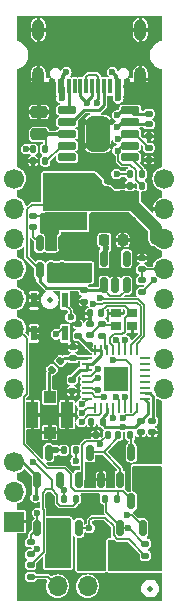
<source format=gbr>
%TF.GenerationSoftware,KiCad,Pcbnew,8.0.5-8.0.5-0~ubuntu24.04.1*%
%TF.CreationDate,2024-10-10T17:44:54+02:00*%
%TF.ProjectId,epi_ESP32_PD,6570695f-4553-4503-9332-5f50442e6b69,1_1*%
%TF.SameCoordinates,Original*%
%TF.FileFunction,Copper,L1,Top*%
%TF.FilePolarity,Positive*%
%FSLAX46Y46*%
G04 Gerber Fmt 4.6, Leading zero omitted, Abs format (unit mm)*
G04 Created by KiCad (PCBNEW 8.0.5-8.0.5-0~ubuntu24.04.1) date 2024-10-10 17:44:54*
%MOMM*%
%LPD*%
G01*
G04 APERTURE LIST*
G04 Aperture macros list*
%AMRoundRect*
0 Rectangle with rounded corners*
0 $1 Rounding radius*
0 $2 $3 $4 $5 $6 $7 $8 $9 X,Y pos of 4 corners*
0 Add a 4 corners polygon primitive as box body*
4,1,4,$2,$3,$4,$5,$6,$7,$8,$9,$2,$3,0*
0 Add four circle primitives for the rounded corners*
1,1,$1+$1,$2,$3*
1,1,$1+$1,$4,$5*
1,1,$1+$1,$6,$7*
1,1,$1+$1,$8,$9*
0 Add four rect primitives between the rounded corners*
20,1,$1+$1,$2,$3,$4,$5,0*
20,1,$1+$1,$4,$5,$6,$7,0*
20,1,$1+$1,$6,$7,$8,$9,0*
20,1,$1+$1,$8,$9,$2,$3,0*%
G04 Aperture macros list end*
%TA.AperFunction,SMDPad,CuDef*%
%ADD10RoundRect,0.062500X-0.375000X-0.062500X0.375000X-0.062500X0.375000X0.062500X-0.375000X0.062500X0*%
%TD*%
%TA.AperFunction,SMDPad,CuDef*%
%ADD11RoundRect,0.062500X-0.062500X-0.375000X0.062500X-0.375000X0.062500X0.375000X-0.062500X0.375000X0*%
%TD*%
%TA.AperFunction,SMDPad,CuDef*%
%ADD12R,2.000000X2.000000*%
%TD*%
%TA.AperFunction,SMDPad,CuDef*%
%ADD13RoundRect,0.135000X-0.135000X-0.185000X0.135000X-0.185000X0.135000X0.185000X-0.135000X0.185000X0*%
%TD*%
%TA.AperFunction,SMDPad,CuDef*%
%ADD14RoundRect,0.135000X0.135000X0.185000X-0.135000X0.185000X-0.135000X-0.185000X0.135000X-0.185000X0*%
%TD*%
%TA.AperFunction,SMDPad,CuDef*%
%ADD15C,0.500000*%
%TD*%
%TA.AperFunction,SMDPad,CuDef*%
%ADD16RoundRect,0.150000X0.150000X-0.512500X0.150000X0.512500X-0.150000X0.512500X-0.150000X-0.512500X0*%
%TD*%
%TA.AperFunction,SMDPad,CuDef*%
%ADD17R,3.600000X1.500000*%
%TD*%
%TA.AperFunction,SMDPad,CuDef*%
%ADD18R,0.900000X0.800000*%
%TD*%
%TA.AperFunction,SMDPad,CuDef*%
%ADD19RoundRect,0.140000X-0.170000X0.140000X-0.170000X-0.140000X0.170000X-0.140000X0.170000X0.140000X0*%
%TD*%
%TA.AperFunction,SMDPad,CuDef*%
%ADD20RoundRect,0.140000X0.170000X-0.140000X0.170000X0.140000X-0.170000X0.140000X-0.170000X-0.140000X0*%
%TD*%
%TA.AperFunction,SMDPad,CuDef*%
%ADD21RoundRect,0.135000X0.185000X-0.135000X0.185000X0.135000X-0.185000X0.135000X-0.185000X-0.135000X0*%
%TD*%
%TA.AperFunction,SMDPad,CuDef*%
%ADD22RoundRect,0.140000X-0.140000X-0.170000X0.140000X-0.170000X0.140000X0.170000X-0.140000X0.170000X0*%
%TD*%
%TA.AperFunction,SMDPad,CuDef*%
%ADD23R,0.550000X1.300000*%
%TD*%
%TA.AperFunction,SMDPad,CuDef*%
%ADD24RoundRect,0.135000X-0.185000X0.135000X-0.185000X-0.135000X0.185000X-0.135000X0.185000X0.135000X0*%
%TD*%
%TA.AperFunction,SMDPad,CuDef*%
%ADD25RoundRect,0.135000X-0.035355X0.226274X-0.226274X0.035355X0.035355X-0.226274X0.226274X-0.035355X0*%
%TD*%
%TA.AperFunction,SMDPad,CuDef*%
%ADD26RoundRect,0.250000X0.475000X-0.250000X0.475000X0.250000X-0.475000X0.250000X-0.475000X-0.250000X0*%
%TD*%
%TA.AperFunction,ComponentPad*%
%ADD27C,1.700000*%
%TD*%
%TA.AperFunction,ComponentPad*%
%ADD28O,1.700000X1.700000*%
%TD*%
%TA.AperFunction,ComponentPad*%
%ADD29R,1.700000X1.700000*%
%TD*%
%TA.AperFunction,SMDPad,CuDef*%
%ADD30RoundRect,0.250000X-0.475000X0.250000X-0.475000X-0.250000X0.475000X-0.250000X0.475000X0.250000X0*%
%TD*%
%TA.AperFunction,SMDPad,CuDef*%
%ADD31RoundRect,0.225000X0.225000X0.250000X-0.225000X0.250000X-0.225000X-0.250000X0.225000X-0.250000X0*%
%TD*%
%TA.AperFunction,SMDPad,CuDef*%
%ADD32R,1.000000X1.000000*%
%TD*%
%TA.AperFunction,SMDPad,CuDef*%
%ADD33R,1.050000X2.200000*%
%TD*%
%TA.AperFunction,SMDPad,CuDef*%
%ADD34RoundRect,0.500000X0.500000X1.000000X-0.500000X1.000000X-0.500000X-1.000000X0.500000X-1.000000X0*%
%TD*%
%TA.AperFunction,SMDPad,CuDef*%
%ADD35RoundRect,0.150000X0.637500X0.150000X-0.637500X0.150000X-0.637500X-0.150000X0.637500X-0.150000X0*%
%TD*%
%TA.AperFunction,SMDPad,CuDef*%
%ADD36R,0.600000X1.240000*%
%TD*%
%TA.AperFunction,SMDPad,CuDef*%
%ADD37R,0.300000X1.240000*%
%TD*%
%TA.AperFunction,ComponentPad*%
%ADD38O,1.000000X2.100000*%
%TD*%
%TA.AperFunction,ComponentPad*%
%ADD39O,1.000000X1.800000*%
%TD*%
%TA.AperFunction,ViaPad*%
%ADD40C,0.600000*%
%TD*%
%TA.AperFunction,Conductor*%
%ADD41C,1.000000*%
%TD*%
%TA.AperFunction,Conductor*%
%ADD42C,0.250000*%
%TD*%
%TA.AperFunction,Conductor*%
%ADD43C,0.130000*%
%TD*%
%TA.AperFunction,Conductor*%
%ADD44C,0.350000*%
%TD*%
%TA.AperFunction,Conductor*%
%ADD45C,0.200000*%
%TD*%
%TA.AperFunction,Conductor*%
%ADD46C,0.243000*%
%TD*%
%TA.AperFunction,Conductor*%
%ADD47C,0.500000*%
%TD*%
G04 APERTURE END LIST*
D10*
%TO.P,U1,1,LNA_IN*%
%TO.N,Net-(U1-LNA_IN)*%
X104062500Y-63087500D03*
%TO.P,U1,2,VDD3P3*%
%TO.N,+3.3V*%
X104062500Y-63587500D03*
%TO.P,U1,3,VDD3P3*%
X104062500Y-64087500D03*
%TO.P,U1,4,XTAL_32K_P/ADC1_CH0*%
%TO.N,IO0*%
X104062500Y-64587500D03*
%TO.P,U1,5,XTAL_32K_N/ADC1_CH1*%
%TO.N,IO1*%
X104062500Y-65087500D03*
%TO.P,U1,6,GPIO2/ADC1_CH2*%
%TO.N,IO2*%
X104062500Y-65587500D03*
%TO.P,U1,7,CHIP_EN*%
%TO.N,EN*%
X104062500Y-66087500D03*
%TO.P,U1,8,GPIO3/ADC1_CH3*%
%TO.N,IO3*%
X104062500Y-66587500D03*
D11*
%TO.P,U1,9,MTMS/GPIO4/ADC1_CH4*%
%TO.N,IO4*%
X104750000Y-67275000D03*
%TO.P,U1,10,MTDI/GPIO5/ADC2_CH0*%
%TO.N,IO5*%
X105250000Y-67275000D03*
%TO.P,U1,11,VDD3P3_RTC*%
%TO.N,+3.3V*%
X105750000Y-67275000D03*
%TO.P,U1,12,MTCK/GPIO6*%
%TO.N,IO6*%
X106250000Y-67275000D03*
%TO.P,U1,13,MTDO/GPIO7*%
%TO.N,IO7*%
X106750000Y-67275000D03*
%TO.P,U1,14,GPIO8*%
%TO.N,IO8*%
X107250000Y-67275000D03*
%TO.P,U1,15,GPIO9/BOOT*%
%TO.N,BOOT*%
X107750000Y-67275000D03*
%TO.P,U1,16,GPIO10*%
%TO.N,IO10*%
X108250000Y-67275000D03*
D10*
%TO.P,U1,17,VDD3P3_CPU*%
%TO.N,+3.3V*%
X108937500Y-66587500D03*
%TO.P,U1,18,VDD_SPI/GPIO11*%
%TO.N,Net-(U1-VDD_SPI{slash}GPIO11)*%
X108937500Y-66087500D03*
%TO.P,U1,19,SPIHD/GPIO12*%
%TO.N,unconnected-(U1-SPIHD{slash}GPIO12-Pad19)*%
X108937500Y-65587500D03*
%TO.P,U1,20,SPIWP/GPIO13*%
%TO.N,unconnected-(U1-SPIWP{slash}GPIO13-Pad20)*%
X108937500Y-65087500D03*
%TO.P,U1,21,SPICS0/GPIO14*%
%TO.N,unconnected-(U1-SPICS0{slash}GPIO14-Pad21)*%
X108937500Y-64587500D03*
%TO.P,U1,22,SPICLK/GPIO15*%
%TO.N,unconnected-(U1-SPICLK{slash}GPIO15-Pad22)*%
X108937500Y-64087500D03*
%TO.P,U1,23,SPID/GPIO16*%
%TO.N,unconnected-(U1-SPID{slash}GPIO16-Pad23)*%
X108937500Y-63587500D03*
%TO.P,U1,24,SPIQ/GPIO17*%
%TO.N,unconnected-(U1-SPIQ{slash}GPIO17-Pad24)*%
X108937500Y-63087500D03*
D11*
%TO.P,U1,25,GPIO18/USB_D-*%
%TO.N,D-*%
X108250000Y-62400000D03*
%TO.P,U1,26,GPIO19/USB_D+*%
%TO.N,D+*%
X107750000Y-62400000D03*
%TO.P,U1,27,U0RXD/GPIO20*%
%TO.N,U0RXD*%
X107250000Y-62400000D03*
%TO.P,U1,28,U0TXD/GPIO21*%
%TO.N,U0TXD*%
X106750000Y-62400000D03*
%TO.P,U1,29,XTAL_N*%
%TO.N,Net-(U1-XTAL_N)*%
X106250000Y-62400000D03*
%TO.P,U1,30,XTAL_P*%
%TO.N,Net-(U1-XTAL_P)*%
X105750000Y-62400000D03*
%TO.P,U1,31,VDDA*%
%TO.N,+3.3V*%
X105250000Y-62400000D03*
%TO.P,U1,32,VDDA*%
X104750000Y-62400000D03*
D12*
%TO.P,U1,33,GND*%
%TO.N,GND*%
X106500000Y-64837500D03*
%TD*%
D13*
%TO.P,R10,1*%
%TO.N,IO2_5V*%
X102080000Y-75000000D03*
%TO.P,R10,2*%
%TO.N,+5V*%
X103100000Y-75000000D03*
%TD*%
D14*
%TO.P,R11,1*%
%TO.N,IO3*%
X106610000Y-75000000D03*
%TO.P,R11,2*%
%TO.N,+3.3V*%
X105590000Y-75000000D03*
%TD*%
D15*
%TO.P,REF\u002A\u002A,*%
%TO.N,*%
X100900000Y-58200000D03*
%TD*%
D16*
%TO.P,Q4,1,G*%
%TO.N,+3.3V*%
X106857536Y-77475000D03*
%TO.P,Q4,2,D*%
%TO.N,IO3_5V*%
X108757536Y-77475000D03*
%TO.P,Q4,3,S*%
%TO.N,IO3*%
X107807536Y-75200000D03*
%TD*%
D13*
%TO.P,R15,1*%
%TO.N,GND*%
X99490000Y-46400000D03*
%TO.P,R15,2*%
%TO.N,Net-(JP3-A)*%
X100510000Y-46400000D03*
%TD*%
D16*
%TO.P,Q6,1,G*%
%TO.N,IO7*%
X99857536Y-77475000D03*
%TO.P,Q6,2,D*%
%TO.N,W*%
X101757536Y-77475000D03*
%TO.P,Q6,3,S*%
%TO.N,GND*%
X100807536Y-75200000D03*
%TD*%
D17*
%TO.P,L2,1*%
%TO.N,/buck*%
X102300000Y-51500000D03*
%TO.P,L2,2*%
%TO.N,+5V*%
X102300000Y-48450000D03*
%TD*%
D16*
%TO.P,Q2,1,G*%
%TO.N,IO6*%
X103357536Y-77475000D03*
%TO.P,Q2,2,D*%
%TO.N,B*%
X105257536Y-77475000D03*
%TO.P,Q2,3,S*%
%TO.N,GND*%
X104307536Y-75200000D03*
%TD*%
D18*
%TO.P,Y1,1,1*%
%TO.N,Net-(C4-Pad2)*%
X106500000Y-60400000D03*
%TO.P,Y1,2,2*%
%TO.N,GND*%
X107900000Y-60400000D03*
%TO.P,Y1,3,3*%
%TO.N,Net-(U1-XTAL_N)*%
X107900000Y-59300000D03*
%TO.P,Y1,4,4*%
%TO.N,GND*%
X106500000Y-59300000D03*
%TD*%
D13*
%TO.P,R7,1*%
%TO.N,VIN*%
X99480000Y-45400000D03*
%TO.P,R7,2*%
%TO.N,Net-(U3-VBUS)*%
X100500000Y-45400000D03*
%TD*%
D19*
%TO.P,C2,1*%
%TO.N,GND*%
X103300000Y-60220000D03*
%TO.P,C2,2*%
%TO.N,+3.3V*%
X103300000Y-61180000D03*
%TD*%
D13*
%TO.P,R9,1*%
%TO.N,IO2*%
X102090000Y-70900000D03*
%TO.P,R9,2*%
%TO.N,+3.3V*%
X103110000Y-70900000D03*
%TD*%
D16*
%TO.P,U2,1,IN*%
%TO.N,+5V*%
X105500000Y-56937500D03*
%TO.P,U2,2,GND*%
%TO.N,GND*%
X106450000Y-56937500D03*
%TO.P,U2,3,EN*%
%TO.N,+5V*%
X107400000Y-56937500D03*
%TO.P,U2,4,BP*%
%TO.N,unconnected-(U2-BP-Pad4)*%
X107400000Y-54662500D03*
%TO.P,U2,5,OUT*%
%TO.N,+3.3V*%
X105500000Y-54662500D03*
%TD*%
D20*
%TO.P,C13,1*%
%TO.N,GND*%
X103800000Y-58300000D03*
%TO.P,C13,2*%
%TO.N,+5V*%
X103800000Y-57340000D03*
%TD*%
D16*
%TO.P,Q5,1,G*%
%TO.N,IO10*%
X103357536Y-73375000D03*
%TO.P,Q5,2,D*%
%TO.N,GND*%
X105257536Y-73375000D03*
%TO.P,Q5,3,S*%
%TO.N,Net-(Q1-G)*%
X104307536Y-71100000D03*
%TD*%
D21*
%TO.P,R12,1*%
%TO.N,IO3_5V*%
X99300000Y-81610000D03*
%TO.P,R12,2*%
%TO.N,+5V*%
X99300000Y-80590000D03*
%TD*%
D22*
%TO.P,C7,1*%
%TO.N,GND*%
X104420000Y-68500000D03*
%TO.P,C7,2*%
%TO.N,+3.3V*%
X105380000Y-68500000D03*
%TD*%
D20*
%TO.P,C15,1*%
%TO.N,Net-(U5-BST)*%
X99500000Y-51980000D03*
%TO.P,C15,2*%
%TO.N,/buck*%
X99500000Y-51020000D03*
%TD*%
D21*
%TO.P,R3,1*%
%TO.N,GND*%
X109300000Y-46310000D03*
%TO.P,R3,2*%
%TO.N,Net-(JP2-B)*%
X109300000Y-45290000D03*
%TD*%
D23*
%TO.P,SW2,1,A*%
%TO.N,EN*%
X102225000Y-58200000D03*
%TO.P,SW2,3,B*%
%TO.N,GND*%
X99575000Y-58200000D03*
%TD*%
D24*
%TO.P,R2,1*%
%TO.N,Net-(C4-Pad2)*%
X105300000Y-60190000D03*
%TO.P,R2,2*%
%TO.N,Net-(U1-XTAL_P)*%
X105300000Y-61210000D03*
%TD*%
D19*
%TO.P,C4,1*%
%TO.N,GND*%
X104300000Y-60195000D03*
%TO.P,C4,2*%
%TO.N,Net-(C4-Pad2)*%
X104300000Y-61155000D03*
%TD*%
D16*
%TO.P,Q1,1,G*%
%TO.N,Net-(Q1-G)*%
X106857536Y-73375000D03*
%TO.P,Q1,2,D*%
%TO.N,VOUT*%
X108757536Y-73375000D03*
%TO.P,Q1,3,S*%
%TO.N,VIN*%
X107807536Y-71100000D03*
%TD*%
D25*
%TO.P,L1,1*%
%TO.N,Net-(U1-LNA_IN)*%
X101810624Y-63339376D03*
%TO.P,L1,2*%
%TO.N,Net-(J6-In)*%
X101089376Y-64060624D03*
%TD*%
D26*
%TO.P,C17,1*%
%TO.N,GND*%
X107500000Y-51650000D03*
%TO.P,C17,2*%
%TO.N,+5V*%
X107500000Y-49750000D03*
%TD*%
D20*
%TO.P,C1,1*%
%TO.N,GND*%
X108600000Y-69380000D03*
%TO.P,C1,2*%
%TO.N,+3.3V*%
X108600000Y-68420000D03*
%TD*%
D19*
%TO.P,C11,1*%
%TO.N,GND*%
X108700000Y-54600000D03*
%TO.P,C11,2*%
%TO.N,EN*%
X108700000Y-55560000D03*
%TD*%
D27*
%TO.P,J8,1,Pin_1*%
%TO.N,+3.3V*%
X97900000Y-71860000D03*
D28*
%TO.P,J8,2,Pin_2*%
%TO.N,IO0*%
X97900000Y-74400000D03*
D29*
%TO.P,J8,3,Pin_3*%
%TO.N,GND*%
X97900000Y-76940000D03*
%TD*%
D23*
%TO.P,SW1,1,A*%
%TO.N,BOOT*%
X102225000Y-61000000D03*
%TO.P,SW1,3,B*%
%TO.N,GND*%
X99575000Y-61000000D03*
%TD*%
D30*
%TO.P,C10,1*%
%TO.N,GND*%
X103700000Y-53950000D03*
%TO.P,C10,2*%
%TO.N,VIN*%
X103700000Y-55850000D03*
%TD*%
D13*
%TO.P,R4,1*%
%TO.N,Net-(Q1-G)*%
X106690000Y-69600000D03*
%TO.P,R4,2*%
%TO.N,VIN*%
X107710000Y-69600000D03*
%TD*%
D14*
%TO.P,R1,1*%
%TO.N,Net-(U3-VDD)*%
X108710000Y-47500000D03*
%TO.P,R1,2*%
%TO.N,VIN*%
X107690000Y-47500000D03*
%TD*%
D15*
%TO.P,REF\u002A\u002A,*%
%TO.N,*%
X109400000Y-82600000D03*
%TD*%
D20*
%TO.P,C5,1*%
%TO.N,GND*%
X102800000Y-65880000D03*
%TO.P,C5,2*%
%TO.N,+3.3V*%
X102800000Y-64920000D03*
%TD*%
D22*
%TO.P,C3,1*%
%TO.N,GND*%
X104320000Y-59300000D03*
%TO.P,C3,2*%
%TO.N,Net-(U1-XTAL_N)*%
X105280000Y-59300000D03*
%TD*%
D27*
%TO.P,J3,1,Pin_1*%
%TO.N,+3.3V*%
X110600000Y-47910000D03*
D28*
%TO.P,J3,2,Pin_2*%
%TO.N,GND*%
X110600000Y-50450000D03*
%TO.P,J3,3,Pin_3*%
%TO.N,+5V*%
X110600000Y-52990000D03*
%TO.P,J3,4,Pin_4*%
%TO.N,EN*%
X110600000Y-55530000D03*
%TO.P,J3,5,Pin_5*%
%TO.N,BOOT*%
X110600000Y-58070000D03*
%TO.P,J3,6,Pin_6*%
%TO.N,IO8*%
X110600000Y-60610000D03*
%TO.P,J3,7,Pin_7*%
%TO.N,IO7*%
X110600000Y-63150000D03*
%TO.P,J3,8,Pin_8*%
%TO.N,IO6*%
X110600000Y-65690000D03*
%TD*%
D13*
%TO.P,R8,1*%
%TO.N,GND*%
X107680000Y-48500000D03*
%TO.P,R8,2*%
%TO.N,Net-(JP1-B)*%
X108700000Y-48500000D03*
%TD*%
D31*
%TO.P,C14,1*%
%TO.N,GND*%
X107075000Y-53100000D03*
%TO.P,C14,2*%
%TO.N,+3.3V*%
X105525000Y-53100000D03*
%TD*%
D21*
%TO.P,R6,1*%
%TO.N,+3.3V*%
X108700000Y-57510000D03*
%TO.P,R6,2*%
%TO.N,EN*%
X108700000Y-56490000D03*
%TD*%
D19*
%TO.P,C6,1*%
%TO.N,GND*%
X102850000Y-62140000D03*
%TO.P,C6,2*%
%TO.N,Net-(U1-LNA_IN)*%
X102850000Y-63100000D03*
%TD*%
D24*
%TO.P,R13,1*%
%TO.N,IO6*%
X109000000Y-78790000D03*
%TO.P,R13,2*%
%TO.N,+3.3V*%
X109000000Y-79810000D03*
%TD*%
D32*
%TO.P,J6,1,In*%
%TO.N,Net-(J6-In)*%
X100900000Y-66400000D03*
D33*
%TO.P,J6,2,Ext*%
%TO.N,GND*%
X102375000Y-67900000D03*
D32*
X100900000Y-69400000D03*
D33*
X99425000Y-67900000D03*
%TD*%
D16*
%TO.P,U5,1,FB*%
%TO.N,+5V*%
X100050000Y-55637500D03*
%TO.P,U5,2,EN*%
%TO.N,VIN*%
X101000000Y-55637500D03*
%TO.P,U5,3,IN*%
X101950000Y-55637500D03*
%TO.P,U5,4,GND*%
%TO.N,GND*%
X101950000Y-53362500D03*
%TO.P,U5,5,SW*%
%TO.N,/buck*%
X101000000Y-53362500D03*
%TO.P,U5,6,BST*%
%TO.N,Net-(U5-BST)*%
X100050000Y-53362500D03*
%TD*%
D13*
%TO.P,R5,1*%
%TO.N,GND*%
X104790000Y-69600000D03*
%TO.P,R5,2*%
%TO.N,IO10*%
X105810000Y-69600000D03*
%TD*%
D30*
%TO.P,C8,1*%
%TO.N,GND*%
X100000000Y-42250000D03*
%TO.P,C8,2*%
%TO.N,Net-(U3-VBUS)*%
X100000000Y-44150000D03*
%TD*%
D16*
%TO.P,Q3,1,G*%
%TO.N,+3.3V*%
X99857536Y-73375000D03*
%TO.P,Q3,2,D*%
%TO.N,IO2_5V*%
X101757536Y-73375000D03*
%TO.P,Q3,3,S*%
%TO.N,IO2*%
X100807536Y-71100000D03*
%TD*%
D24*
%TO.P,RV2,1*%
%TO.N,D+*%
X109300000Y-43290000D03*
%TO.P,RV2,2*%
%TO.N,GND*%
X109300000Y-44310000D03*
%TD*%
%TO.P,R14,1*%
%TO.N,IO7*%
X99300000Y-78690000D03*
%TO.P,R14,2*%
%TO.N,+3.3V*%
X99300000Y-79710000D03*
%TD*%
D27*
%TO.P,J7,1,Pin_1*%
%TO.N,VOUT*%
X106640000Y-79860000D03*
D29*
%TO.P,J7,2,Pin_2*%
%TO.N,GND*%
X106640000Y-82400000D03*
D28*
%TO.P,J7,3,Pin_3*%
%TO.N,B*%
X104100000Y-79860000D03*
%TO.P,J7,4,Pin_4*%
%TO.N,IO2_5V*%
X104100000Y-82400000D03*
%TO.P,J7,5,Pin_5*%
%TO.N,W*%
X101560000Y-79860000D03*
%TO.P,J7,6,Pin_6*%
%TO.N,IO3_5V*%
X101560000Y-82400000D03*
%TD*%
D34*
%TO.P,U3,0,GND*%
%TO.N,GND*%
X104984000Y-44100000D03*
D35*
%TO.P,U3,1,VDD*%
%TO.N,Net-(U3-VDD)*%
X107700000Y-46100000D03*
%TO.P,U3,2,CFG2*%
%TO.N,Net-(JP1-B)*%
X107700000Y-45100000D03*
%TO.P,U3,3,CFG3*%
%TO.N,Net-(JP2-B)*%
X107700000Y-44100000D03*
%TO.P,U3,4,DP*%
%TO.N,D+*%
X107700000Y-43100000D03*
%TO.P,U3,5,DM*%
%TO.N,D-*%
X107700000Y-42100000D03*
%TO.P,U3,6,CC2*%
%TO.N,Net-(J2-CC2)*%
X102375000Y-42100000D03*
%TO.P,U3,7,CC1*%
%TO.N,Net-(J2-CC1)*%
X102375000Y-43100000D03*
%TO.P,U3,8,VBUS*%
%TO.N,Net-(U3-VBUS)*%
X102375000Y-44100000D03*
%TO.P,U3,9,CFG1*%
%TO.N,Net-(JP3-A)*%
X102375000Y-45100000D03*
%TO.P,U3,10,PG*%
%TO.N,unconnected-(U3-PG-Pad10)*%
X102375000Y-46100000D03*
%TD*%
D19*
%TO.P,C12,1*%
%TO.N,Net-(U1-VDD_SPI{slash}GPIO11)*%
X109600000Y-68420000D03*
%TO.P,C12,2*%
%TO.N,GND*%
X109600000Y-69380000D03*
%TD*%
D27*
%TO.P,J1,1,Pin_1*%
%TO.N,U0TXD*%
X97900000Y-47910000D03*
D28*
%TO.P,J1,2,Pin_2*%
%TO.N,U0RXD*%
X97900000Y-50450000D03*
%TO.P,J1,3,Pin_3*%
%TO.N,IO0*%
X97900000Y-52990000D03*
%TO.P,J1,4,Pin_4*%
%TO.N,IO1*%
X97900000Y-55530000D03*
%TO.P,J1,5,Pin_5*%
%TO.N,IO2*%
X97900000Y-58070000D03*
%TO.P,J1,6,Pin_6*%
%TO.N,IO3*%
X97900000Y-60610000D03*
%TO.P,J1,7,Pin_7*%
%TO.N,IO4*%
X97900000Y-63150000D03*
%TO.P,J1,8,Pin_8*%
%TO.N,IO5*%
X97900000Y-65690000D03*
%TD*%
D21*
%TO.P,RV3,1*%
%TO.N,D-*%
X109300000Y-42410000D03*
%TO.P,RV3,2*%
%TO.N,GND*%
X109300000Y-41390000D03*
%TD*%
D36*
%TO.P,J2,A1,GND*%
%TO.N,GND*%
X107450000Y-40090000D03*
%TO.P,J2,A4,VBUS*%
%TO.N,VIN*%
X106650000Y-40090000D03*
D37*
%TO.P,J2,A5,CC1*%
%TO.N,Net-(J2-CC1)*%
X105500000Y-40090000D03*
%TO.P,J2,A6,D+*%
%TO.N,D+*%
X104500000Y-40090000D03*
%TO.P,J2,A7,D-*%
%TO.N,D-*%
X104000000Y-40090000D03*
%TO.P,J2,A8,SBU1*%
%TO.N,unconnected-(J2-SBU1-PadA8)*%
X103000000Y-40090000D03*
D36*
%TO.P,J2,A9,VBUS*%
%TO.N,VIN*%
X101850000Y-40090000D03*
%TO.P,J2,A12,GND*%
%TO.N,GND*%
X101050000Y-40090000D03*
%TO.P,J2,B1,GND*%
X101050000Y-40090000D03*
%TO.P,J2,B4,VBUS*%
%TO.N,VIN*%
X101850000Y-40090000D03*
D37*
%TO.P,J2,B5,CC2*%
%TO.N,Net-(J2-CC2)*%
X102500000Y-40090000D03*
%TO.P,J2,B6,D+*%
%TO.N,D+*%
X103500000Y-40090000D03*
%TO.P,J2,B7,D-*%
%TO.N,D-*%
X105000000Y-40090000D03*
%TO.P,J2,B8,SBU2*%
%TO.N,unconnected-(J2-SBU2-PadB8)*%
X106000000Y-40090000D03*
D36*
%TO.P,J2,B9,VBUS*%
%TO.N,VIN*%
X106650000Y-40090000D03*
%TO.P,J2,B12,GND*%
%TO.N,GND*%
X107450000Y-40090000D03*
D38*
%TO.P,J2,S1,SHIELD*%
X108570000Y-39490000D03*
D39*
X108570000Y-35290000D03*
D38*
X99930000Y-39490000D03*
D39*
X99930000Y-35290000D03*
%TD*%
D26*
%TO.P,C16,1*%
%TO.N,GND*%
X105500000Y-51650000D03*
%TO.P,C16,2*%
%TO.N,+5V*%
X105500000Y-49750000D03*
%TD*%
D40*
%TO.N,+5V*%
X99485839Y-71914161D03*
X104000923Y-49800000D03*
%TO.N,GND*%
X106500000Y-65600000D03*
X100282280Y-64389187D03*
X106600000Y-48500000D03*
X103550000Y-76200000D03*
X102650937Y-63829741D03*
X101316848Y-62744207D03*
X102400000Y-69700000D03*
X102200000Y-62500000D03*
X100627768Y-63433287D03*
X105550923Y-44100000D03*
X106500000Y-64100000D03*
X106500000Y-59300000D03*
X99600000Y-69700000D03*
X106500000Y-64837500D03*
X106300000Y-71000000D03*
X101500000Y-54500000D03*
X104500000Y-72300000D03*
X100279886Y-65179886D03*
X105800000Y-48100000D03*
X100500000Y-54500000D03*
X101650000Y-76200000D03*
X101422885Y-65200000D03*
X102600000Y-76200000D03*
X101900000Y-64300000D03*
%TO.N,+3.3V*%
X104300000Y-62000000D03*
X99857536Y-79278365D03*
X107500000Y-77475000D03*
X103100000Y-71800000D03*
X99700000Y-74900000D03*
X109685840Y-56485840D03*
X105625000Y-53800000D03*
X107117246Y-68906905D03*
%TO.N,IO0*%
X104990839Y-63990839D03*
%TO.N,IO1*%
X104980383Y-64798262D03*
%TO.N,IO2*%
X104974663Y-65828262D03*
X101400000Y-70900000D03*
%TO.N,IO3*%
X103598043Y-66962534D03*
%TO.N,D+*%
X104029766Y-41469726D03*
X106630499Y-43529420D03*
X104581763Y-58507213D03*
%TO.N,D-*%
X104864794Y-41491581D03*
X106618954Y-42541847D03*
X105150922Y-58018785D03*
%TO.N,IO4*%
X103637172Y-67711515D03*
%TO.N,IO8*%
X107232601Y-66400000D03*
%TO.N,IO5*%
X103600000Y-68500000D03*
%TO.N,EN*%
X102667126Y-59632184D03*
X105452598Y-66406258D03*
%TO.N,BOOT*%
X106289882Y-63287499D03*
X101449721Y-61070001D03*
%TO.N,U0TXD*%
X106552903Y-61571365D03*
%TO.N,U0RXD*%
X107302347Y-61600297D03*
%TO.N,IO7*%
X99857536Y-76200511D03*
X106482598Y-66400000D03*
%TO.N,IO6*%
X104262771Y-77462771D03*
X106282978Y-68200000D03*
%TO.N,IO10*%
X105133029Y-70334500D03*
X107107114Y-68156336D03*
%TO.N,IO3_5V*%
X107400000Y-76400000D03*
%TO.N,IO2_5V*%
X102080000Y-74300000D03*
%TO.N,VOUT*%
X109900000Y-73600000D03*
X109900000Y-72700000D03*
%TO.N,Net-(JP1-B)*%
X106641583Y-45518323D03*
%TO.N,Net-(JP2-B)*%
X106654785Y-44506062D03*
%TO.N,Net-(JP3-A)*%
X102375000Y-45100000D03*
%TO.N,VIN*%
X106200000Y-38900000D03*
X102300000Y-38900000D03*
X106700000Y-41100000D03*
X101900000Y-41100000D03*
X104000000Y-55800000D03*
X107800000Y-71487500D03*
X107800000Y-70587500D03*
X98900000Y-45400000D03*
X106554676Y-47488645D03*
%TD*%
D41*
%TO.N,+5V*%
X107500000Y-49750000D02*
X107604720Y-49750000D01*
D42*
X100050000Y-56550000D02*
X100050000Y-55637500D01*
D43*
X105500000Y-57037500D02*
X105500000Y-57270344D01*
D42*
X104000000Y-57340000D02*
X103785000Y-57125000D01*
D43*
X100292536Y-74507464D02*
X100593568Y-74206432D01*
D42*
X100625000Y-57125000D02*
X100050000Y-56550000D01*
D43*
X102905000Y-75595000D02*
X103100000Y-75400000D01*
X105500000Y-57270344D02*
X106044656Y-57815000D01*
D42*
X105097500Y-57340000D02*
X105500000Y-56937500D01*
D43*
X106885000Y-57815000D02*
X107400000Y-57300000D01*
X100050000Y-55637500D02*
X98975000Y-54562500D01*
D42*
X104000000Y-57340000D02*
X105097500Y-57340000D01*
D43*
X103100000Y-75400000D02*
X103100000Y-75000000D01*
X100292536Y-75867844D02*
X100292536Y-74507464D01*
X101535000Y-74641432D02*
X101535000Y-75358568D01*
X106044656Y-57815000D02*
X106885000Y-57815000D01*
X99579541Y-71914161D02*
X101100000Y-73434620D01*
X101100000Y-74206432D02*
X101535000Y-74641432D01*
X101535000Y-75358568D02*
X101771432Y-75595000D01*
X107400000Y-57300000D02*
X107400000Y-57037500D01*
X100372536Y-79517464D02*
X100372536Y-75947844D01*
D41*
X107604720Y-49750000D02*
X109893207Y-52038487D01*
D43*
X100593568Y-74206432D02*
X101100000Y-74206432D01*
D42*
X103785000Y-57125000D02*
X100625000Y-57125000D01*
D43*
X98975000Y-54562500D02*
X98975000Y-50491727D01*
X99300000Y-80590000D02*
X100372536Y-79517464D01*
X101771432Y-75595000D02*
X102905000Y-75595000D01*
X99366727Y-50100000D02*
X101000000Y-50100000D01*
D41*
X109893207Y-52038487D02*
X109893207Y-52990156D01*
D43*
X98975000Y-50491727D02*
X99366727Y-50100000D01*
X100372536Y-75947844D02*
X100292536Y-75867844D01*
X101100000Y-73434620D02*
X101100000Y-74206432D01*
X99485839Y-71914161D02*
X99579541Y-71914161D01*
D42*
%TO.N,+3.3V*%
X108086181Y-68933819D02*
X108600000Y-68420000D01*
X104520000Y-62400000D02*
X104750000Y-62400000D01*
X99700000Y-73000000D02*
X98560000Y-71860000D01*
D43*
X108700000Y-57471680D02*
X108700000Y-57510000D01*
X109685840Y-56485840D02*
X108700000Y-57471680D01*
X105690000Y-76115000D02*
X107050000Y-77475000D01*
D42*
X105380000Y-68500000D02*
X105380000Y-68120000D01*
X99700000Y-74900000D02*
X99700000Y-73000000D01*
D43*
X98560000Y-71860000D02*
X98158648Y-71860000D01*
X103110000Y-70900000D02*
X103110000Y-71790000D01*
D42*
X105625000Y-53800000D02*
X105625000Y-53100000D01*
D43*
X105690000Y-75200000D02*
X105690000Y-76115000D01*
D42*
X105750000Y-67750000D02*
X105750000Y-67275000D01*
X103452501Y-64087500D02*
X104062500Y-64087500D01*
X105250000Y-62850000D02*
X104512500Y-63587500D01*
X107144160Y-68933819D02*
X108086181Y-68933819D01*
X104512500Y-63587500D02*
X104062500Y-63587500D01*
D43*
X107574692Y-77475000D02*
X108889692Y-78790000D01*
D42*
X103300000Y-61180000D02*
X104520000Y-62400000D01*
D43*
X108889692Y-78790000D02*
X109000000Y-78790000D01*
D42*
X104062500Y-64087500D02*
X104062500Y-63587500D01*
X107117246Y-68906905D02*
X107144160Y-68933819D01*
X105380000Y-68120000D02*
X105750000Y-67750000D01*
X109250000Y-67770000D02*
X109250000Y-66900000D01*
D43*
X107500000Y-77475000D02*
X107574692Y-77475000D01*
D44*
X105625000Y-53500000D02*
X105625000Y-54537500D01*
D42*
X109250000Y-66900000D02*
X108937500Y-66587500D01*
X108600000Y-68420000D02*
X109250000Y-67770000D01*
D44*
X105625000Y-54537500D02*
X105500000Y-54662500D01*
D42*
X102800000Y-65020000D02*
X102800000Y-64740001D01*
D43*
X105380000Y-68500000D02*
X105380000Y-68680000D01*
D42*
X105250000Y-62400000D02*
X105250000Y-62850000D01*
D43*
X99857536Y-79278365D02*
X99731635Y-79278365D01*
D42*
X105606905Y-68906905D02*
X107117246Y-68906905D01*
D43*
X107500000Y-77475000D02*
X106857536Y-77475000D01*
X99731635Y-79278365D02*
X99300000Y-79710000D01*
D42*
X104750000Y-62400000D02*
X105250000Y-62400000D01*
D43*
X103110000Y-71790000D02*
X103100000Y-71800000D01*
D42*
X105380000Y-68680000D02*
X105606905Y-68906905D01*
X102800000Y-64740001D02*
X103452501Y-64087500D01*
D43*
%TO.N,IO0*%
X104394178Y-64587500D02*
X104062500Y-64587500D01*
X104990839Y-63990839D02*
X104394178Y-64587500D01*
%TO.N,IO1*%
X104980383Y-64798262D02*
X104789237Y-64798262D01*
X104499999Y-65087500D02*
X104062500Y-65087500D01*
X104789237Y-64798262D02*
X104499999Y-65087500D01*
%TO.N,IO2*%
X104513033Y-65587500D02*
X104062500Y-65587500D01*
X102090000Y-70900000D02*
X101007536Y-70900000D01*
X104753795Y-65828262D02*
X104513033Y-65587500D01*
X104974663Y-65828262D02*
X104753795Y-65828262D01*
X101007536Y-70900000D02*
X100807536Y-71100000D01*
%TO.N,IO3*%
X106710000Y-74332500D02*
X106700000Y-74322500D01*
X98965000Y-61417628D02*
X98965000Y-66135000D01*
X102157844Y-72400000D02*
X102700000Y-72942156D01*
X103598043Y-66962534D02*
X103687466Y-66962534D01*
X107122500Y-74322500D02*
X108000000Y-75200000D01*
X102700000Y-72942156D02*
X102700000Y-74000000D01*
X106710000Y-75200000D02*
X106710000Y-74332500D01*
X100700000Y-72400000D02*
X102157844Y-72400000D01*
X98685000Y-70385000D02*
X100700000Y-72400000D01*
X98685000Y-66415000D02*
X98685000Y-70385000D01*
X102700000Y-74000000D02*
X103022500Y-74322500D01*
X98157342Y-60609970D02*
X98965000Y-61417628D01*
X103687466Y-66962534D02*
X104062500Y-66587500D01*
X106700000Y-74322500D02*
X107122500Y-74322500D01*
X103022500Y-74322500D02*
X106700000Y-74322500D01*
X104062500Y-66587500D02*
X104096294Y-66621294D01*
X98965000Y-66135000D02*
X98685000Y-66415000D01*
D42*
%TO.N,D+*%
X104029766Y-41469726D02*
X103987750Y-41427710D01*
X103500000Y-40939960D02*
X103500000Y-40100000D01*
D43*
X107750000Y-61962501D02*
X108600000Y-61112501D01*
X108285000Y-58405000D02*
X105495000Y-58405000D01*
D42*
X103987750Y-41400000D02*
X104500000Y-40887750D01*
X107890000Y-43290000D02*
X107700000Y-43100000D01*
X103987750Y-41427710D02*
X103987750Y-41400000D01*
X104029766Y-41469726D02*
X103500000Y-40939960D01*
D43*
X105366215Y-58533785D02*
X104608335Y-58533785D01*
X108600000Y-61112501D02*
X108600000Y-58720000D01*
X107059919Y-43100000D02*
X107700000Y-43100000D01*
X105495000Y-58405000D02*
X105366215Y-58533785D01*
X108600000Y-58720000D02*
X108285000Y-58405000D01*
D42*
X106630499Y-43529420D02*
X107059919Y-43100000D01*
X109300000Y-43290000D02*
X107890000Y-43290000D01*
D43*
X104608335Y-58533785D02*
X104581763Y-58507213D01*
X107750000Y-62400000D02*
X107750000Y-61962501D01*
D42*
X104500000Y-40887750D02*
X104500000Y-40100000D01*
D43*
%TO.N,D-*%
X105479020Y-58125000D02*
X108400980Y-58125000D01*
D42*
X104864794Y-41235206D02*
X104864794Y-41491581D01*
D43*
X107060801Y-42100000D02*
X107700000Y-42100000D01*
X105372805Y-58018785D02*
X105479020Y-58125000D01*
D42*
X109300000Y-42410000D02*
X108010000Y-42410000D01*
X105000000Y-40100000D02*
X105000000Y-41100000D01*
D45*
X104180000Y-39100000D02*
X104820000Y-39100000D01*
D43*
X108880000Y-61228481D02*
X108250000Y-61858481D01*
X108250000Y-61858481D02*
X108250000Y-62400000D01*
D45*
X104000000Y-40100000D02*
X104000000Y-39280000D01*
D43*
X105150922Y-58018785D02*
X105372805Y-58018785D01*
D42*
X108010000Y-42410000D02*
X107700000Y-42100000D01*
X106618954Y-42541847D02*
X107060801Y-42100000D01*
D43*
X108400980Y-58125000D02*
X108880000Y-58604020D01*
D45*
X104000000Y-39280000D02*
X104180000Y-39100000D01*
D43*
X108880000Y-58604020D02*
X108880000Y-61228481D01*
D42*
X105000000Y-41100000D02*
X104864794Y-41235206D01*
D45*
X104820000Y-39100000D02*
X105000000Y-39280000D01*
X105000000Y-39280000D02*
X105000000Y-40100000D01*
D43*
%TO.N,IO4*%
X104073687Y-67275000D02*
X104750000Y-67275000D01*
X103637172Y-67711515D02*
X104073687Y-67275000D01*
%TO.N,IO8*%
X107250000Y-66527150D02*
X107250000Y-67275000D01*
X107232601Y-66509751D02*
X107250000Y-66527150D01*
X107232601Y-66400000D02*
X107232601Y-66509751D01*
%TO.N,IO5*%
X105250000Y-67712499D02*
X105250000Y-67275000D01*
X103600000Y-68500000D02*
X104172500Y-67927500D01*
X104172500Y-67927500D02*
X105034999Y-67927500D01*
X105034999Y-67927500D02*
X105250000Y-67712499D01*
%TO.N,EN*%
X104505581Y-66087500D02*
X104062500Y-66087500D01*
X108700000Y-56490000D02*
X108700000Y-55560000D01*
X102667126Y-59042126D02*
X102225000Y-58600000D01*
X104761343Y-66343262D02*
X104505581Y-66087500D01*
X110298543Y-55560000D02*
X110328480Y-55530063D01*
X108700000Y-55560000D02*
X110298543Y-55560000D01*
X105452598Y-66406258D02*
X105389602Y-66343262D01*
X102667126Y-59632184D02*
X102667126Y-59042126D01*
X105389602Y-66343262D02*
X104761343Y-66343262D01*
%TO.N,BOOT*%
X107750000Y-63657500D02*
X107750000Y-67275000D01*
X106289882Y-63287499D02*
X107379999Y-63287499D01*
X101554999Y-61070001D02*
X102225000Y-60400000D01*
X101449721Y-61070001D02*
X101554999Y-61070001D01*
X107379999Y-63287499D02*
X107750000Y-63657500D01*
%TO.N,U0TXD*%
X106750000Y-61768462D02*
X106750000Y-62400000D01*
X106552903Y-61571365D02*
X106750000Y-61768462D01*
%TO.N,U0RXD*%
X107302347Y-61600297D02*
X107250000Y-61652644D01*
X107250000Y-61652644D02*
X107250000Y-62400000D01*
%TO.N,IO7*%
X106750000Y-66667402D02*
X106750000Y-67275000D01*
X106482598Y-66400000D02*
X106750000Y-66667402D01*
X99857536Y-76200511D02*
X99857536Y-77475000D01*
X99300000Y-78032536D02*
X99857536Y-77475000D01*
X99300000Y-78690000D02*
X99300000Y-78032536D01*
%TO.N,IO6*%
X105597500Y-76597500D02*
X104502500Y-76597500D01*
X104262771Y-76837229D02*
X104262771Y-77462771D01*
X109000000Y-79810000D02*
X107595000Y-78405000D01*
X104262771Y-77462771D02*
X103369765Y-77462771D01*
X106282978Y-67745477D02*
X106250000Y-67712499D01*
X106282978Y-68200000D02*
X106282978Y-67745477D01*
X106250000Y-67712499D02*
X106250000Y-67275000D01*
X106300000Y-78100308D02*
X106300000Y-77300000D01*
X106604692Y-78405000D02*
X106300000Y-78100308D01*
X107595000Y-78405000D02*
X106604692Y-78405000D01*
X104502500Y-76597500D02*
X104262771Y-76837229D01*
X103369765Y-77462771D02*
X103357536Y-77475000D01*
X106300000Y-77300000D02*
X105597500Y-76597500D01*
%TO.N,Net-(U1-XTAL_N)*%
X107235000Y-60865000D02*
X107043635Y-61056365D01*
X106030000Y-61365948D02*
X106030000Y-61848322D01*
X107235000Y-59665000D02*
X107235000Y-60865000D01*
X105280000Y-59300000D02*
X105280000Y-59120000D01*
X106030000Y-61848322D02*
X106250000Y-62068322D01*
X105715000Y-58685000D02*
X107285000Y-58685000D01*
X106339583Y-61056365D02*
X106030000Y-61365948D01*
X105280000Y-59120000D02*
X105715000Y-58685000D01*
X107043635Y-61056365D02*
X106339583Y-61056365D01*
X106250000Y-62068322D02*
X106250000Y-62400000D01*
X107285000Y-58685000D02*
X107750000Y-59150000D01*
X107750000Y-59150000D02*
X107235000Y-59665000D01*
D46*
%TO.N,Net-(U1-LNA_IN)*%
X102850000Y-63100000D02*
X102257107Y-63100000D01*
X101903553Y-63246447D02*
X101810624Y-63339376D01*
X102850000Y-63100000D02*
X104050000Y-63100000D01*
X104050000Y-63100000D02*
X104062500Y-63087500D01*
X102257107Y-63100000D02*
G75*
G03*
X101903550Y-63246444I-7J-500000D01*
G01*
D42*
%TO.N,Net-(U1-VDD_SPI{slash}GPIO11)*%
X109650000Y-68370000D02*
X109650000Y-66383470D01*
X109650000Y-66383470D02*
X109354030Y-66087500D01*
X109600000Y-68420000D02*
X109650000Y-68370000D01*
X109354030Y-66087500D02*
X108937500Y-66087500D01*
D43*
%TO.N,Net-(U1-XTAL_P)*%
X105590000Y-61500000D02*
X105590000Y-62240000D01*
X105590000Y-62240000D02*
X105750000Y-62400000D01*
X105300000Y-61210000D02*
X105590000Y-61500000D01*
%TO.N,Net-(C4-Pad2)*%
X105300000Y-60190000D02*
X105360000Y-60250000D01*
X105300000Y-60190000D02*
X105265000Y-60190000D01*
X105295000Y-60195000D02*
X105300000Y-60190000D01*
X105265000Y-60190000D02*
X104300000Y-61155000D01*
X105360000Y-60250000D02*
X106500000Y-60250000D01*
%TO.N,IO10*%
X103965000Y-70135000D02*
X103650000Y-70450000D01*
X107929178Y-67927500D02*
X108250000Y-67606678D01*
X108250000Y-67606678D02*
X108250000Y-67275000D01*
X103650000Y-70450000D02*
X103650000Y-73300000D01*
X105810000Y-69600000D02*
X105275000Y-70135000D01*
X103650000Y-73300000D02*
X103637500Y-73312500D01*
X107107114Y-68092886D02*
X107272500Y-67927500D01*
X107272500Y-67927500D02*
X107929178Y-67927500D01*
X107107114Y-68156336D02*
X107107114Y-68092886D01*
X105275000Y-70135000D02*
X103965000Y-70135000D01*
D44*
%TO.N,Net-(U3-VBUS)*%
X100100000Y-44150000D02*
X102325000Y-44150000D01*
D43*
X100600000Y-45400000D02*
X100600000Y-44650000D01*
D44*
X102325000Y-44150000D02*
X102375000Y-44100000D01*
D43*
X100600000Y-44650000D02*
X100100000Y-44150000D01*
%TO.N,IO3_5V*%
X99300000Y-81610000D02*
X100770000Y-81610000D01*
X107400000Y-76400000D02*
X107875000Y-76400000D01*
X100770000Y-81610000D02*
X101560000Y-82400000D01*
X107875000Y-76400000D02*
X108950000Y-77475000D01*
%TO.N,IO2_5V*%
X102080000Y-75000000D02*
X102080000Y-74300000D01*
X101757536Y-73375000D02*
X101757536Y-73977536D01*
X101757536Y-73977536D02*
X102080000Y-74300000D01*
%TO.N,Net-(JP1-B)*%
X106992156Y-46700000D02*
X106697500Y-46405344D01*
X107708716Y-46700000D02*
X106992156Y-46700000D01*
X106697500Y-46405344D02*
X106697500Y-45462406D01*
X108175000Y-47166284D02*
X107708716Y-46700000D01*
X106697500Y-45462406D02*
X107059906Y-45100000D01*
X107059906Y-45100000D02*
X107700000Y-45100000D01*
X108175000Y-47975000D02*
X108175000Y-47166284D01*
X108700000Y-48500000D02*
X108175000Y-47975000D01*
%TO.N,Net-(JP2-B)*%
X108110000Y-44100000D02*
X109300000Y-45290000D01*
X107279959Y-44100000D02*
X107700000Y-44100000D01*
X106873897Y-44506062D02*
X107279959Y-44100000D01*
X107700000Y-44100000D02*
X108110000Y-44100000D01*
X106654785Y-44506062D02*
X106873897Y-44506062D01*
%TO.N,Net-(JP3-A)*%
X102375000Y-45100000D02*
X101910000Y-45100000D01*
X101910000Y-45100000D02*
X100600000Y-46410000D01*
X101910000Y-45100000D02*
X100610000Y-46400000D01*
%TO.N,Net-(Q1-G)*%
X104600000Y-71025000D02*
X104612500Y-71037500D01*
X105452500Y-71037500D02*
X106890000Y-69600000D01*
X106857536Y-73375000D02*
X106857536Y-72442536D01*
X106857536Y-72442536D02*
X105452500Y-71037500D01*
X104612500Y-71037500D02*
X105452500Y-71037500D01*
%TO.N,Net-(U3-VDD)*%
X108710000Y-47110000D02*
X107700000Y-46100000D01*
X108710000Y-47500000D02*
X108710000Y-47110000D01*
D42*
%TO.N,Net-(J2-CC1)*%
X105100000Y-42100000D02*
X105500000Y-41700000D01*
X102375000Y-43100000D02*
X102767696Y-43100000D01*
X103767696Y-42100000D02*
X105100000Y-42100000D01*
X102767696Y-43100000D02*
X103767696Y-42100000D01*
X105500000Y-41700000D02*
X105500000Y-40100000D01*
%TO.N,Net-(J2-CC2)*%
X102500000Y-41975000D02*
X102500000Y-40100000D01*
X102375000Y-42100000D02*
X102500000Y-41975000D01*
D46*
%TO.N,Net-(J6-In)*%
X100851385Y-64441463D02*
X100851385Y-66398615D01*
X100851385Y-66398615D02*
X100850000Y-66400000D01*
X101089376Y-64060624D02*
X100996446Y-64153554D01*
X100996446Y-64153554D02*
G75*
G03*
X100851401Y-64441466I377454J-370646D01*
G01*
D43*
%TO.N,VIN*%
X107800000Y-70587500D02*
X107800000Y-69690000D01*
X106566031Y-47500000D02*
X107690000Y-47500000D01*
D47*
X106700000Y-40200000D02*
X106700000Y-41100000D01*
D44*
X106500000Y-39400000D02*
X106500000Y-39200000D01*
D43*
X107800000Y-69690000D02*
X107710000Y-69600000D01*
D44*
X101850000Y-39550000D02*
X102000000Y-39400000D01*
D43*
X107805072Y-69600000D02*
X107857536Y-69652464D01*
D44*
X103700000Y-55850000D02*
X103912500Y-55850000D01*
X106650000Y-39550000D02*
X106500000Y-39400000D01*
D43*
X106554676Y-47488645D02*
X106566031Y-47500000D01*
D44*
X106500000Y-39200000D02*
X106200000Y-38900000D01*
X102000000Y-39400000D02*
X102000000Y-39200000D01*
D43*
X98900000Y-45400000D02*
X99580000Y-45400000D01*
D47*
X101900000Y-40205000D02*
X101900000Y-41100000D01*
D44*
X101850000Y-40100000D02*
X101850000Y-39550000D01*
X102000000Y-39200000D02*
X102300000Y-38900000D01*
X106650000Y-40100000D02*
X106650000Y-39550000D01*
D43*
%TO.N,Net-(U5-BST)*%
X99500000Y-52812500D02*
X100050000Y-53362500D01*
X99500000Y-51980000D02*
X99500000Y-52812500D01*
%TO.N,/buck*%
X99500000Y-51020000D02*
X100407500Y-51020000D01*
X100407500Y-51020000D02*
X101000000Y-51612500D01*
%TD*%
%TA.AperFunction,Conductor*%
%TO.N,GND*%
G36*
X101400000Y-43200000D02*
G01*
X98700000Y-43200000D01*
X98700000Y-42536059D01*
X99145001Y-42536059D01*
X99155763Y-42609929D01*
X99155763Y-42609932D01*
X99211459Y-42723859D01*
X99211461Y-42723862D01*
X99301137Y-42813538D01*
X99301140Y-42813540D01*
X99415069Y-42869236D01*
X99488944Y-42879999D01*
X99849999Y-42879999D01*
X100150000Y-42879999D01*
X100511060Y-42879999D01*
X100584929Y-42869236D01*
X100584932Y-42869236D01*
X100698859Y-42813540D01*
X100698862Y-42813538D01*
X100788538Y-42723862D01*
X100788540Y-42723859D01*
X100844236Y-42609930D01*
X100855000Y-42536055D01*
X100855000Y-42400000D01*
X100150000Y-42400000D01*
X100150000Y-42879999D01*
X99849999Y-42879999D01*
X99850000Y-42879998D01*
X99850000Y-42400000D01*
X99145001Y-42400000D01*
X99145001Y-42536059D01*
X98700000Y-42536059D01*
X98700000Y-41963944D01*
X99145000Y-41963944D01*
X99145000Y-42100000D01*
X99850000Y-42100000D01*
X100150000Y-42100000D01*
X100854999Y-42100000D01*
X100854999Y-41963940D01*
X100844236Y-41890070D01*
X100844236Y-41890067D01*
X100788540Y-41776140D01*
X100788538Y-41776137D01*
X100698862Y-41686461D01*
X100698859Y-41686459D01*
X100584930Y-41630763D01*
X100511055Y-41620000D01*
X100150000Y-41620000D01*
X100150000Y-42100000D01*
X99850000Y-42100000D01*
X99850000Y-41620000D01*
X99488940Y-41620000D01*
X99415070Y-41630763D01*
X99415067Y-41630763D01*
X99301140Y-41686459D01*
X99301137Y-41686461D01*
X99211461Y-41776137D01*
X99211459Y-41776140D01*
X99155763Y-41890069D01*
X99145000Y-41963944D01*
X98700000Y-41963944D01*
X98700000Y-41500000D01*
X101400000Y-41500000D01*
X101400000Y-43200000D01*
G37*
%TD.AperFunction*%
%TD*%
%TA.AperFunction,Conductor*%
%TO.N,GND*%
G36*
X107705951Y-50775185D02*
G01*
X107726593Y-50791819D01*
X108500000Y-51565226D01*
X108500000Y-52400000D01*
X104900000Y-52400000D01*
X104900000Y-55000000D01*
X104621001Y-55000000D01*
X104606313Y-54970657D01*
X104560563Y-54917860D01*
X104555577Y-54912376D01*
X104486854Y-54870486D01*
X104486848Y-54870483D01*
X104419812Y-54850799D01*
X104419802Y-54850797D01*
X104376003Y-54844500D01*
X104376000Y-54844500D01*
X102234843Y-54844500D01*
X102184757Y-54833935D01*
X102169991Y-54827415D01*
X102144865Y-54824500D01*
X101755143Y-54824500D01*
X101755117Y-54824502D01*
X101730012Y-54827413D01*
X101730007Y-54827415D01*
X101715241Y-54833935D01*
X101665157Y-54844500D01*
X101400000Y-54844500D01*
X101400000Y-54152865D01*
X101408556Y-54151946D01*
X101460068Y-54140740D01*
X101528844Y-54106313D01*
X101581648Y-54060558D01*
X101587125Y-54055579D01*
X101629018Y-53986848D01*
X101648702Y-53919809D01*
X101655001Y-53876000D01*
X101655000Y-52845565D01*
X101665560Y-52795493D01*
X101668938Y-52787842D01*
X101694688Y-52750249D01*
X101729374Y-52715563D01*
X101735827Y-52709556D01*
X101737849Y-52707803D01*
X101737850Y-52707805D01*
X101782144Y-52669425D01*
X101787621Y-52664446D01*
X101829516Y-52595716D01*
X101849201Y-52528677D01*
X101852339Y-52506854D01*
X101881364Y-52443298D01*
X101940142Y-52405523D01*
X101975077Y-52400500D01*
X104114822Y-52400500D01*
X104158717Y-52391768D01*
X104158717Y-52391767D01*
X104158722Y-52391767D01*
X104208504Y-52358504D01*
X104241767Y-52308722D01*
X104250500Y-52264820D01*
X104250500Y-50879500D01*
X104270185Y-50812461D01*
X104322989Y-50766706D01*
X104374500Y-50755500D01*
X107638912Y-50755500D01*
X107705951Y-50775185D01*
G37*
%TD.AperFunction*%
%TD*%
%TA.AperFunction,Conductor*%
%TO.N,W*%
G36*
X101454799Y-76611204D02*
G01*
X101460928Y-76614002D01*
X101460931Y-76614004D01*
X101585225Y-76650499D01*
X101585227Y-76650500D01*
X101585228Y-76650500D01*
X101714773Y-76650500D01*
X101714773Y-76650499D01*
X101839069Y-76614004D01*
X101839073Y-76614000D01*
X101845201Y-76611204D01*
X101896709Y-76600000D01*
X102353291Y-76600000D01*
X102404799Y-76611204D01*
X102410928Y-76614002D01*
X102410931Y-76614004D01*
X102535225Y-76650499D01*
X102535227Y-76650500D01*
X102576000Y-76650500D01*
X102643039Y-76670185D01*
X102688794Y-76722989D01*
X102700000Y-76774500D01*
X102700000Y-80776000D01*
X102680315Y-80843039D01*
X102627511Y-80888794D01*
X102576000Y-80900000D01*
X100624000Y-80900000D01*
X100556961Y-80880315D01*
X100511206Y-80827511D01*
X100500000Y-80776000D01*
X100500000Y-79746125D01*
X100519685Y-79679086D01*
X100536319Y-79658444D01*
X100555228Y-79639535D01*
X100588036Y-79560329D01*
X100588036Y-79474598D01*
X100588036Y-76724000D01*
X100607721Y-76656961D01*
X100660525Y-76611206D01*
X100712036Y-76600000D01*
X101403291Y-76600000D01*
X101454799Y-76611204D01*
G37*
%TD.AperFunction*%
%TD*%
%TA.AperFunction,Conductor*%
%TO.N,/buck*%
G36*
X101643039Y-50819685D02*
G01*
X101688794Y-50872489D01*
X101700000Y-50924000D01*
X101700000Y-52484866D01*
X101680315Y-52551905D01*
X101636021Y-52590285D01*
X101636716Y-52591300D01*
X101627809Y-52597401D01*
X101627511Y-52597660D01*
X101627280Y-52597763D01*
X101627232Y-52597796D01*
X101547794Y-52677234D01*
X101502415Y-52780006D01*
X101502415Y-52780008D01*
X101499500Y-52805131D01*
X101499500Y-52805137D01*
X101499501Y-53876000D01*
X101479817Y-53943039D01*
X101427013Y-53988794D01*
X101375501Y-54000000D01*
X100624500Y-54000000D01*
X100557461Y-53980315D01*
X100511706Y-53927511D01*
X100500500Y-53876000D01*
X100500499Y-52805143D01*
X100500499Y-52805137D01*
X100500499Y-52805136D01*
X100500497Y-52805117D01*
X100497586Y-52780012D01*
X100497585Y-52780010D01*
X100497585Y-52780009D01*
X100452206Y-52677235D01*
X100372765Y-52597794D01*
X100370967Y-52597000D01*
X100269992Y-52552415D01*
X100244868Y-52549500D01*
X100224000Y-52549500D01*
X100156961Y-52529815D01*
X100111206Y-52477011D01*
X100100000Y-52425500D01*
X100100000Y-50924000D01*
X100119685Y-50856961D01*
X100172489Y-50811206D01*
X100224000Y-50800000D01*
X101576000Y-50800000D01*
X101643039Y-50819685D01*
G37*
%TD.AperFunction*%
%TD*%
%TA.AperFunction,Conductor*%
%TO.N,B*%
G36*
X105523914Y-76832685D02*
G01*
X105544556Y-76849319D01*
X106048181Y-77352944D01*
X106081666Y-77414267D01*
X106084500Y-77440625D01*
X106084500Y-78143176D01*
X106090560Y-78157804D01*
X106100000Y-78205259D01*
X106100000Y-78220500D01*
X106080315Y-78287539D01*
X106027511Y-78333294D01*
X105976000Y-78344500D01*
X105923991Y-78344500D01*
X105890944Y-78348054D01*
X105839433Y-78359260D01*
X105770657Y-78393686D01*
X105717860Y-78439436D01*
X105712376Y-78444422D01*
X105670486Y-78513145D01*
X105670483Y-78513151D01*
X105650799Y-78580187D01*
X105650797Y-78580197D01*
X105644500Y-78623996D01*
X105644500Y-79753988D01*
X105643903Y-79766142D01*
X105634659Y-79859999D01*
X105643903Y-79953856D01*
X105644500Y-79966010D01*
X105644500Y-80976000D01*
X105624815Y-81043039D01*
X105572011Y-81088794D01*
X105520500Y-81100000D01*
X103324000Y-81100000D01*
X103256961Y-81080315D01*
X103211206Y-81027511D01*
X103200000Y-80976000D01*
X103200000Y-78411999D01*
X103219685Y-78344960D01*
X103272489Y-78299205D01*
X103323997Y-78287999D01*
X103552400Y-78287999D01*
X103552415Y-78287997D01*
X103552418Y-78287997D01*
X103577523Y-78285086D01*
X103577524Y-78285085D01*
X103577527Y-78285085D01*
X103680301Y-78239706D01*
X103759742Y-78160265D01*
X103805121Y-78057491D01*
X103808036Y-78032365D01*
X103808036Y-77933130D01*
X103827721Y-77866091D01*
X103880525Y-77820336D01*
X103949683Y-77810392D01*
X103999072Y-77828813D01*
X104073702Y-77876775D01*
X104073704Y-77876775D01*
X104073705Y-77876776D01*
X104197996Y-77913270D01*
X104197998Y-77913271D01*
X104197999Y-77913271D01*
X104327544Y-77913271D01*
X104327544Y-77913270D01*
X104451840Y-77876775D01*
X104560820Y-77806738D01*
X104645653Y-77708834D01*
X104699468Y-77590997D01*
X104717904Y-77462771D01*
X104699468Y-77334545D01*
X104645653Y-77216708D01*
X104560820Y-77118804D01*
X104535231Y-77102359D01*
X104489477Y-77049556D01*
X104478271Y-76998044D01*
X104478271Y-76977854D01*
X104497956Y-76910815D01*
X104514590Y-76890173D01*
X104555444Y-76849319D01*
X104616767Y-76815834D01*
X104643125Y-76813000D01*
X105456875Y-76813000D01*
X105523914Y-76832685D01*
G37*
%TD.AperFunction*%
%TD*%
%TA.AperFunction,Conductor*%
%TO.N,+5V*%
G36*
X104718003Y-47419685D02*
G01*
X104735771Y-47433536D01*
X104760759Y-47456961D01*
X105309837Y-47971722D01*
X105345281Y-48031934D01*
X105347766Y-48079828D01*
X105344867Y-48099995D01*
X105344867Y-48099999D01*
X105363302Y-48228225D01*
X105417117Y-48346061D01*
X105417118Y-48346063D01*
X105501951Y-48443967D01*
X105610931Y-48514004D01*
X105735225Y-48550499D01*
X105735227Y-48550500D01*
X105873641Y-48550500D01*
X105873641Y-48553172D01*
X105929067Y-48561138D01*
X105962371Y-48583473D01*
X106300000Y-48900000D01*
X106353291Y-48900000D01*
X106404799Y-48911204D01*
X106410928Y-48914002D01*
X106410931Y-48914004D01*
X106485007Y-48935754D01*
X106535225Y-48950499D01*
X106535227Y-48950500D01*
X106535228Y-48950500D01*
X106664773Y-48950500D01*
X106664773Y-48950499D01*
X106789069Y-48914004D01*
X106789073Y-48914000D01*
X106795201Y-48911204D01*
X106846709Y-48900000D01*
X107306526Y-48900000D01*
X107373565Y-48919685D01*
X107376604Y-48921701D01*
X107380856Y-48924613D01*
X107380859Y-48924616D01*
X107406084Y-48935754D01*
X107478499Y-48967729D01*
X107478500Y-48967729D01*
X107478502Y-48967730D01*
X107502377Y-48970500D01*
X107857622Y-48970499D01*
X107881498Y-48967730D01*
X107979141Y-48924616D01*
X107979144Y-48924612D01*
X107983396Y-48921701D01*
X108049827Y-48900054D01*
X108053474Y-48900000D01*
X108326526Y-48900000D01*
X108393565Y-48919685D01*
X108396604Y-48921701D01*
X108400855Y-48924612D01*
X108400859Y-48924616D01*
X108426086Y-48935754D01*
X108479462Y-48980840D01*
X108499990Y-49047626D01*
X108500000Y-49049189D01*
X108500000Y-50476000D01*
X108480315Y-50543039D01*
X108427511Y-50588794D01*
X108376000Y-50600000D01*
X104125988Y-50600000D01*
X104115810Y-50599500D01*
X104114820Y-50599500D01*
X100485180Y-50599500D01*
X100484190Y-50599500D01*
X100474012Y-50600000D01*
X100424000Y-50600000D01*
X100356961Y-50580315D01*
X100311206Y-50527511D01*
X100300000Y-50476000D01*
X100300000Y-47524000D01*
X100319685Y-47456961D01*
X100372489Y-47411206D01*
X100424000Y-47400000D01*
X104650964Y-47400000D01*
X104718003Y-47419685D01*
G37*
%TD.AperFunction*%
%TD*%
%TA.AperFunction,Conductor*%
%TO.N,VIN*%
G36*
X104443039Y-55019685D02*
G01*
X104488794Y-55072489D01*
X104500000Y-55124000D01*
X104500000Y-56576000D01*
X104480315Y-56643039D01*
X104427511Y-56688794D01*
X104376000Y-56700000D01*
X100824000Y-56700000D01*
X100756961Y-56680315D01*
X100711206Y-56627511D01*
X100700000Y-56576000D01*
X100700000Y-55124000D01*
X100719685Y-55056961D01*
X100772489Y-55011206D01*
X100824000Y-55000000D01*
X104376000Y-55000000D01*
X104443039Y-55019685D01*
G37*
%TD.AperFunction*%
%TD*%
%TA.AperFunction,Conductor*%
%TO.N,GND*%
G36*
X101399500Y-40724820D02*
G01*
X101399500Y-40724822D01*
X101399499Y-40724822D01*
X101400000Y-40727340D01*
X101400000Y-41500000D01*
X98700000Y-41500000D01*
X98700000Y-42400000D01*
X98090941Y-42400000D01*
X98090641Y-39700000D01*
X101399500Y-39700000D01*
X101399500Y-40724820D01*
G37*
%TD.AperFunction*%
%TD*%
%TA.AperFunction,Conductor*%
%TO.N,GND*%
G36*
X110390299Y-42062011D02*
G01*
X110390374Y-42400000D01*
X109770500Y-42400000D01*
X109770499Y-42232384D01*
X109770499Y-42232378D01*
X109767730Y-42208502D01*
X109735055Y-42134500D01*
X109724619Y-42110864D01*
X109724617Y-42110861D01*
X109724616Y-42110859D01*
X109649141Y-42035384D01*
X109649138Y-42035383D01*
X109649136Y-42035381D01*
X109551500Y-41992270D01*
X109551501Y-41992270D01*
X109527623Y-41989500D01*
X109072384Y-41989500D01*
X109072361Y-41989502D01*
X109048504Y-41992269D01*
X109048501Y-41992269D01*
X108950864Y-42035380D01*
X108950859Y-42035384D01*
X108888061Y-42098182D01*
X108826737Y-42131666D01*
X108800380Y-42134500D01*
X108761999Y-42134500D01*
X108694960Y-42114815D01*
X108649205Y-42062011D01*
X108637999Y-42010500D01*
X108637999Y-41905142D01*
X108637998Y-41905135D01*
X108635085Y-41880009D01*
X108589706Y-41777235D01*
X108510265Y-41697794D01*
X108407492Y-41652415D01*
X108382368Y-41649500D01*
X107200000Y-41649500D01*
X107200000Y-39700000D01*
X110389779Y-39700000D01*
X110390299Y-42062011D01*
G37*
%TD.AperFunction*%
%TD*%
%TA.AperFunction,Conductor*%
%TO.N,GND*%
G36*
X107900000Y-83600000D02*
G01*
X105400000Y-83600000D01*
X105400000Y-81300000D01*
X107900000Y-81300000D01*
X107900000Y-83600000D01*
G37*
%TD.AperFunction*%
%TD*%
%TA.AperFunction,Conductor*%
%TO.N,GND*%
G36*
X101026414Y-74441617D02*
G01*
X101047056Y-74458251D01*
X101283181Y-74694376D01*
X101316666Y-74755699D01*
X101319500Y-74782057D01*
X101319500Y-75315702D01*
X101319500Y-75401434D01*
X101352308Y-75480639D01*
X101588740Y-75717071D01*
X101649361Y-75777692D01*
X101728566Y-75810500D01*
X101728567Y-75810500D01*
X102947865Y-75810500D01*
X102947866Y-75810500D01*
X103027071Y-75777692D01*
X103282693Y-75522070D01*
X103287013Y-75511639D01*
X103330852Y-75457236D01*
X103351481Y-75445659D01*
X103399141Y-75424616D01*
X103474616Y-75349141D01*
X103517730Y-75251498D01*
X103520500Y-75227623D01*
X103520499Y-74772378D01*
X103517730Y-74748502D01*
X103517728Y-74748498D01*
X103501651Y-74712086D01*
X103492579Y-74642808D01*
X103522403Y-74579623D01*
X103581652Y-74542592D01*
X103615085Y-74538000D01*
X105074914Y-74538000D01*
X105141953Y-74557685D01*
X105187708Y-74610489D01*
X105197652Y-74679647D01*
X105188348Y-74712086D01*
X105172271Y-74748496D01*
X105172270Y-74748498D01*
X105169500Y-74772375D01*
X105169500Y-75227615D01*
X105169502Y-75227638D01*
X105172269Y-75251495D01*
X105172269Y-75251498D01*
X105215380Y-75349135D01*
X105215383Y-75349139D01*
X105215384Y-75349141D01*
X105290859Y-75424616D01*
X105290862Y-75424617D01*
X105290863Y-75424618D01*
X105300000Y-75428652D01*
X105300000Y-76200000D01*
X100588036Y-76200000D01*
X100588036Y-75904978D01*
X100555228Y-75825773D01*
X100544355Y-75814900D01*
X100510870Y-75753577D01*
X100508036Y-75727219D01*
X100508036Y-74648089D01*
X100527721Y-74581050D01*
X100544355Y-74560408D01*
X100646512Y-74458251D01*
X100707835Y-74424766D01*
X100734193Y-74421932D01*
X100959375Y-74421932D01*
X101026414Y-74441617D01*
G37*
%TD.AperFunction*%
%TD*%
%TA.AperFunction,Conductor*%
%TO.N,GND*%
G36*
X98778037Y-72468088D02*
G01*
X98782690Y-72472305D01*
X99088160Y-72777776D01*
X99388291Y-73077907D01*
X99407036Y-73123162D01*
X99407036Y-73932358D01*
X99407037Y-73932364D01*
X99409951Y-73957491D01*
X99419047Y-73978092D01*
X99424500Y-74003941D01*
X99424500Y-74507266D01*
X99405755Y-74552521D01*
X99402413Y-74555632D01*
X99401952Y-74556031D01*
X99317118Y-74653936D01*
X99317116Y-74653939D01*
X99263303Y-74771771D01*
X99244867Y-74900000D01*
X99263303Y-75028228D01*
X99317116Y-75146060D01*
X99317118Y-75146063D01*
X99394969Y-75235910D01*
X99401951Y-75243967D01*
X99510931Y-75314004D01*
X99635228Y-75350500D01*
X99635229Y-75350500D01*
X99764771Y-75350500D01*
X99764772Y-75350500D01*
X99889069Y-75314004D01*
X99978435Y-75256571D01*
X100026640Y-75247875D01*
X100066876Y-75275811D01*
X100077036Y-75310412D01*
X100077036Y-75709948D01*
X100058291Y-75755203D01*
X100013036Y-75773948D01*
X99995006Y-75771356D01*
X99947330Y-75757358D01*
X99922308Y-75750011D01*
X99792764Y-75750011D01*
X99668467Y-75786507D01*
X99668465Y-75786507D01*
X99559487Y-75856543D01*
X99559485Y-75856545D01*
X99474654Y-75954447D01*
X99474652Y-75954450D01*
X99420839Y-76072282D01*
X99402403Y-76200511D01*
X99420839Y-76328739D01*
X99474652Y-76446571D01*
X99474654Y-76446574D01*
X99559485Y-76544476D01*
X99559489Y-76544480D01*
X99602263Y-76571968D01*
X99630200Y-76612204D01*
X99621504Y-76660409D01*
X99593515Y-76684355D01*
X99534774Y-76710292D01*
X99534771Y-76710294D01*
X99455330Y-76789735D01*
X99409951Y-76892509D01*
X99407036Y-76917635D01*
X99407036Y-77594226D01*
X99388291Y-77639481D01*
X99177929Y-77849844D01*
X99117308Y-77910464D01*
X99084500Y-77989669D01*
X99084500Y-78214673D01*
X99065755Y-78259928D01*
X99046351Y-78273219D01*
X98950859Y-78315384D01*
X98875384Y-78390859D01*
X98875384Y-78390860D01*
X98832270Y-78488501D01*
X98829500Y-78512376D01*
X98829500Y-78867616D01*
X98829501Y-78867625D01*
X98830963Y-78880227D01*
X98832270Y-78891498D01*
X98875384Y-78989141D01*
X98950859Y-79064616D01*
X99048502Y-79107730D01*
X99072377Y-79110500D01*
X99352678Y-79110499D01*
X99397933Y-79129244D01*
X99416678Y-79174499D01*
X99416027Y-79183607D01*
X99408694Y-79234608D01*
X99383699Y-79276735D01*
X99345345Y-79289500D01*
X99072383Y-79289500D01*
X99072374Y-79289501D01*
X99048502Y-79292270D01*
X98950859Y-79335384D01*
X98875384Y-79410859D01*
X98875384Y-79410860D01*
X98832270Y-79508501D01*
X98829500Y-79532376D01*
X98829500Y-79887616D01*
X98829501Y-79887622D01*
X98832270Y-79911498D01*
X98875384Y-80009141D01*
X98950859Y-80084616D01*
X98960461Y-80088855D01*
X98966345Y-80091454D01*
X99000172Y-80126881D01*
X98999039Y-80175852D01*
X98966345Y-80208546D01*
X98950862Y-80215382D01*
X98950859Y-80215384D01*
X98875384Y-80290859D01*
X98875384Y-80290860D01*
X98832270Y-80388501D01*
X98829500Y-80412376D01*
X98829500Y-80767616D01*
X98829501Y-80767625D01*
X98830473Y-80776006D01*
X98832270Y-80791498D01*
X98875384Y-80889141D01*
X98950859Y-80964616D01*
X99048502Y-81007730D01*
X99072377Y-81010500D01*
X99527622Y-81010499D01*
X99551498Y-81007730D01*
X99649141Y-80964616D01*
X99724616Y-80889141D01*
X99767730Y-80791498D01*
X99770500Y-80767623D01*
X99770499Y-80450771D01*
X99789243Y-80405518D01*
X100235246Y-79959516D01*
X100280500Y-79940772D01*
X100325755Y-79959517D01*
X100344500Y-80004772D01*
X100344500Y-80776006D01*
X100348053Y-80809052D01*
X100348055Y-80809063D01*
X100359259Y-80860564D01*
X100359260Y-80860567D01*
X100393686Y-80929341D01*
X100393687Y-80929342D01*
X100439442Y-80982146D01*
X100444420Y-80987621D01*
X100513150Y-81029516D01*
X100580189Y-81049201D01*
X100624000Y-81055500D01*
X100624003Y-81055500D01*
X102575991Y-81055500D01*
X102576000Y-81055500D01*
X102609055Y-81051946D01*
X102660566Y-81040740D01*
X102729342Y-81006313D01*
X102782146Y-80960558D01*
X102787621Y-80955580D01*
X102829516Y-80886850D01*
X102849201Y-80819811D01*
X102855500Y-80776000D01*
X102855500Y-78214944D01*
X102874245Y-78169689D01*
X102919500Y-78150944D01*
X102964753Y-78169688D01*
X103034771Y-78239706D01*
X103034772Y-78239706D01*
X103034773Y-78239707D01*
X103039668Y-78243061D01*
X103038041Y-78245434D01*
X103064799Y-78273449D01*
X103066532Y-78314607D01*
X103050799Y-78368188D01*
X103047540Y-78390859D01*
X103044500Y-78412001D01*
X103044500Y-80976006D01*
X103048053Y-81009052D01*
X103048055Y-81009063D01*
X103059259Y-81060564D01*
X103059260Y-81060567D01*
X103093686Y-81129341D01*
X103093687Y-81129342D01*
X103139442Y-81182146D01*
X103144420Y-81187621D01*
X103213150Y-81229516D01*
X103280189Y-81249201D01*
X103324000Y-81255500D01*
X103324003Y-81255500D01*
X105520491Y-81255500D01*
X105520500Y-81255500D01*
X105553555Y-81251946D01*
X105605066Y-81240740D01*
X105673842Y-81206313D01*
X105680332Y-81200688D01*
X105726808Y-81185219D01*
X105755553Y-81194407D01*
X105813150Y-81229516D01*
X105880189Y-81249201D01*
X105924000Y-81255500D01*
X105924003Y-81255500D01*
X110274867Y-81255500D01*
X110274874Y-81255500D01*
X110307945Y-81251943D01*
X110321332Y-81249029D01*
X110369538Y-81257718D01*
X110397481Y-81297950D01*
X110398946Y-81311550D01*
X110399442Y-83555486D01*
X110380707Y-83600745D01*
X110335456Y-83619500D01*
X98159506Y-83619500D01*
X98114251Y-83600755D01*
X98113938Y-83600000D01*
X105400000Y-83600000D01*
X107900000Y-83600000D01*
X107900000Y-82600000D01*
X108644751Y-82600000D01*
X108663688Y-82768064D01*
X108719544Y-82927691D01*
X108719546Y-82927695D01*
X108809521Y-83070887D01*
X108809523Y-83070890D01*
X108929110Y-83190477D01*
X108929112Y-83190478D01*
X109072304Y-83280453D01*
X109072308Y-83280455D01*
X109072310Y-83280456D01*
X109231941Y-83336313D01*
X109400000Y-83355249D01*
X109568059Y-83336313D01*
X109727690Y-83280456D01*
X109870890Y-83190477D01*
X109990477Y-83070890D01*
X110080456Y-82927690D01*
X110136313Y-82768059D01*
X110155249Y-82600000D01*
X110136313Y-82431941D01*
X110080456Y-82272310D01*
X110080455Y-82272308D01*
X110080453Y-82272304D01*
X109990478Y-82129112D01*
X109990477Y-82129110D01*
X109870890Y-82009523D01*
X109855577Y-81999901D01*
X109727695Y-81919546D01*
X109727691Y-81919544D01*
X109568064Y-81863688D01*
X109568060Y-81863687D01*
X109568059Y-81863687D01*
X109400000Y-81844751D01*
X109231941Y-81863687D01*
X109231939Y-81863687D01*
X109231935Y-81863688D01*
X109072308Y-81919544D01*
X109072304Y-81919546D01*
X108929112Y-82009521D01*
X108809521Y-82129112D01*
X108719546Y-82272304D01*
X108719544Y-82272308D01*
X108663688Y-82431935D01*
X108644751Y-82600000D01*
X107900000Y-82600000D01*
X107900000Y-81300000D01*
X105400000Y-81300000D01*
X105400000Y-83600000D01*
X98113938Y-83600000D01*
X98095506Y-83555507D01*
X98095333Y-81999901D01*
X98095270Y-81432376D01*
X98829500Y-81432376D01*
X98829500Y-81787616D01*
X98829501Y-81787622D01*
X98832270Y-81811498D01*
X98875384Y-81909141D01*
X98950859Y-81984616D01*
X99048502Y-82027730D01*
X99072377Y-82030500D01*
X99527622Y-82030499D01*
X99551498Y-82027730D01*
X99649141Y-81984616D01*
X99724616Y-81909141D01*
X99744703Y-81863647D01*
X99780129Y-81829822D01*
X99803249Y-81825500D01*
X100625844Y-81825500D01*
X100671099Y-81844245D01*
X100689844Y-81889500D01*
X100682287Y-81919667D01*
X100647573Y-81984615D01*
X100631187Y-82015271D01*
X100631186Y-82015271D01*
X100573975Y-82203867D01*
X100554659Y-82400000D01*
X100573975Y-82596132D01*
X100631187Y-82784730D01*
X100707601Y-82927690D01*
X100724090Y-82958538D01*
X100849117Y-83110883D01*
X101001462Y-83235910D01*
X101175273Y-83328814D01*
X101363868Y-83386024D01*
X101363866Y-83386024D01*
X101396142Y-83389202D01*
X101560000Y-83405341D01*
X101756132Y-83386024D01*
X101944727Y-83328814D01*
X102118538Y-83235910D01*
X102270883Y-83110883D01*
X102395910Y-82958538D01*
X102488814Y-82784727D01*
X102546024Y-82596132D01*
X102565341Y-82400000D01*
X103094659Y-82400000D01*
X103113975Y-82596132D01*
X103171187Y-82784730D01*
X103247601Y-82927690D01*
X103264090Y-82958538D01*
X103389117Y-83110883D01*
X103541462Y-83235910D01*
X103715273Y-83328814D01*
X103903868Y-83386024D01*
X103903866Y-83386024D01*
X103936142Y-83389202D01*
X104100000Y-83405341D01*
X104296132Y-83386024D01*
X104484727Y-83328814D01*
X104658538Y-83235910D01*
X104810883Y-83110883D01*
X104935910Y-82958538D01*
X105028814Y-82784727D01*
X105086024Y-82596132D01*
X105105341Y-82400000D01*
X105086024Y-82203868D01*
X105028814Y-82015273D01*
X105025739Y-82009521D01*
X104947790Y-81863688D01*
X104935910Y-81841462D01*
X104810883Y-81689117D01*
X104658538Y-81564090D01*
X104658533Y-81564087D01*
X104484730Y-81471187D01*
X104296131Y-81413975D01*
X104296133Y-81413975D01*
X104100000Y-81394659D01*
X103903867Y-81413975D01*
X103715269Y-81471187D01*
X103541466Y-81564087D01*
X103541461Y-81564090D01*
X103389117Y-81689116D01*
X103389116Y-81689117D01*
X103264090Y-81841461D01*
X103264087Y-81841466D01*
X103171187Y-82015269D01*
X103113975Y-82203867D01*
X103094659Y-82400000D01*
X102565341Y-82400000D01*
X102546024Y-82203868D01*
X102488814Y-82015273D01*
X102485739Y-82009521D01*
X102407790Y-81863688D01*
X102395910Y-81841462D01*
X102270883Y-81689117D01*
X102118538Y-81564090D01*
X102118533Y-81564087D01*
X101944730Y-81471187D01*
X101756131Y-81413975D01*
X101756133Y-81413975D01*
X101560000Y-81394659D01*
X101363867Y-81413975D01*
X101175271Y-81471186D01*
X101175271Y-81471187D01*
X101061172Y-81532173D01*
X101012424Y-81536974D01*
X100985748Y-81520985D01*
X100892071Y-81427308D01*
X100812866Y-81394500D01*
X99803249Y-81394500D01*
X99757994Y-81375755D01*
X99744703Y-81356353D01*
X99724616Y-81310859D01*
X99649141Y-81235384D01*
X99551498Y-81192270D01*
X99527623Y-81189500D01*
X99527622Y-81189500D01*
X99072383Y-81189500D01*
X99072374Y-81189501D01*
X99048502Y-81192270D01*
X98950859Y-81235384D01*
X98875384Y-81310859D01*
X98875384Y-81310860D01*
X98832270Y-81408501D01*
X98829500Y-81432376D01*
X98095270Y-81432376D01*
X98094887Y-77984006D01*
X98113627Y-77938750D01*
X98158880Y-77920000D01*
X98762805Y-77920000D01*
X98800723Y-77912456D01*
X98800725Y-77912455D01*
X98843722Y-77883726D01*
X98843726Y-77883722D01*
X98872455Y-77840725D01*
X98872456Y-77840723D01*
X98880000Y-77802805D01*
X98880000Y-77090000D01*
X98377445Y-77090000D01*
X98400000Y-77005826D01*
X98400000Y-76874174D01*
X98377445Y-76790000D01*
X98880000Y-76790000D01*
X98880000Y-76077194D01*
X98872456Y-76039276D01*
X98872455Y-76039274D01*
X98843726Y-75996277D01*
X98843722Y-75996273D01*
X98800725Y-75967544D01*
X98800723Y-75967543D01*
X98762805Y-75960000D01*
X98158656Y-75960000D01*
X98113401Y-75941255D01*
X98094656Y-75896007D01*
X98094609Y-75474595D01*
X98094604Y-75433959D01*
X98113344Y-75388703D01*
X98140026Y-75372709D01*
X98213238Y-75350500D01*
X98284727Y-75328814D01*
X98458538Y-75235910D01*
X98610883Y-75110883D01*
X98735910Y-74958538D01*
X98828814Y-74784727D01*
X98886024Y-74596132D01*
X98905341Y-74400000D01*
X98886024Y-74203868D01*
X98881210Y-74188000D01*
X98866591Y-74139808D01*
X98828814Y-74015273D01*
X98815803Y-73990932D01*
X98735912Y-73841466D01*
X98735909Y-73841461D01*
X98610883Y-73689117D01*
X98610882Y-73689116D01*
X98458538Y-73564090D01*
X98458533Y-73564087D01*
X98284729Y-73471186D01*
X98186685Y-73441445D01*
X98139796Y-73427221D01*
X98101932Y-73396147D01*
X98094375Y-73365987D01*
X98094323Y-72894044D01*
X98113063Y-72848788D01*
X98139745Y-72832794D01*
X98284727Y-72788814D01*
X98458538Y-72695910D01*
X98610883Y-72570883D01*
X98687963Y-72476959D01*
X98731163Y-72453869D01*
X98778037Y-72468088D01*
G37*
%TD.AperFunction*%
%TA.AperFunction,Conductor*%
G36*
X105388502Y-75467730D02*
G01*
X105412377Y-75470500D01*
X105412379Y-75470499D01*
X105412380Y-75470500D01*
X105414181Y-75470604D01*
X105458283Y-75491921D01*
X105474500Y-75534498D01*
X105474500Y-76157866D01*
X105507308Y-76237071D01*
X105542982Y-76272745D01*
X105561727Y-76318000D01*
X105542982Y-76363255D01*
X105497727Y-76382000D01*
X104459633Y-76382000D01*
X104380428Y-76414808D01*
X104080079Y-76715157D01*
X104047271Y-76794362D01*
X104047271Y-77030806D01*
X104028526Y-77076061D01*
X104017872Y-77084646D01*
X103964722Y-77118803D01*
X103964720Y-77118805D01*
X103920403Y-77169951D01*
X103876601Y-77191877D01*
X103830124Y-77176408D01*
X103808198Y-77132606D01*
X103808035Y-77128040D01*
X103808035Y-76917641D01*
X103808035Y-76917636D01*
X103805121Y-76892509D01*
X103759742Y-76789735D01*
X103680301Y-76710294D01*
X103577527Y-76664915D01*
X103552401Y-76662000D01*
X103552399Y-76662000D01*
X103162677Y-76662000D01*
X103162668Y-76662001D01*
X103137542Y-76664915D01*
X103073125Y-76693359D01*
X103034771Y-76710294D01*
X102961258Y-76783807D01*
X102916003Y-76802552D01*
X102870748Y-76783807D01*
X102852369Y-76745386D01*
X102851946Y-76741445D01*
X102840740Y-76689934D01*
X102806313Y-76621158D01*
X102760558Y-76568354D01*
X102755580Y-76562879D01*
X102713684Y-76537340D01*
X102686849Y-76520983D01*
X102657014Y-76512223D01*
X102619811Y-76501299D01*
X102576000Y-76495000D01*
X102575997Y-76495000D01*
X102566785Y-76495000D01*
X102548754Y-76492407D01*
X102453968Y-76464575D01*
X102451800Y-76463897D01*
X102437849Y-76459256D01*
X102393679Y-76449649D01*
X102386342Y-76448053D01*
X102386337Y-76448052D01*
X102386329Y-76448051D01*
X102353304Y-76444500D01*
X102353291Y-76444500D01*
X101896709Y-76444500D01*
X101896695Y-76444500D01*
X101863670Y-76448051D01*
X101863659Y-76448052D01*
X101863658Y-76448053D01*
X101863655Y-76448053D01*
X101863653Y-76448054D01*
X101812145Y-76459258D01*
X101812144Y-76459258D01*
X101798187Y-76463900D01*
X101796023Y-76464578D01*
X101763679Y-76474075D01*
X101701238Y-76492408D01*
X101683210Y-76495000D01*
X101616785Y-76495000D01*
X101598754Y-76492407D01*
X101503968Y-76464575D01*
X101501800Y-76463897D01*
X101487849Y-76459256D01*
X101443679Y-76449649D01*
X101436342Y-76448053D01*
X101436337Y-76448052D01*
X101436329Y-76448051D01*
X101403304Y-76444500D01*
X101403291Y-76444500D01*
X100712036Y-76444500D01*
X100712029Y-76444500D01*
X100678983Y-76448053D01*
X100678981Y-76448053D01*
X100665639Y-76450956D01*
X100617434Y-76442258D01*
X100589498Y-76402021D01*
X100588036Y-76388418D01*
X100588036Y-76200000D01*
X105300000Y-76200000D01*
X105300000Y-75428652D01*
X105388502Y-75467730D01*
G37*
%TD.AperFunction*%
%TA.AperFunction,Conductor*%
G36*
X110030101Y-66516586D02*
G01*
X110041462Y-66525910D01*
X110041463Y-66525910D01*
X110041465Y-66525912D01*
X110083779Y-66548529D01*
X110215273Y-66618814D01*
X110215275Y-66618814D01*
X110215278Y-66618816D01*
X110284284Y-66639748D01*
X110350309Y-66659776D01*
X110388175Y-66690850D01*
X110395732Y-66721006D01*
X110396893Y-71988815D01*
X110378158Y-72034074D01*
X110332907Y-72052829D01*
X110319101Y-72050853D01*
X110319008Y-72051285D01*
X110316780Y-72050799D01*
X110316778Y-72050799D01*
X110272967Y-72044500D01*
X108024000Y-72044500D01*
X108023993Y-72044500D01*
X107990947Y-72048053D01*
X107990936Y-72048055D01*
X107939435Y-72059259D01*
X107939432Y-72059260D01*
X107870658Y-72093686D01*
X107817866Y-72139431D01*
X107812379Y-72144420D01*
X107770483Y-72213150D01*
X107756773Y-72259844D01*
X107750799Y-72280189D01*
X107744500Y-72324000D01*
X107744500Y-74264673D01*
X107746018Y-74284052D01*
X107746398Y-74288899D01*
X107750204Y-74313030D01*
X107738737Y-74360652D01*
X107696955Y-74386219D01*
X107686986Y-74387000D01*
X107612677Y-74387000D01*
X107612668Y-74387001D01*
X107587545Y-74389915D01*
X107587541Y-74389916D01*
X107563226Y-74400652D01*
X107514256Y-74401782D01*
X107492122Y-74387359D01*
X107257639Y-74152876D01*
X107238894Y-74107621D01*
X107256461Y-74065209D01*
X107256389Y-74065160D01*
X107256623Y-74064817D01*
X107257637Y-74062369D01*
X107259742Y-74060265D01*
X107305121Y-73957491D01*
X107308036Y-73932365D01*
X107308035Y-72817636D01*
X107305121Y-72792509D01*
X107259742Y-72689735D01*
X107180301Y-72610294D01*
X107111183Y-72579775D01*
X107077358Y-72544348D01*
X107073036Y-72521229D01*
X107073036Y-72399672D01*
X107073036Y-72399670D01*
X107040228Y-72320465D01*
X106979607Y-72259844D01*
X105802517Y-71082754D01*
X105783772Y-71037499D01*
X105802515Y-70992247D01*
X106705518Y-70089243D01*
X106750773Y-70070499D01*
X106867617Y-70070499D01*
X106867622Y-70070499D01*
X106891498Y-70067730D01*
X106989141Y-70024616D01*
X107064616Y-69949141D01*
X107107730Y-69851498D01*
X107110500Y-69827623D01*
X107110499Y-69421404D01*
X107129244Y-69376150D01*
X107174499Y-69357405D01*
X107182019Y-69357405D01*
X107207469Y-69349932D01*
X107256171Y-69355167D01*
X107286907Y-69393308D01*
X107289500Y-69411339D01*
X107289500Y-69827616D01*
X107289501Y-69827622D01*
X107292270Y-69851498D01*
X107335384Y-69949141D01*
X107410859Y-70024616D01*
X107508502Y-70067730D01*
X107527875Y-70069977D01*
X107570668Y-70093812D01*
X107584500Y-70133551D01*
X107584500Y-70155535D01*
X107565755Y-70200790D01*
X107555101Y-70209375D01*
X107501951Y-70243532D01*
X107501949Y-70243534D01*
X107417118Y-70341436D01*
X107417116Y-70341439D01*
X107363303Y-70459271D01*
X107344867Y-70587500D01*
X107356385Y-70667609D01*
X107357036Y-70676717D01*
X107357036Y-71398277D01*
X107356385Y-71407384D01*
X107344867Y-71487500D01*
X107356385Y-71567616D01*
X107357036Y-71576722D01*
X107357036Y-71657358D01*
X107357037Y-71657367D01*
X107359951Y-71682493D01*
X107382640Y-71733878D01*
X107405330Y-71785265D01*
X107484771Y-71864706D01*
X107587545Y-71910085D01*
X107612671Y-71913000D01*
X107640879Y-71912999D01*
X107658909Y-71915590D01*
X107735228Y-71938000D01*
X107735230Y-71938000D01*
X107864771Y-71938000D01*
X107864772Y-71938000D01*
X107909988Y-71924723D01*
X107941092Y-71915591D01*
X107959122Y-71912999D01*
X108002395Y-71912999D01*
X108002400Y-71912999D01*
X108027527Y-71910085D01*
X108130301Y-71864706D01*
X108209742Y-71785265D01*
X108255121Y-71682491D01*
X108258036Y-71657365D01*
X108258035Y-70542636D01*
X108255121Y-70517509D01*
X108243766Y-70491793D01*
X108238965Y-70475056D01*
X108236697Y-70459274D01*
X108216356Y-70414735D01*
X108182883Y-70341439D01*
X108182881Y-70341436D01*
X108171176Y-70327928D01*
X108098049Y-70243533D01*
X108098048Y-70243532D01*
X108044899Y-70209375D01*
X108016962Y-70169139D01*
X108015500Y-70155535D01*
X108015500Y-70044766D01*
X108034244Y-69999512D01*
X108084616Y-69949141D01*
X108127730Y-69851498D01*
X108130500Y-69827623D01*
X108130499Y-69764325D01*
X108149243Y-69719073D01*
X108194498Y-69700327D01*
X108228050Y-69714224D01*
X108230100Y-69711157D01*
X108324651Y-69774335D01*
X108324653Y-69774336D01*
X108403401Y-69789999D01*
X108450000Y-69789998D01*
X108450000Y-69294000D01*
X108468745Y-69248745D01*
X108514000Y-69230000D01*
X108686000Y-69230000D01*
X108731255Y-69248745D01*
X108750000Y-69294000D01*
X108750000Y-69789999D01*
X108796596Y-69789999D01*
X108796597Y-69789998D01*
X108875344Y-69774336D01*
X108875347Y-69774335D01*
X108964659Y-69714658D01*
X109024335Y-69625348D01*
X109024336Y-69625345D01*
X109037230Y-69560521D01*
X109064443Y-69519792D01*
X109112485Y-69510236D01*
X109153214Y-69537449D01*
X109162770Y-69560521D01*
X109175663Y-69625344D01*
X109175664Y-69625347D01*
X109235341Y-69714659D01*
X109324651Y-69774335D01*
X109324653Y-69774336D01*
X109403401Y-69789999D01*
X109750000Y-69789999D01*
X109796596Y-69789999D01*
X109796597Y-69789998D01*
X109875344Y-69774336D01*
X109875347Y-69774335D01*
X109964659Y-69714658D01*
X110024335Y-69625348D01*
X110024336Y-69625346D01*
X110040000Y-69546597D01*
X110040000Y-69530000D01*
X109750000Y-69530000D01*
X109750000Y-69789999D01*
X109403401Y-69789999D01*
X109450000Y-69789998D01*
X109450000Y-69294000D01*
X109468745Y-69248745D01*
X109514000Y-69230000D01*
X110039999Y-69230000D01*
X110039999Y-69213403D01*
X110039998Y-69213402D01*
X110024336Y-69134655D01*
X110024335Y-69134652D01*
X109964658Y-69045340D01*
X109875348Y-68985664D01*
X109875345Y-68985663D01*
X109822624Y-68975176D01*
X109781896Y-68947962D01*
X109772340Y-68899920D01*
X109799554Y-68859192D01*
X109827737Y-68848833D01*
X109837662Y-68847682D01*
X109937016Y-68803813D01*
X110013813Y-68727016D01*
X110057682Y-68627662D01*
X110060500Y-68603373D01*
X110060499Y-68236628D01*
X110057682Y-68212338D01*
X110013813Y-68112984D01*
X109944245Y-68043416D01*
X109925500Y-67998161D01*
X109925500Y-66566058D01*
X109944245Y-66520803D01*
X109989500Y-66502058D01*
X110030101Y-66516586D01*
G37*
%TD.AperFunction*%
%TA.AperFunction,Conductor*%
G36*
X105381982Y-71271745D02*
G01*
X106597569Y-72487332D01*
X106616314Y-72532587D01*
X106597569Y-72577842D01*
X106578166Y-72591133D01*
X106534771Y-72610294D01*
X106455330Y-72689735D01*
X106409951Y-72792509D01*
X106407036Y-72817635D01*
X106407036Y-73932358D01*
X106407037Y-73932367D01*
X106409951Y-73957492D01*
X106410400Y-73958508D01*
X106436293Y-74017150D01*
X106437424Y-74066119D01*
X106403598Y-74101547D01*
X106377746Y-74107000D01*
X105714917Y-74107000D01*
X105669662Y-74088255D01*
X105650917Y-74043000D01*
X105656370Y-74017149D01*
X105684819Y-73952716D01*
X105687535Y-73929305D01*
X105687536Y-73929303D01*
X105687536Y-73525000D01*
X104827536Y-73525000D01*
X104827536Y-73929305D01*
X104830252Y-73952716D01*
X104858702Y-74017149D01*
X104859833Y-74066120D01*
X104826006Y-74101547D01*
X104800155Y-74107000D01*
X103837326Y-74107000D01*
X103792071Y-74088255D01*
X103773326Y-74043000D01*
X103778778Y-74017151D01*
X103805121Y-73957491D01*
X103808036Y-73932365D01*
X103808035Y-73473236D01*
X103826779Y-73427983D01*
X103832693Y-73422070D01*
X103865500Y-73342865D01*
X103865500Y-73257134D01*
X103865500Y-72820694D01*
X104827536Y-72820694D01*
X104827536Y-73225000D01*
X105107536Y-73225000D01*
X105407536Y-73225000D01*
X105687536Y-73225000D01*
X105687536Y-72820696D01*
X105687535Y-72820694D01*
X105684819Y-72797283D01*
X105642536Y-72701521D01*
X105568514Y-72627499D01*
X105472752Y-72585216D01*
X105449341Y-72582500D01*
X105407536Y-72582500D01*
X105407536Y-73225000D01*
X105107536Y-73225000D01*
X105107536Y-72582500D01*
X105065730Y-72582500D01*
X105042319Y-72585216D01*
X104946557Y-72627499D01*
X104872535Y-72701521D01*
X104830252Y-72797283D01*
X104827536Y-72820694D01*
X103865500Y-72820694D01*
X103865500Y-71899944D01*
X103884245Y-71854689D01*
X103929500Y-71835944D01*
X103974753Y-71854688D01*
X103984771Y-71864706D01*
X104087545Y-71910085D01*
X104112671Y-71913000D01*
X104502400Y-71912999D01*
X104527527Y-71910085D01*
X104630301Y-71864706D01*
X104709742Y-71785265D01*
X104755121Y-71682491D01*
X104758036Y-71657365D01*
X104758036Y-71317000D01*
X104776781Y-71271745D01*
X104822036Y-71253000D01*
X105336727Y-71253000D01*
X105381982Y-71271745D01*
G37*
%TD.AperFunction*%
%TA.AperFunction,Conductor*%
G36*
X98736101Y-53649188D02*
G01*
X98759192Y-53692388D01*
X98759500Y-53698661D01*
X98759500Y-54605366D01*
X98792308Y-54684571D01*
X99580755Y-55473018D01*
X99599500Y-55518273D01*
X99599500Y-56194858D01*
X99599501Y-56194867D01*
X99602415Y-56219993D01*
X99621856Y-56264021D01*
X99647794Y-56322765D01*
X99727235Y-56402206D01*
X99736349Y-56406230D01*
X99770178Y-56441657D01*
X99774500Y-56464778D01*
X99774500Y-56604800D01*
X99802622Y-56672692D01*
X99816443Y-56706058D01*
X100468942Y-57358558D01*
X100521734Y-57380425D01*
X100572089Y-57401283D01*
X100606725Y-57435919D01*
X100606725Y-57484903D01*
X100575358Y-57518077D01*
X100572301Y-57519548D01*
X100429112Y-57609521D01*
X100309521Y-57729112D01*
X100219546Y-57872304D01*
X100219544Y-57872308D01*
X100163688Y-58031935D01*
X100163687Y-58031939D01*
X100163687Y-58031941D01*
X100144751Y-58200000D01*
X100152202Y-58266132D01*
X100163688Y-58368064D01*
X100219544Y-58527691D01*
X100219546Y-58527695D01*
X100289639Y-58639245D01*
X100309523Y-58670890D01*
X100429110Y-58790477D01*
X100429112Y-58790478D01*
X100572304Y-58880453D01*
X100572308Y-58880455D01*
X100572310Y-58880456D01*
X100731941Y-58936313D01*
X100900000Y-58955249D01*
X101068059Y-58936313D01*
X101227690Y-58880456D01*
X101235317Y-58875664D01*
X101274282Y-58851180D01*
X101370890Y-58790477D01*
X101490477Y-58670890D01*
X101580456Y-58527690D01*
X101636313Y-58368059D01*
X101655249Y-58200000D01*
X101636313Y-58031941D01*
X101580456Y-57872310D01*
X101580455Y-57872308D01*
X101580453Y-57872304D01*
X101490478Y-57729112D01*
X101490477Y-57729110D01*
X101370890Y-57609523D01*
X101328469Y-57582868D01*
X101226332Y-57518690D01*
X101197987Y-57478741D01*
X101206192Y-57430450D01*
X101246141Y-57402105D01*
X101260382Y-57400500D01*
X101750052Y-57400500D01*
X101795307Y-57419245D01*
X101814052Y-57464500D01*
X101809181Y-57488990D01*
X101808233Y-57491277D01*
X101799500Y-57535178D01*
X101799500Y-58864821D01*
X101808233Y-58908722D01*
X101808234Y-58908724D01*
X101841494Y-58958502D01*
X101841497Y-58958505D01*
X101862375Y-58972455D01*
X101891278Y-58991767D01*
X101926446Y-58998762D01*
X101935179Y-59000500D01*
X101935180Y-59000500D01*
X102294227Y-59000500D01*
X102339482Y-59019245D01*
X102432881Y-59112644D01*
X102451626Y-59157899D01*
X102451626Y-59200219D01*
X102432881Y-59245474D01*
X102422227Y-59254059D01*
X102369077Y-59288216D01*
X102369075Y-59288218D01*
X102284244Y-59386120D01*
X102284242Y-59386123D01*
X102230429Y-59503955D01*
X102211993Y-59632184D01*
X102230429Y-59760412D01*
X102284242Y-59878244D01*
X102284244Y-59878247D01*
X102367780Y-59974655D01*
X102369077Y-59976151D01*
X102478057Y-60046188D01*
X102602354Y-60082684D01*
X102602355Y-60082684D01*
X102731899Y-60082684D01*
X102761286Y-60074054D01*
X102804294Y-60061427D01*
X102852996Y-60066662D01*
X102857455Y-60070000D01*
X103150000Y-60070000D01*
X103150000Y-59810000D01*
X103135466Y-59795466D01*
X103125297Y-59791254D01*
X103106552Y-59745999D01*
X103107203Y-59736898D01*
X103122259Y-59632184D01*
X103103823Y-59503958D01*
X103101811Y-59499553D01*
X103050009Y-59386123D01*
X103050007Y-59386120D01*
X102965176Y-59288218D01*
X102965174Y-59288216D01*
X102912025Y-59254059D01*
X102884088Y-59213823D01*
X102882626Y-59200219D01*
X102882626Y-58999260D01*
X102864396Y-58955249D01*
X102849819Y-58920056D01*
X102669245Y-58739482D01*
X102650500Y-58694227D01*
X102650500Y-58466597D01*
X103360001Y-58466597D01*
X103375663Y-58545344D01*
X103375664Y-58545347D01*
X103435341Y-58634659D01*
X103524651Y-58694335D01*
X103524653Y-58694336D01*
X103603401Y-58709999D01*
X103650000Y-58709998D01*
X103650000Y-58450000D01*
X103360001Y-58450000D01*
X103360001Y-58466597D01*
X102650500Y-58466597D01*
X102650500Y-57535178D01*
X102645782Y-57511461D01*
X102641767Y-57491278D01*
X102641765Y-57491275D01*
X102640819Y-57488990D01*
X102640819Y-57486514D01*
X102640537Y-57485097D01*
X102640819Y-57485040D01*
X102640820Y-57440007D01*
X102675458Y-57405371D01*
X102699948Y-57400500D01*
X103275501Y-57400500D01*
X103320756Y-57419245D01*
X103339501Y-57464500D01*
X103339501Y-57523372D01*
X103342318Y-57547662D01*
X103386187Y-57647016D01*
X103462984Y-57723813D01*
X103562338Y-57767682D01*
X103572265Y-57768833D01*
X103615057Y-57792667D01*
X103628464Y-57839781D01*
X103604630Y-57882574D01*
X103577376Y-57895177D01*
X103524654Y-57905663D01*
X103524652Y-57905664D01*
X103435340Y-57965341D01*
X103375664Y-58054651D01*
X103375663Y-58054653D01*
X103360000Y-58133402D01*
X103360000Y-58150000D01*
X103886000Y-58150000D01*
X103931255Y-58168745D01*
X103950000Y-58214000D01*
X103950000Y-58709999D01*
X103996596Y-58709999D01*
X103996597Y-58709998D01*
X104075345Y-58694336D01*
X104075346Y-58694335D01*
X104086839Y-58686656D01*
X104134880Y-58677097D01*
X104175611Y-58704308D01*
X104180615Y-58713281D01*
X104198879Y-58753272D01*
X104198881Y-58753276D01*
X104199584Y-58754088D01*
X104199779Y-58754674D01*
X104201356Y-58757127D01*
X104200730Y-58757529D01*
X104215055Y-58800562D01*
X104193132Y-58844366D01*
X104156375Y-58858098D01*
X104156532Y-58859693D01*
X104153402Y-58860001D01*
X104074655Y-58875663D01*
X104074652Y-58875664D01*
X103985340Y-58935341D01*
X103925664Y-59024651D01*
X103925663Y-59024653D01*
X103910000Y-59103402D01*
X103910000Y-59150000D01*
X104406000Y-59150000D01*
X104451255Y-59168745D01*
X104470000Y-59214000D01*
X104470000Y-59738490D01*
X104451255Y-59783745D01*
X104450000Y-59785000D01*
X104450000Y-60281000D01*
X104431255Y-60326255D01*
X104386000Y-60345000D01*
X104214000Y-60345000D01*
X104168745Y-60326255D01*
X104150000Y-60281000D01*
X104150000Y-59786508D01*
X104168745Y-59741253D01*
X104170000Y-59739998D01*
X104170000Y-59450000D01*
X103910001Y-59450000D01*
X103910001Y-59496597D01*
X103925663Y-59575344D01*
X103925664Y-59575347D01*
X103985341Y-59664658D01*
X104027129Y-59692581D01*
X104054342Y-59733309D01*
X104044786Y-59781352D01*
X104027129Y-59799009D01*
X103935341Y-59860340D01*
X103875664Y-59949651D01*
X103875663Y-59949653D01*
X103860283Y-60026978D01*
X103833069Y-60067706D01*
X103785027Y-60077262D01*
X103744299Y-60050048D01*
X103734743Y-60026977D01*
X103724336Y-59974655D01*
X103724335Y-59974652D01*
X103664658Y-59885340D01*
X103575348Y-59825664D01*
X103575346Y-59825663D01*
X103496598Y-59810000D01*
X103450000Y-59810000D01*
X103450000Y-60306000D01*
X103431255Y-60351255D01*
X103386000Y-60370000D01*
X102860001Y-60370000D01*
X102860001Y-60386597D01*
X102875663Y-60465344D01*
X102875664Y-60465347D01*
X102935341Y-60554659D01*
X103024651Y-60614335D01*
X103024653Y-60614336D01*
X103077375Y-60624823D01*
X103118103Y-60652036D01*
X103127659Y-60700079D01*
X103100446Y-60740807D01*
X103072264Y-60751166D01*
X103062355Y-60752316D01*
X103062338Y-60752318D01*
X102962984Y-60796187D01*
X102886187Y-60872984D01*
X102842318Y-60972338D01*
X102839500Y-60996627D01*
X102839500Y-61363366D01*
X102839501Y-61363372D01*
X102842318Y-61387662D01*
X102886187Y-61487016D01*
X102962984Y-61563813D01*
X103061822Y-61607454D01*
X103071670Y-61617767D01*
X103095628Y-61610499D01*
X103314374Y-61610499D01*
X103359629Y-61629244D01*
X103859083Y-62128699D01*
X103872044Y-62147367D01*
X103917117Y-62246062D01*
X103917119Y-62246066D01*
X104001949Y-62343965D01*
X104001951Y-62343967D01*
X104110931Y-62414004D01*
X104142621Y-62423309D01*
X104169845Y-62439461D01*
X104363942Y-62633558D01*
X104434992Y-62662987D01*
X104469628Y-62697623D01*
X104474500Y-62722115D01*
X104474500Y-62748000D01*
X104455755Y-62793255D01*
X104410500Y-62812000D01*
X103666517Y-62812000D01*
X103598210Y-62825587D01*
X103598087Y-62824972D01*
X103582868Y-62828000D01*
X103320976Y-62828000D01*
X103275721Y-62809255D01*
X103267683Y-62797521D01*
X103267164Y-62797877D01*
X103263814Y-62792988D01*
X103263813Y-62792984D01*
X103187016Y-62716187D01*
X103087662Y-62672318D01*
X103087661Y-62672317D01*
X103087657Y-62672316D01*
X103087658Y-62672316D01*
X103077732Y-62671165D01*
X103034939Y-62647329D01*
X103021536Y-62600215D01*
X103045372Y-62557422D01*
X103072625Y-62544821D01*
X103125348Y-62534334D01*
X103214659Y-62474658D01*
X103274335Y-62385348D01*
X103274336Y-62385346D01*
X103290000Y-62306597D01*
X103290000Y-62290000D01*
X102410001Y-62290000D01*
X102410001Y-62306597D01*
X102425663Y-62385344D01*
X102425664Y-62385347D01*
X102485341Y-62474659D01*
X102574651Y-62534335D01*
X102574653Y-62534336D01*
X102627375Y-62544823D01*
X102668103Y-62572036D01*
X102677659Y-62620079D01*
X102650446Y-62660807D01*
X102622264Y-62671166D01*
X102612355Y-62672316D01*
X102612338Y-62672318D01*
X102512984Y-62716187D01*
X102436187Y-62792984D01*
X102432836Y-62797877D01*
X102430698Y-62796412D01*
X102402144Y-62823678D01*
X102379024Y-62828000D01*
X102197431Y-62828000D01*
X102197385Y-62828004D01*
X102181071Y-62828004D01*
X102031930Y-62857668D01*
X102031919Y-62857672D01*
X101991501Y-62874412D01*
X101942518Y-62874410D01*
X101932401Y-62868464D01*
X101932351Y-62868553D01*
X101928169Y-62866160D01*
X101828642Y-62827604D01*
X101828639Y-62827603D01*
X101828638Y-62827603D01*
X101721900Y-62827603D01*
X101721899Y-62827603D01*
X101721895Y-62827604D01*
X101622374Y-62866158D01*
X101622371Y-62866159D01*
X101622370Y-62866160D01*
X101622369Y-62866161D01*
X101603527Y-62881085D01*
X101352336Y-63132277D01*
X101337407Y-63151123D01*
X101298852Y-63250647D01*
X101298851Y-63250653D01*
X101298851Y-63357388D01*
X101298852Y-63357394D01*
X101331586Y-63441891D01*
X101337408Y-63456920D01*
X101352332Y-63475761D01*
X101674239Y-63797667D01*
X101693080Y-63812592D01*
X101792610Y-63851149D01*
X101792611Y-63851149D01*
X101899347Y-63851149D01*
X101899348Y-63851149D01*
X101998878Y-63812592D01*
X102017719Y-63797668D01*
X102268915Y-63546471D01*
X102283840Y-63527630D01*
X102304806Y-63473507D01*
X102324540Y-63422570D01*
X102327502Y-63423717D01*
X102348192Y-63391905D01*
X102396112Y-63381752D01*
X102430620Y-63404195D01*
X102431994Y-63402822D01*
X102436186Y-63407014D01*
X102436187Y-63407016D01*
X102512984Y-63483813D01*
X102612338Y-63527682D01*
X102636627Y-63530500D01*
X103063372Y-63530499D01*
X103087662Y-63527682D01*
X103187016Y-63483813D01*
X103263813Y-63407016D01*
X103263816Y-63407009D01*
X103267164Y-63402123D01*
X103269301Y-63403587D01*
X103297856Y-63376322D01*
X103320976Y-63372000D01*
X103422776Y-63372000D01*
X103468031Y-63390745D01*
X103486776Y-63436000D01*
X103485546Y-63448486D01*
X103474500Y-63504017D01*
X103474500Y-63670982D01*
X103487336Y-63735514D01*
X103477780Y-63783557D01*
X103437052Y-63810770D01*
X103424566Y-63812000D01*
X103397698Y-63812000D01*
X103296442Y-63853942D01*
X102679629Y-64470755D01*
X102634375Y-64489500D01*
X102586632Y-64489500D01*
X102586623Y-64489501D01*
X102562338Y-64492318D01*
X102462984Y-64536187D01*
X102386187Y-64612984D01*
X102342318Y-64712338D01*
X102339500Y-64736627D01*
X102339500Y-65103366D01*
X102339501Y-65103372D01*
X102342318Y-65127662D01*
X102386187Y-65227016D01*
X102462984Y-65303813D01*
X102562338Y-65347682D01*
X102572265Y-65348833D01*
X102615057Y-65372667D01*
X102628464Y-65419781D01*
X102604630Y-65462574D01*
X102577376Y-65475177D01*
X102524654Y-65485663D01*
X102524652Y-65485664D01*
X102435340Y-65545341D01*
X102375664Y-65634651D01*
X102375663Y-65634653D01*
X102360000Y-65713402D01*
X102360000Y-65730000D01*
X103239999Y-65730000D01*
X103239999Y-65713403D01*
X103239998Y-65713402D01*
X103224336Y-65634655D01*
X103224335Y-65634652D01*
X103164658Y-65545340D01*
X103075348Y-65485664D01*
X103075345Y-65485663D01*
X103022624Y-65475176D01*
X102981896Y-65447962D01*
X102972340Y-65399920D01*
X102999554Y-65359192D01*
X103027737Y-65348833D01*
X103037662Y-65347682D01*
X103137016Y-65303813D01*
X103213813Y-65227016D01*
X103257682Y-65127662D01*
X103260500Y-65103373D01*
X103260499Y-64736628D01*
X103257682Y-64712338D01*
X103257681Y-64712336D01*
X103257127Y-64707557D01*
X103259966Y-64707227D01*
X103264961Y-64667849D01*
X103275279Y-64654335D01*
X103365245Y-64564369D01*
X103410500Y-64545625D01*
X103455755Y-64564370D01*
X103474500Y-64609625D01*
X103474500Y-64670983D01*
X103486856Y-64733105D01*
X103486858Y-64733109D01*
X103532851Y-64801944D01*
X103542407Y-64849986D01*
X103532851Y-64873056D01*
X103486858Y-64941890D01*
X103486856Y-64941894D01*
X103474500Y-65004016D01*
X103474500Y-65170983D01*
X103486856Y-65233105D01*
X103486858Y-65233109D01*
X103532851Y-65301944D01*
X103542407Y-65349986D01*
X103532851Y-65373056D01*
X103486858Y-65441890D01*
X103486856Y-65441894D01*
X103474500Y-65504016D01*
X103474500Y-65670983D01*
X103486856Y-65733105D01*
X103486858Y-65733109D01*
X103532851Y-65801944D01*
X103542407Y-65849986D01*
X103532851Y-65873056D01*
X103486858Y-65941890D01*
X103486856Y-65941894D01*
X103474500Y-66004016D01*
X103474500Y-66170983D01*
X103486856Y-66233105D01*
X103486858Y-66233109D01*
X103532851Y-66301944D01*
X103542407Y-66349986D01*
X103532851Y-66373056D01*
X103486858Y-66441890D01*
X103486856Y-66441894D01*
X103476720Y-66492852D01*
X103449506Y-66533580D01*
X103431983Y-66541773D01*
X103408976Y-66548529D01*
X103408972Y-66548530D01*
X103299994Y-66618566D01*
X103299992Y-66618568D01*
X103215161Y-66716470D01*
X103215159Y-66716473D01*
X103161346Y-66834305D01*
X103157349Y-66862111D01*
X103132354Y-66904238D01*
X103084892Y-66916352D01*
X103042765Y-66891357D01*
X103030000Y-66853003D01*
X103030000Y-66787194D01*
X103022456Y-66749276D01*
X103022455Y-66749274D01*
X102993726Y-66706277D01*
X102993722Y-66706273D01*
X102950725Y-66677544D01*
X102950723Y-66677543D01*
X102912805Y-66670000D01*
X102525000Y-66670000D01*
X102525000Y-67750000D01*
X103030000Y-67750000D01*
X103030000Y-67072064D01*
X103048745Y-67026809D01*
X103094000Y-67008064D01*
X103139255Y-67026809D01*
X103157348Y-67062954D01*
X103158658Y-67072064D01*
X103161346Y-67090762D01*
X103215159Y-67208594D01*
X103215161Y-67208597D01*
X103299992Y-67306499D01*
X103303456Y-67309501D01*
X103301758Y-67311460D01*
X103324902Y-67344782D01*
X103316213Y-67392989D01*
X103310736Y-67400307D01*
X103254290Y-67465451D01*
X103254288Y-67465454D01*
X103200475Y-67583286D01*
X103182039Y-67711515D01*
X103200475Y-67839743D01*
X103254288Y-67957575D01*
X103254290Y-67957578D01*
X103333422Y-68048903D01*
X103348891Y-68095380D01*
X103326965Y-68139182D01*
X103319658Y-68144653D01*
X103313537Y-68148586D01*
X103301951Y-68156033D01*
X103301949Y-68156034D01*
X103301949Y-68156035D01*
X103217118Y-68253936D01*
X103217116Y-68253939D01*
X103163303Y-68371771D01*
X103157349Y-68413188D01*
X103132354Y-68455315D01*
X103084892Y-68467429D01*
X103042765Y-68442434D01*
X103030000Y-68404080D01*
X103030000Y-68050000D01*
X102525000Y-68050000D01*
X102525000Y-69130000D01*
X102912805Y-69130000D01*
X102950723Y-69122456D01*
X102950725Y-69122455D01*
X102993722Y-69093726D01*
X102993726Y-69093722D01*
X103022455Y-69050725D01*
X103022456Y-69050723D01*
X103030000Y-69012805D01*
X103030000Y-68595919D01*
X103048745Y-68550664D01*
X103094000Y-68531919D01*
X103139255Y-68550664D01*
X103157348Y-68586809D01*
X103158658Y-68595919D01*
X103163303Y-68628228D01*
X103217116Y-68746060D01*
X103217118Y-68746063D01*
X103264472Y-68800714D01*
X103301951Y-68843967D01*
X103410931Y-68914004D01*
X103535228Y-68950500D01*
X103535229Y-68950500D01*
X103664771Y-68950500D01*
X103664772Y-68950500D01*
X103789069Y-68914004D01*
X103898049Y-68843967D01*
X103941033Y-68794359D01*
X103984833Y-68772434D01*
X104031310Y-68787902D01*
X104042614Y-68800714D01*
X104085341Y-68864659D01*
X104174651Y-68924335D01*
X104174654Y-68924336D01*
X104253401Y-68939999D01*
X104270000Y-68939998D01*
X104270000Y-68414000D01*
X104288745Y-68368745D01*
X104334000Y-68350000D01*
X104506000Y-68350000D01*
X104551255Y-68368745D01*
X104570000Y-68414000D01*
X104570000Y-68939999D01*
X104586596Y-68939999D01*
X104586597Y-68939998D01*
X104665344Y-68924336D01*
X104665347Y-68924335D01*
X104754659Y-68864658D01*
X104814335Y-68775348D01*
X104814336Y-68775345D01*
X104824823Y-68722625D01*
X104852036Y-68681896D01*
X104900078Y-68672340D01*
X104940807Y-68699553D01*
X104951166Y-68727735D01*
X104952318Y-68737662D01*
X104996187Y-68837016D01*
X105072984Y-68913813D01*
X105172338Y-68957682D01*
X105196627Y-68960500D01*
X105244373Y-68960499D01*
X105289627Y-68979242D01*
X105450846Y-69140462D01*
X105450847Y-69140462D01*
X105453059Y-69142674D01*
X105471804Y-69187929D01*
X105453060Y-69233183D01*
X105435384Y-69250858D01*
X105435384Y-69250860D01*
X105392270Y-69348501D01*
X105389500Y-69372376D01*
X105389500Y-69689226D01*
X105370755Y-69734481D01*
X105299255Y-69805981D01*
X105254000Y-69824726D01*
X105208745Y-69805981D01*
X105190000Y-69760726D01*
X105190000Y-69750000D01*
X104390000Y-69750000D01*
X104390000Y-69811104D01*
X104396347Y-69843014D01*
X104386791Y-69891057D01*
X104346063Y-69918270D01*
X104333577Y-69919500D01*
X103922133Y-69919500D01*
X103842928Y-69952308D01*
X103467308Y-70327928D01*
X103432088Y-70412958D01*
X103428996Y-70411677D01*
X103408304Y-70442604D01*
X103360255Y-70452131D01*
X103346928Y-70447914D01*
X103311499Y-70432270D01*
X103299560Y-70430885D01*
X103287623Y-70429500D01*
X103287622Y-70429500D01*
X102932383Y-70429500D01*
X102932374Y-70429501D01*
X102908502Y-70432270D01*
X102810859Y-70475384D01*
X102735384Y-70550859D01*
X102728019Y-70567539D01*
X102692270Y-70648501D01*
X102689500Y-70672376D01*
X102689500Y-71127616D01*
X102689501Y-71127622D01*
X102692270Y-71151498D01*
X102735384Y-71249141D01*
X102810859Y-71324616D01*
X102814973Y-71326432D01*
X102817945Y-71327745D01*
X102851772Y-71363173D01*
X102850639Y-71412143D01*
X102826695Y-71440131D01*
X102801949Y-71456034D01*
X102717118Y-71553936D01*
X102717116Y-71553939D01*
X102663303Y-71671771D01*
X102644867Y-71800000D01*
X102663303Y-71928228D01*
X102717116Y-72046060D01*
X102717118Y-72046063D01*
X102798020Y-72139431D01*
X102801951Y-72143967D01*
X102910931Y-72214004D01*
X103035228Y-72250500D01*
X103035229Y-72250500D01*
X103164771Y-72250500D01*
X103164772Y-72250500D01*
X103289069Y-72214004D01*
X103335899Y-72183907D01*
X103384104Y-72175211D01*
X103424340Y-72203147D01*
X103434500Y-72237748D01*
X103434500Y-72498000D01*
X103415755Y-72543255D01*
X103370500Y-72562000D01*
X103162677Y-72562000D01*
X103162668Y-72562001D01*
X103137542Y-72564915D01*
X103078164Y-72591134D01*
X103034771Y-72610294D01*
X102955330Y-72689735D01*
X102952603Y-72695912D01*
X102930893Y-72745080D01*
X102895465Y-72778907D01*
X102846495Y-72777776D01*
X102827091Y-72764484D01*
X102279915Y-72217308D01*
X102200710Y-72184500D01*
X100815773Y-72184500D01*
X100770518Y-72165755D01*
X100627017Y-72022254D01*
X100608272Y-71976999D01*
X100627017Y-71931744D01*
X100672269Y-71912999D01*
X101002400Y-71912999D01*
X101027527Y-71910085D01*
X101130301Y-71864706D01*
X101209742Y-71785265D01*
X101255121Y-71682491D01*
X101258036Y-71657365D01*
X101258035Y-71413260D01*
X101276780Y-71368006D01*
X101322035Y-71349261D01*
X101331145Y-71349913D01*
X101335227Y-71350500D01*
X101335228Y-71350500D01*
X101464771Y-71350500D01*
X101464772Y-71350500D01*
X101589069Y-71314004D01*
X101662065Y-71267091D01*
X101710270Y-71258395D01*
X101741918Y-71275675D01*
X101790859Y-71324616D01*
X101888502Y-71367730D01*
X101912377Y-71370500D01*
X102267622Y-71370499D01*
X102291498Y-71367730D01*
X102389141Y-71324616D01*
X102464616Y-71249141D01*
X102507730Y-71151498D01*
X102510500Y-71127623D01*
X102510499Y-70672378D01*
X102507730Y-70648502D01*
X102464616Y-70550859D01*
X102389141Y-70475384D01*
X102291498Y-70432270D01*
X102267623Y-70429500D01*
X102267622Y-70429500D01*
X101912383Y-70429500D01*
X101912374Y-70429501D01*
X101888502Y-70432270D01*
X101790859Y-70475384D01*
X101790858Y-70475384D01*
X101741919Y-70524323D01*
X101696664Y-70543067D01*
X101662064Y-70532907D01*
X101589069Y-70485996D01*
X101581430Y-70483753D01*
X101464772Y-70449500D01*
X101335228Y-70449500D01*
X101319878Y-70454006D01*
X101291621Y-70462303D01*
X101242918Y-70457066D01*
X101215046Y-70426747D01*
X101209743Y-70414738D01*
X101209742Y-70414735D01*
X101130301Y-70335294D01*
X101027527Y-70289915D01*
X101002401Y-70287000D01*
X101002399Y-70287000D01*
X100612677Y-70287000D01*
X100612668Y-70287001D01*
X100587542Y-70289915D01*
X100510464Y-70323949D01*
X100484771Y-70335294D01*
X100405330Y-70414735D01*
X100359951Y-70517509D01*
X100357036Y-70542635D01*
X100357036Y-71597763D01*
X100338291Y-71643018D01*
X100293036Y-71661763D01*
X100247781Y-71643018D01*
X98919245Y-70314482D01*
X98900500Y-70269227D01*
X98900500Y-69912805D01*
X100270000Y-69912805D01*
X100277543Y-69950723D01*
X100277544Y-69950725D01*
X100306273Y-69993722D01*
X100306277Y-69993726D01*
X100349274Y-70022455D01*
X100349276Y-70022456D01*
X100387195Y-70030000D01*
X100750000Y-70030000D01*
X101050000Y-70030000D01*
X101412805Y-70030000D01*
X101450723Y-70022456D01*
X101450725Y-70022455D01*
X101493722Y-69993726D01*
X101493726Y-69993722D01*
X101522455Y-69950725D01*
X101522456Y-69950723D01*
X101530000Y-69912805D01*
X101530000Y-69550000D01*
X101050000Y-69550000D01*
X101050000Y-70030000D01*
X100750000Y-70030000D01*
X100750000Y-69550000D01*
X100270000Y-69550000D01*
X100270000Y-69912805D01*
X98900500Y-69912805D01*
X98900500Y-69388895D01*
X104390000Y-69388895D01*
X104390000Y-69450000D01*
X104640000Y-69450000D01*
X104940000Y-69450000D01*
X105190000Y-69450000D01*
X105190000Y-69388895D01*
X105174626Y-69311604D01*
X105174624Y-69311601D01*
X105116056Y-69223946D01*
X105116053Y-69223943D01*
X105028398Y-69165375D01*
X105028395Y-69165373D01*
X104951105Y-69150000D01*
X104940000Y-69150000D01*
X104940000Y-69450000D01*
X104640000Y-69450000D01*
X104640000Y-69150000D01*
X104628895Y-69150000D01*
X104551604Y-69165373D01*
X104551601Y-69165375D01*
X104463946Y-69223943D01*
X104463943Y-69223946D01*
X104405375Y-69311601D01*
X104405373Y-69311604D01*
X104390000Y-69388895D01*
X98900500Y-69388895D01*
X98900500Y-69194000D01*
X98919245Y-69148745D01*
X98964500Y-69130000D01*
X99275000Y-69130000D01*
X99575000Y-69130000D01*
X99962805Y-69130000D01*
X100000723Y-69122456D01*
X100000725Y-69122455D01*
X100043722Y-69093726D01*
X100043726Y-69093722D01*
X100072455Y-69050725D01*
X100072456Y-69050723D01*
X100080000Y-69012805D01*
X100080000Y-68887194D01*
X100270000Y-68887194D01*
X100270000Y-69250000D01*
X100750000Y-69250000D01*
X101050000Y-69250000D01*
X101530000Y-69250000D01*
X101530000Y-69012805D01*
X101720000Y-69012805D01*
X101727543Y-69050723D01*
X101727544Y-69050725D01*
X101756273Y-69093722D01*
X101756277Y-69093726D01*
X101799274Y-69122455D01*
X101799276Y-69122456D01*
X101837195Y-69130000D01*
X102225000Y-69130000D01*
X102225000Y-68050000D01*
X101720000Y-68050000D01*
X101720000Y-69012805D01*
X101530000Y-69012805D01*
X101530000Y-68887194D01*
X101522456Y-68849276D01*
X101522455Y-68849274D01*
X101493726Y-68806277D01*
X101493722Y-68806273D01*
X101450725Y-68777544D01*
X101450723Y-68777543D01*
X101412805Y-68770000D01*
X101050000Y-68770000D01*
X101050000Y-69250000D01*
X100750000Y-69250000D01*
X100750000Y-68770000D01*
X100387195Y-68770000D01*
X100349276Y-68777543D01*
X100349274Y-68777544D01*
X100306277Y-68806273D01*
X100306273Y-68806277D01*
X100277544Y-68849274D01*
X100277543Y-68849276D01*
X100270000Y-68887194D01*
X100080000Y-68887194D01*
X100080000Y-68050000D01*
X99575000Y-68050000D01*
X99575000Y-69130000D01*
X99275000Y-69130000D01*
X99275000Y-67750000D01*
X99575000Y-67750000D01*
X100080000Y-67750000D01*
X100080000Y-66787194D01*
X100072456Y-66749276D01*
X100072455Y-66749274D01*
X100043726Y-66706277D01*
X100043722Y-66706273D01*
X100000725Y-66677544D01*
X100000723Y-66677543D01*
X99962805Y-66670000D01*
X99575000Y-66670000D01*
X99575000Y-67750000D01*
X99275000Y-67750000D01*
X99275000Y-66670000D01*
X98964500Y-66670000D01*
X98919245Y-66651255D01*
X98900500Y-66606000D01*
X98900500Y-66530773D01*
X98919245Y-66485518D01*
X99033328Y-66371435D01*
X99147692Y-66257071D01*
X99180500Y-66177866D01*
X99180500Y-65885178D01*
X100249500Y-65885178D01*
X100249500Y-66914821D01*
X100258233Y-66958722D01*
X100258234Y-66958724D01*
X100291494Y-67008502D01*
X100291497Y-67008505D01*
X100339569Y-67040625D01*
X100341278Y-67041767D01*
X100376446Y-67048762D01*
X100385179Y-67050500D01*
X100385180Y-67050500D01*
X101414821Y-67050500D01*
X101422104Y-67049050D01*
X101458722Y-67041767D01*
X101508504Y-67008504D01*
X101541767Y-66958722D01*
X101550500Y-66914820D01*
X101550500Y-66787194D01*
X101720000Y-66787194D01*
X101720000Y-67750000D01*
X102225000Y-67750000D01*
X102225000Y-66670000D01*
X101837195Y-66670000D01*
X101799276Y-66677543D01*
X101799274Y-66677544D01*
X101756277Y-66706273D01*
X101756273Y-66706277D01*
X101727544Y-66749274D01*
X101727543Y-66749276D01*
X101720000Y-66787194D01*
X101550500Y-66787194D01*
X101550500Y-66046597D01*
X102360001Y-66046597D01*
X102375663Y-66125344D01*
X102375664Y-66125347D01*
X102435341Y-66214659D01*
X102524651Y-66274335D01*
X102524653Y-66274336D01*
X102603401Y-66289999D01*
X102950000Y-66289999D01*
X102996596Y-66289999D01*
X102996597Y-66289998D01*
X103075344Y-66274336D01*
X103075347Y-66274335D01*
X103164659Y-66214658D01*
X103224335Y-66125348D01*
X103224336Y-66125346D01*
X103240000Y-66046597D01*
X103240000Y-66030000D01*
X102950000Y-66030000D01*
X102950000Y-66289999D01*
X102603401Y-66289999D01*
X102650000Y-66289998D01*
X102650000Y-66030000D01*
X102360001Y-66030000D01*
X102360001Y-66046597D01*
X101550500Y-66046597D01*
X101550500Y-65885180D01*
X101541767Y-65841278D01*
X101508504Y-65791496D01*
X101508502Y-65791494D01*
X101458724Y-65758234D01*
X101458722Y-65758233D01*
X101414821Y-65749500D01*
X101414820Y-65749500D01*
X101187385Y-65749500D01*
X101142130Y-65730755D01*
X101123385Y-65685500D01*
X101123385Y-64635769D01*
X101142130Y-64590514D01*
X101175634Y-64572857D01*
X101178095Y-64572397D01*
X101178100Y-64572397D01*
X101178104Y-64572395D01*
X101178106Y-64572395D01*
X101203697Y-64562480D01*
X101277630Y-64533840D01*
X101296471Y-64518916D01*
X101547667Y-64267719D01*
X101562592Y-64248878D01*
X101601149Y-64149348D01*
X101601149Y-64042610D01*
X101562592Y-63943080D01*
X101547668Y-63924239D01*
X101225761Y-63602333D01*
X101206920Y-63587408D01*
X101206918Y-63587407D01*
X101107394Y-63548852D01*
X101107391Y-63548851D01*
X101107390Y-63548851D01*
X101000652Y-63548851D01*
X101000651Y-63548851D01*
X101000647Y-63548852D01*
X100901126Y-63587406D01*
X100901123Y-63587407D01*
X100901122Y-63587408D01*
X100901121Y-63587409D01*
X100882279Y-63602333D01*
X100631088Y-63853525D01*
X100616159Y-63872371D01*
X100577604Y-63971895D01*
X100577603Y-63971901D01*
X100577603Y-64078636D01*
X100577604Y-64078642D01*
X100616158Y-64178163D01*
X100616160Y-64178168D01*
X100616163Y-64178171D01*
X100618552Y-64182347D01*
X100616670Y-64183423D01*
X100628029Y-64223339D01*
X100625368Y-64235602D01*
X100592497Y-64337569D01*
X100592494Y-64337580D01*
X100588996Y-64359562D01*
X100584922Y-64373991D01*
X100579385Y-64387360D01*
X100579385Y-64415027D01*
X100578597Y-64425037D01*
X100575231Y-64446292D01*
X100578209Y-64461611D01*
X100579385Y-64473824D01*
X100579385Y-65685500D01*
X100560640Y-65730755D01*
X100515385Y-65749500D01*
X100385179Y-65749500D01*
X100341277Y-65758233D01*
X100341275Y-65758234D01*
X100291497Y-65791494D01*
X100291494Y-65791497D01*
X100258234Y-65841275D01*
X100258233Y-65841277D01*
X100249500Y-65885178D01*
X99180500Y-65885178D01*
X99180500Y-61836760D01*
X99199245Y-61791505D01*
X99244500Y-61772760D01*
X99256988Y-61773990D01*
X99287196Y-61780000D01*
X99862805Y-61780000D01*
X99900723Y-61772456D01*
X99900725Y-61772455D01*
X99943722Y-61743726D01*
X99943726Y-61743722D01*
X99972455Y-61700725D01*
X99972456Y-61700723D01*
X99980000Y-61662805D01*
X99980000Y-61617132D01*
X99362868Y-61000000D01*
X99787132Y-61000000D01*
X99979999Y-61192867D01*
X99980000Y-61192867D01*
X99980000Y-61070001D01*
X100994588Y-61070001D01*
X101013024Y-61198229D01*
X101066837Y-61316061D01*
X101066839Y-61316064D01*
X101120444Y-61377929D01*
X101151672Y-61413968D01*
X101260652Y-61484005D01*
X101384949Y-61520501D01*
X101384950Y-61520501D01*
X101514492Y-61520501D01*
X101514493Y-61520501D01*
X101638790Y-61484005D01*
X101700899Y-61444089D01*
X101749104Y-61435393D01*
X101789340Y-61463329D01*
X101799500Y-61497930D01*
X101799500Y-61664821D01*
X101808233Y-61708722D01*
X101808234Y-61708724D01*
X101841494Y-61758502D01*
X101841497Y-61758505D01*
X101865566Y-61774587D01*
X101891278Y-61791767D01*
X101926446Y-61798762D01*
X101935179Y-61800500D01*
X102368881Y-61800500D01*
X102414136Y-61819245D01*
X102432881Y-61864500D01*
X102428008Y-61888994D01*
X102425664Y-61894651D01*
X102410000Y-61973402D01*
X102410000Y-61990000D01*
X102700000Y-61990000D01*
X102700000Y-61730000D01*
X103000000Y-61730000D01*
X103000000Y-61990000D01*
X103289999Y-61990000D01*
X103289999Y-61973403D01*
X103289998Y-61973402D01*
X103274336Y-61894655D01*
X103274335Y-61894652D01*
X103214658Y-61805340D01*
X103125347Y-61745664D01*
X103083145Y-61737269D01*
X103061851Y-61723040D01*
X103059090Y-61725678D01*
X103035970Y-61730000D01*
X103000000Y-61730000D01*
X102700000Y-61730000D01*
X102689745Y-61719745D01*
X102669245Y-61711254D01*
X102650500Y-61665999D01*
X102650500Y-60335178D01*
X102646287Y-60314000D01*
X102641767Y-60291278D01*
X102626711Y-60268745D01*
X102608505Y-60241497D01*
X102608502Y-60241494D01*
X102558724Y-60208234D01*
X102558722Y-60208233D01*
X102514821Y-60199500D01*
X102514820Y-60199500D01*
X102316809Y-60199500D01*
X102292319Y-60194628D01*
X102267866Y-60184500D01*
X102182135Y-60184500D01*
X102157681Y-60194628D01*
X102133192Y-60199500D01*
X101935179Y-60199500D01*
X101891277Y-60208233D01*
X101891275Y-60208234D01*
X101841497Y-60241494D01*
X101841494Y-60241497D01*
X101808234Y-60291275D01*
X101808233Y-60291277D01*
X101799500Y-60335178D01*
X101799500Y-60494226D01*
X101780755Y-60539481D01*
X101685313Y-60634922D01*
X101640058Y-60653667D01*
X101622028Y-60651075D01*
X101540155Y-60627036D01*
X101514493Y-60619501D01*
X101384949Y-60619501D01*
X101260652Y-60655997D01*
X101260650Y-60655997D01*
X101151672Y-60726033D01*
X101151670Y-60726035D01*
X101066839Y-60823937D01*
X101066837Y-60823940D01*
X101013024Y-60941772D01*
X100994588Y-61070001D01*
X99980000Y-61070001D01*
X99980000Y-60807132D01*
X99979999Y-60807132D01*
X99787132Y-61000000D01*
X99362868Y-61000000D01*
X99170000Y-60807132D01*
X99170000Y-61163355D01*
X99151255Y-61208610D01*
X99106000Y-61227355D01*
X99060745Y-61208610D01*
X98860138Y-61008003D01*
X98841393Y-60962748D01*
X98844147Y-60944175D01*
X98886024Y-60806132D01*
X98905341Y-60610000D01*
X98886024Y-60413868D01*
X98878183Y-60388021D01*
X98867030Y-60351255D01*
X98862765Y-60337194D01*
X99170000Y-60337194D01*
X99170000Y-60382868D01*
X99575000Y-60787868D01*
X99979999Y-60382868D01*
X99980000Y-60382867D01*
X99980000Y-60337194D01*
X99972456Y-60299276D01*
X99972455Y-60299274D01*
X99943726Y-60256277D01*
X99943722Y-60256273D01*
X99900725Y-60227544D01*
X99900723Y-60227543D01*
X99862805Y-60220000D01*
X99287195Y-60220000D01*
X99249276Y-60227543D01*
X99249274Y-60227544D01*
X99206277Y-60256273D01*
X99206273Y-60256277D01*
X99177544Y-60299274D01*
X99177543Y-60299276D01*
X99170000Y-60337194D01*
X98862765Y-60337194D01*
X98828814Y-60225273D01*
X98819706Y-60208234D01*
X98782362Y-60138367D01*
X98735910Y-60051462D01*
X98610883Y-59899117D01*
X98600819Y-59890858D01*
X98458538Y-59774090D01*
X98458533Y-59774087D01*
X98284730Y-59681187D01*
X98138266Y-59636757D01*
X98100402Y-59605682D01*
X98092845Y-59575522D01*
X98092793Y-59104507D01*
X98111533Y-59059251D01*
X98138210Y-59043259D01*
X98284727Y-58998814D01*
X98458538Y-58905910D01*
X98566715Y-58817131D01*
X99170000Y-58817131D01*
X99170000Y-58862805D01*
X99177543Y-58900723D01*
X99177544Y-58900725D01*
X99206273Y-58943722D01*
X99206277Y-58943726D01*
X99249274Y-58972455D01*
X99249276Y-58972456D01*
X99287195Y-58980000D01*
X99862805Y-58980000D01*
X99900723Y-58972456D01*
X99900725Y-58972455D01*
X99943722Y-58943726D01*
X99943726Y-58943722D01*
X99972455Y-58900725D01*
X99972456Y-58900723D01*
X99980000Y-58862805D01*
X99980000Y-58817132D01*
X99575000Y-58412132D01*
X99170000Y-58817131D01*
X98566715Y-58817131D01*
X98610883Y-58780883D01*
X98735910Y-58628538D01*
X98828814Y-58454727D01*
X98847579Y-58392867D01*
X99170000Y-58392867D01*
X99362868Y-58200000D01*
X99787132Y-58200000D01*
X99979999Y-58392867D01*
X99980000Y-58392867D01*
X99980000Y-58007132D01*
X99979999Y-58007132D01*
X99787132Y-58200000D01*
X99362868Y-58200000D01*
X99170000Y-58007132D01*
X99170000Y-58392867D01*
X98847579Y-58392867D01*
X98886024Y-58266132D01*
X98905341Y-58070000D01*
X98887083Y-57884616D01*
X98886024Y-57873867D01*
X98866389Y-57809140D01*
X98828814Y-57685273D01*
X98749664Y-57537194D01*
X99170000Y-57537194D01*
X99170000Y-57582868D01*
X99575000Y-57987868D01*
X99979999Y-57582868D01*
X99980000Y-57582867D01*
X99980000Y-57537194D01*
X99972456Y-57499276D01*
X99972455Y-57499274D01*
X99943726Y-57456277D01*
X99943722Y-57456273D01*
X99900725Y-57427544D01*
X99900723Y-57427543D01*
X99862805Y-57420000D01*
X99287195Y-57420000D01*
X99249276Y-57427543D01*
X99249274Y-57427544D01*
X99206277Y-57456273D01*
X99206273Y-57456277D01*
X99177544Y-57499274D01*
X99177543Y-57499276D01*
X99170000Y-57537194D01*
X98749664Y-57537194D01*
X98735910Y-57511462D01*
X98610883Y-57359117D01*
X98578300Y-57332377D01*
X98458538Y-57234090D01*
X98458533Y-57234087D01*
X98284730Y-57141187D01*
X98137984Y-57096671D01*
X98100120Y-57065596D01*
X98092563Y-57035436D01*
X98092511Y-56564593D01*
X98111251Y-56519337D01*
X98137930Y-56503344D01*
X98284727Y-56458814D01*
X98458538Y-56365910D01*
X98610883Y-56240883D01*
X98735910Y-56088538D01*
X98828814Y-55914727D01*
X98886024Y-55726132D01*
X98905341Y-55530000D01*
X98886024Y-55333868D01*
X98828814Y-55145273D01*
X98821889Y-55132318D01*
X98772241Y-55039432D01*
X98735910Y-54971462D01*
X98610883Y-54819117D01*
X98458538Y-54694090D01*
X98458533Y-54694087D01*
X98284730Y-54601187D01*
X98137702Y-54556586D01*
X98099838Y-54525511D01*
X98092281Y-54495351D01*
X98092229Y-54024679D01*
X98110969Y-53979423D01*
X98137650Y-53963429D01*
X98284727Y-53918814D01*
X98458538Y-53825910D01*
X98610883Y-53700883D01*
X98646027Y-53658059D01*
X98689227Y-53634969D01*
X98736101Y-53649188D01*
G37*
%TD.AperFunction*%
%TA.AperFunction,Conductor*%
G36*
X108031255Y-60268745D02*
G01*
X108050000Y-60314000D01*
X108050000Y-60930000D01*
X108320500Y-60930000D01*
X108365755Y-60948745D01*
X108384500Y-60994000D01*
X108384500Y-60996727D01*
X108365755Y-61041982D01*
X107854167Y-61553569D01*
X107808912Y-61572314D01*
X107763657Y-61553569D01*
X107745564Y-61517424D01*
X107739044Y-61472071D01*
X107732222Y-61457134D01*
X107685230Y-61354236D01*
X107685228Y-61354233D01*
X107671485Y-61338373D01*
X107600396Y-61256330D01*
X107600395Y-61256329D01*
X107491417Y-61186293D01*
X107413294Y-61163355D01*
X107383918Y-61154729D01*
X107345779Y-61123994D01*
X107340542Y-61075291D01*
X107356696Y-61048067D01*
X107417690Y-60987073D01*
X107417692Y-60987071D01*
X107423993Y-60971860D01*
X107424967Y-60969509D01*
X107459603Y-60934872D01*
X107484095Y-60930000D01*
X107750000Y-60930000D01*
X107750000Y-60314000D01*
X107768745Y-60268745D01*
X107814000Y-60250000D01*
X107986000Y-60250000D01*
X108031255Y-60268745D01*
G37*
%TD.AperFunction*%
%TA.AperFunction,Conductor*%
G36*
X105901255Y-58919245D02*
G01*
X105920000Y-58964500D01*
X105920000Y-59150000D01*
X107080000Y-59150000D01*
X107080000Y-58964500D01*
X107098745Y-58919245D01*
X107144000Y-58900500D01*
X107169227Y-58900500D01*
X107214482Y-58919245D01*
X107280755Y-58985518D01*
X107299500Y-59030773D01*
X107299500Y-59269227D01*
X107280755Y-59314482D01*
X107157873Y-59437363D01*
X107112618Y-59456108D01*
X107097872Y-59450000D01*
X105920000Y-59450000D01*
X105920000Y-59712805D01*
X105927543Y-59750723D01*
X105927544Y-59750725D01*
X105959777Y-59798966D01*
X105957609Y-59800414D01*
X105972567Y-59836526D01*
X105953822Y-59881781D01*
X105944124Y-59889740D01*
X105941495Y-59891496D01*
X105941494Y-59891497D01*
X105908234Y-59941275D01*
X105908233Y-59941277D01*
X105899936Y-59982987D01*
X105872721Y-60023715D01*
X105837166Y-60034500D01*
X105829158Y-60034500D01*
X105783903Y-60015755D01*
X105770454Y-59992561D01*
X105769674Y-59992906D01*
X105767730Y-59988503D01*
X105767730Y-59988502D01*
X105724616Y-59890859D01*
X105649141Y-59815384D01*
X105636948Y-59810000D01*
X105621050Y-59802980D01*
X105587224Y-59767552D01*
X105588357Y-59718581D01*
X105601646Y-59699182D01*
X105663813Y-59637016D01*
X105707682Y-59537662D01*
X105710500Y-59513373D01*
X105710499Y-59086628D01*
X105707682Y-59062338D01*
X105705401Y-59057174D01*
X105704269Y-59008205D01*
X105718691Y-58986070D01*
X105785519Y-58919244D01*
X105830773Y-58900500D01*
X105856000Y-58900500D01*
X105901255Y-58919245D01*
G37*
%TD.AperFunction*%
%TA.AperFunction,Conductor*%
G36*
X109223962Y-52289188D02*
G01*
X109242707Y-52334443D01*
X109242707Y-53054227D01*
X109267704Y-53179895D01*
X109267705Y-53179897D01*
X109267706Y-53179900D01*
X109275211Y-53198018D01*
X109316741Y-53298283D01*
X109387930Y-53404824D01*
X109478538Y-53495432D01*
X109585079Y-53566621D01*
X109624541Y-53582966D01*
X109703463Y-53615657D01*
X109703466Y-53615657D01*
X109703467Y-53615658D01*
X109819289Y-53638697D01*
X109856276Y-53660866D01*
X109884244Y-53694946D01*
X109889117Y-53700883D01*
X110041462Y-53825910D01*
X110041466Y-53825912D01*
X110215270Y-53918813D01*
X110215272Y-53918813D01*
X110215273Y-53918814D01*
X110347511Y-53958928D01*
X110385376Y-53990003D01*
X110392933Y-54020158D01*
X110393039Y-54499780D01*
X110374304Y-54545039D01*
X110347618Y-54561038D01*
X110215269Y-54601187D01*
X110041466Y-54694087D01*
X110041461Y-54694090D01*
X109889117Y-54819116D01*
X109889116Y-54819117D01*
X109764090Y-54971461D01*
X109764087Y-54971466D01*
X109671187Y-55145269D01*
X109624529Y-55299079D01*
X109593454Y-55336943D01*
X109563285Y-55344500D01*
X109195923Y-55344500D01*
X109150668Y-55325755D01*
X109137377Y-55306353D01*
X109113813Y-55252984D01*
X109037016Y-55176187D01*
X108937662Y-55132318D01*
X108937661Y-55132317D01*
X108937657Y-55132316D01*
X108937658Y-55132316D01*
X108927732Y-55131165D01*
X108884939Y-55107329D01*
X108871536Y-55060215D01*
X108895372Y-55017422D01*
X108922625Y-55004821D01*
X108975348Y-54994334D01*
X109064659Y-54934658D01*
X109124335Y-54845348D01*
X109124336Y-54845346D01*
X109140000Y-54766597D01*
X109140000Y-54750000D01*
X108260001Y-54750000D01*
X108260001Y-54766597D01*
X108275663Y-54845344D01*
X108275664Y-54845347D01*
X108335341Y-54934659D01*
X108424651Y-54994335D01*
X108424653Y-54994336D01*
X108477375Y-55004823D01*
X108518103Y-55032036D01*
X108527659Y-55080079D01*
X108500446Y-55120807D01*
X108472264Y-55131166D01*
X108462355Y-55132316D01*
X108462338Y-55132318D01*
X108362984Y-55176187D01*
X108286187Y-55252984D01*
X108242318Y-55352338D01*
X108239500Y-55376627D01*
X108239500Y-55743366D01*
X108239501Y-55743372D01*
X108242318Y-55767662D01*
X108286187Y-55867016D01*
X108362984Y-55943813D01*
X108418612Y-55968375D01*
X108452438Y-56003801D01*
X108451307Y-56052772D01*
X108418612Y-56085467D01*
X108350862Y-56115382D01*
X108350859Y-56115384D01*
X108275384Y-56190859D01*
X108262521Y-56219991D01*
X108232270Y-56288501D01*
X108229500Y-56312376D01*
X108229500Y-56667616D01*
X108229501Y-56667622D01*
X108232270Y-56691498D01*
X108275384Y-56789141D01*
X108350859Y-56864616D01*
X108448502Y-56907730D01*
X108472377Y-56910500D01*
X108801906Y-56910499D01*
X108847161Y-56929244D01*
X108865906Y-56974499D01*
X108847161Y-57019754D01*
X108796160Y-57070755D01*
X108750905Y-57089500D01*
X108472383Y-57089500D01*
X108472374Y-57089501D01*
X108448502Y-57092270D01*
X108350859Y-57135384D01*
X108275384Y-57210859D01*
X108253827Y-57259680D01*
X108232270Y-57308501D01*
X108229500Y-57332376D01*
X108229500Y-57687616D01*
X108229501Y-57687622D01*
X108232270Y-57711498D01*
X108275384Y-57809141D01*
X108275386Y-57809143D01*
X108275515Y-57809331D01*
X108275557Y-57809532D01*
X108277780Y-57814566D01*
X108276718Y-57815034D01*
X108285625Y-57857259D01*
X108258884Y-57898300D01*
X108222715Y-57909500D01*
X107249772Y-57909500D01*
X107204517Y-57890755D01*
X107185772Y-57845500D01*
X107204517Y-57800245D01*
X107235518Y-57769244D01*
X107280773Y-57750499D01*
X107594859Y-57750499D01*
X107594864Y-57750499D01*
X107619991Y-57747585D01*
X107722765Y-57702206D01*
X107802206Y-57622765D01*
X107847585Y-57519991D01*
X107850500Y-57494865D01*
X107850499Y-56380136D01*
X107847585Y-56355009D01*
X107842094Y-56342574D01*
X107831255Y-56318025D01*
X107802206Y-56252235D01*
X107722765Y-56172794D01*
X107619991Y-56127415D01*
X107594865Y-56124500D01*
X107594863Y-56124500D01*
X107205141Y-56124500D01*
X107205132Y-56124501D01*
X107180006Y-56127415D01*
X107102928Y-56161449D01*
X107077235Y-56172794D01*
X106997794Y-56252235D01*
X106981781Y-56288501D01*
X106972342Y-56309879D01*
X106936914Y-56343705D01*
X106887943Y-56342574D01*
X106855248Y-56309878D01*
X106835000Y-56264021D01*
X106760978Y-56189999D01*
X106665216Y-56147716D01*
X106641805Y-56145000D01*
X106600000Y-56145000D01*
X106600000Y-57023500D01*
X106581255Y-57068755D01*
X106536000Y-57087500D01*
X106364000Y-57087500D01*
X106318745Y-57068755D01*
X106300000Y-57023500D01*
X106300000Y-56145000D01*
X106258194Y-56145000D01*
X106234783Y-56147716D01*
X106139021Y-56189999D01*
X106064999Y-56264021D01*
X106064997Y-56264024D01*
X106044750Y-56309879D01*
X106009323Y-56343706D01*
X105960352Y-56342573D01*
X105927658Y-56309879D01*
X105902206Y-56252235D01*
X105822765Y-56172794D01*
X105719991Y-56127415D01*
X105694865Y-56124500D01*
X105694863Y-56124500D01*
X105305141Y-56124500D01*
X105305132Y-56124501D01*
X105280006Y-56127415D01*
X105202928Y-56161449D01*
X105177235Y-56172794D01*
X105097794Y-56252235D01*
X105052415Y-56355009D01*
X105049500Y-56380135D01*
X105049500Y-56971875D01*
X105030756Y-57017127D01*
X105002129Y-57045754D01*
X104956877Y-57064500D01*
X104269136Y-57064500D01*
X104223881Y-57045755D01*
X104216335Y-57036667D01*
X104213814Y-57032988D01*
X104213813Y-57032984D01*
X104145582Y-56964753D01*
X104126838Y-56919500D01*
X104145583Y-56874245D01*
X104190838Y-56855500D01*
X104375991Y-56855500D01*
X104376000Y-56855500D01*
X104409055Y-56851946D01*
X104460566Y-56840740D01*
X104529342Y-56806313D01*
X104582146Y-56760558D01*
X104587621Y-56755580D01*
X104629516Y-56686850D01*
X104649201Y-56619811D01*
X104655500Y-56576000D01*
X104655500Y-55124000D01*
X104651946Y-55090945D01*
X104640740Y-55039434D01*
X104621001Y-55000000D01*
X104900000Y-55000000D01*
X104900000Y-52814363D01*
X104924500Y-52814363D01*
X104924500Y-53385636D01*
X104935133Y-53458622D01*
X104990174Y-53571211D01*
X105078789Y-53659826D01*
X105140841Y-53690161D01*
X105173265Y-53726877D01*
X105176082Y-53756764D01*
X105169867Y-53799999D01*
X105178527Y-53860232D01*
X105166412Y-53907694D01*
X105160434Y-53914594D01*
X105097794Y-53977235D01*
X105052415Y-54080009D01*
X105049500Y-54105135D01*
X105049500Y-55219858D01*
X105049501Y-55219867D01*
X105052415Y-55244993D01*
X105075104Y-55296378D01*
X105097794Y-55347765D01*
X105177235Y-55427206D01*
X105280009Y-55472585D01*
X105305135Y-55475500D01*
X105694864Y-55475499D01*
X105719991Y-55472585D01*
X105822765Y-55427206D01*
X105902206Y-55347765D01*
X105947585Y-55244991D01*
X105950500Y-55219865D01*
X105950499Y-54586469D01*
X105950501Y-54586449D01*
X105950501Y-54490731D01*
X105950500Y-54490713D01*
X105950500Y-54136156D01*
X105962069Y-54105135D01*
X106949500Y-54105135D01*
X106949500Y-55219858D01*
X106949501Y-55219867D01*
X106952415Y-55244993D01*
X106975104Y-55296378D01*
X106997794Y-55347765D01*
X107077235Y-55427206D01*
X107180009Y-55472585D01*
X107205135Y-55475500D01*
X107594864Y-55475499D01*
X107619991Y-55472585D01*
X107722765Y-55427206D01*
X107802206Y-55347765D01*
X107847585Y-55244991D01*
X107850500Y-55219865D01*
X107850499Y-54433402D01*
X108260000Y-54433402D01*
X108260000Y-54450000D01*
X108550000Y-54450000D01*
X108850000Y-54450000D01*
X109139999Y-54450000D01*
X109139999Y-54433403D01*
X109139998Y-54433402D01*
X109124336Y-54354655D01*
X109124335Y-54354652D01*
X109064658Y-54265340D01*
X108975348Y-54205664D01*
X108975346Y-54205663D01*
X108896598Y-54190000D01*
X108850000Y-54190000D01*
X108850000Y-54450000D01*
X108550000Y-54450000D01*
X108550000Y-54190000D01*
X108549999Y-54189999D01*
X108503403Y-54190000D01*
X108503401Y-54190001D01*
X108424655Y-54205663D01*
X108424652Y-54205664D01*
X108335340Y-54265341D01*
X108275664Y-54354651D01*
X108275663Y-54354653D01*
X108260000Y-54433402D01*
X107850499Y-54433402D01*
X107850499Y-54105136D01*
X107847585Y-54080009D01*
X107802206Y-53977235D01*
X107722765Y-53897794D01*
X107619991Y-53852415D01*
X107594865Y-53849500D01*
X107594863Y-53849500D01*
X107205141Y-53849500D01*
X107205132Y-53849501D01*
X107180006Y-53852415D01*
X107102928Y-53886449D01*
X107077235Y-53897794D01*
X106997794Y-53977235D01*
X106952415Y-54080009D01*
X106949500Y-54105135D01*
X105962069Y-54105135D01*
X105966130Y-54094246D01*
X106007882Y-54046063D01*
X106061697Y-53928226D01*
X106080133Y-53800000D01*
X106061697Y-53671774D01*
X106048041Y-53641874D01*
X106046293Y-53592924D01*
X106057245Y-53575884D01*
X106056744Y-53575527D01*
X106059821Y-53571215D01*
X106059826Y-53571211D01*
X106114866Y-53458625D01*
X106125500Y-53385636D01*
X106125500Y-53383695D01*
X106495000Y-53383695D01*
X106505051Y-53452688D01*
X106505053Y-53452694D01*
X106557089Y-53559135D01*
X106640864Y-53642910D01*
X106747305Y-53694946D01*
X106747311Y-53694948D01*
X106816305Y-53705000D01*
X106925000Y-53705000D01*
X107225000Y-53705000D01*
X107333694Y-53705000D01*
X107402688Y-53694948D01*
X107402694Y-53694946D01*
X107509135Y-53642910D01*
X107592910Y-53559135D01*
X107644946Y-53452694D01*
X107644948Y-53452688D01*
X107655000Y-53383695D01*
X107655000Y-53250000D01*
X107225000Y-53250000D01*
X107225000Y-53705000D01*
X106925000Y-53705000D01*
X106925000Y-53250000D01*
X106495000Y-53250000D01*
X106495000Y-53383695D01*
X106125500Y-53383695D01*
X106125500Y-52816304D01*
X106495000Y-52816304D01*
X106495000Y-52950000D01*
X106925000Y-52950000D01*
X107225000Y-52950000D01*
X107655000Y-52950000D01*
X107655000Y-52816304D01*
X107644948Y-52747311D01*
X107644946Y-52747305D01*
X107592910Y-52640864D01*
X107509135Y-52557089D01*
X107402694Y-52505053D01*
X107402688Y-52505051D01*
X107333696Y-52495000D01*
X107225000Y-52495000D01*
X107225000Y-52950000D01*
X106925000Y-52950000D01*
X106925000Y-52495000D01*
X106816304Y-52495000D01*
X106747311Y-52505051D01*
X106747305Y-52505053D01*
X106640864Y-52557089D01*
X106557089Y-52640864D01*
X106505053Y-52747305D01*
X106505051Y-52747311D01*
X106495000Y-52816304D01*
X106125500Y-52816304D01*
X106125500Y-52814364D01*
X106114866Y-52741375D01*
X106059826Y-52628789D01*
X105971211Y-52540174D01*
X105858625Y-52485134D01*
X105858623Y-52485133D01*
X105858622Y-52485133D01*
X105785637Y-52474500D01*
X105785636Y-52474500D01*
X105264364Y-52474500D01*
X105264363Y-52474500D01*
X105191377Y-52485133D01*
X105078788Y-52540174D01*
X104990174Y-52628788D01*
X104935133Y-52741377D01*
X104924500Y-52814363D01*
X104900000Y-52814363D01*
X104900000Y-52400000D01*
X108500000Y-52400000D01*
X108500000Y-51565226D01*
X109223962Y-52289188D01*
G37*
%TD.AperFunction*%
%TA.AperFunction,Conductor*%
G36*
X99299755Y-52904923D02*
G01*
X99313626Y-52925683D01*
X99317308Y-52934571D01*
X99317309Y-52934572D01*
X99580755Y-53198018D01*
X99599500Y-53243273D01*
X99599500Y-53919858D01*
X99599501Y-53919867D01*
X99602415Y-53944993D01*
X99622290Y-53990003D01*
X99647794Y-54047765D01*
X99727235Y-54127206D01*
X99830009Y-54172585D01*
X99855135Y-54175500D01*
X100244864Y-54175499D01*
X100269991Y-54172585D01*
X100372765Y-54127206D01*
X100389094Y-54110875D01*
X100434346Y-54092130D01*
X100467658Y-54101481D01*
X100513650Y-54129516D01*
X100580689Y-54149201D01*
X100624500Y-54155500D01*
X100727814Y-54155500D01*
X100753664Y-54160953D01*
X100764756Y-54165850D01*
X100780009Y-54172585D01*
X100805135Y-54175500D01*
X101194864Y-54175499D01*
X101219991Y-54172585D01*
X101246336Y-54160952D01*
X101272186Y-54155500D01*
X101375492Y-54155500D01*
X101375501Y-54155500D01*
X101400000Y-54152865D01*
X101400000Y-54844500D01*
X101272186Y-54844500D01*
X101246336Y-54839047D01*
X101219991Y-54827415D01*
X101194865Y-54824500D01*
X101194863Y-54824500D01*
X100805141Y-54824500D01*
X100805132Y-54824501D01*
X100780006Y-54827415D01*
X100702928Y-54861449D01*
X100677235Y-54872794D01*
X100597794Y-54952235D01*
X100597793Y-54952237D01*
X100583545Y-54984503D01*
X100548116Y-55018329D01*
X100499146Y-55017196D01*
X100466453Y-54984502D01*
X100452206Y-54952235D01*
X100372765Y-54872794D01*
X100269991Y-54827415D01*
X100244865Y-54824500D01*
X100244863Y-54824500D01*
X99855141Y-54824500D01*
X99855132Y-54824501D01*
X99830006Y-54827415D01*
X99752928Y-54861449D01*
X99727235Y-54872794D01*
X99703900Y-54896129D01*
X99658645Y-54914873D01*
X99613391Y-54896128D01*
X99209245Y-54491982D01*
X99190500Y-54446727D01*
X99190500Y-52950178D01*
X99209245Y-52904923D01*
X99254500Y-52886178D01*
X99299755Y-52904923D01*
G37*
%TD.AperFunction*%
%TA.AperFunction,Conductor*%
G36*
X110391360Y-46880289D02*
G01*
X110372625Y-46925548D01*
X110345939Y-46941547D01*
X110215269Y-46981187D01*
X110041466Y-47074087D01*
X110041461Y-47074090D01*
X109889117Y-47199116D01*
X109889116Y-47199117D01*
X109764090Y-47351461D01*
X109764087Y-47351466D01*
X109671187Y-47525269D01*
X109613975Y-47713867D01*
X109594659Y-47910000D01*
X109613975Y-48106132D01*
X109671187Y-48294730D01*
X109756492Y-48454323D01*
X109764090Y-48468538D01*
X109889117Y-48620883D01*
X110041462Y-48745910D01*
X110066434Y-48759258D01*
X110215270Y-48838813D01*
X110215272Y-48838813D01*
X110215273Y-48838814D01*
X110346392Y-48878588D01*
X110384257Y-48909662D01*
X110391814Y-48939818D01*
X110391924Y-49441541D01*
X110373189Y-49486800D01*
X110346503Y-49502799D01*
X110223152Y-49540218D01*
X110052911Y-49631214D01*
X110052906Y-49631217D01*
X109903682Y-49753681D01*
X109903681Y-49753682D01*
X109781217Y-49902906D01*
X109781214Y-49902911D01*
X109690217Y-50073155D01*
X109690214Y-50073160D01*
X109634181Y-50257881D01*
X109634179Y-50257889D01*
X109630031Y-50299999D01*
X109630032Y-50300000D01*
X110122555Y-50300000D01*
X110100000Y-50384174D01*
X110100000Y-50515826D01*
X110122555Y-50600000D01*
X109630032Y-50600000D01*
X109634179Y-50642110D01*
X109634181Y-50642118D01*
X109654674Y-50709676D01*
X109649873Y-50758424D01*
X109612008Y-50789498D01*
X109563260Y-50784697D01*
X109548175Y-50773509D01*
X108674245Y-49899579D01*
X108655500Y-49854324D01*
X108655500Y-49049306D01*
X108655497Y-49048292D01*
X108655497Y-49048194D01*
X108655487Y-49046631D01*
X108655115Y-49044207D01*
X108666779Y-48996632D01*
X108708666Y-48971240D01*
X108718374Y-48970499D01*
X108877617Y-48970499D01*
X108877622Y-48970499D01*
X108901498Y-48967730D01*
X108999141Y-48924616D01*
X109074616Y-48849141D01*
X109117730Y-48751498D01*
X109120500Y-48727623D01*
X109120499Y-48272378D01*
X109117730Y-48248502D01*
X109074616Y-48150859D01*
X108999141Y-48075384D01*
X108999138Y-48075382D01*
X108999137Y-48075382D01*
X108966007Y-48060753D01*
X108932180Y-48025325D01*
X108933313Y-47976355D01*
X108966007Y-47943661D01*
X109009141Y-47924616D01*
X109084616Y-47849141D01*
X109127730Y-47751498D01*
X109130500Y-47727623D01*
X109130499Y-47272378D01*
X109127730Y-47248502D01*
X109084616Y-47150859D01*
X109009141Y-47075384D01*
X108934420Y-47042391D01*
X108901145Y-47008336D01*
X108892693Y-46987930D01*
X108503460Y-46598697D01*
X108484715Y-46553442D01*
X108503460Y-46508187D01*
X108508307Y-46504162D01*
X108510261Y-46502207D01*
X108510265Y-46502206D01*
X108541367Y-46471104D01*
X108850000Y-46471104D01*
X108865373Y-46548395D01*
X108865375Y-46548398D01*
X108923943Y-46636053D01*
X108923946Y-46636056D01*
X109011601Y-46694624D01*
X109011604Y-46694626D01*
X109088895Y-46710000D01*
X109150000Y-46710000D01*
X109450000Y-46710000D01*
X109511105Y-46710000D01*
X109588395Y-46694626D01*
X109588398Y-46694624D01*
X109676053Y-46636056D01*
X109676056Y-46636053D01*
X109734624Y-46548398D01*
X109734626Y-46548395D01*
X109750000Y-46471104D01*
X109750000Y-46460000D01*
X109450000Y-46460000D01*
X109450000Y-46710000D01*
X109150000Y-46710000D01*
X109150000Y-46460000D01*
X108850000Y-46460000D01*
X108850000Y-46471104D01*
X108541367Y-46471104D01*
X108589706Y-46422765D01*
X108635085Y-46319991D01*
X108638000Y-46294865D01*
X108638000Y-46148895D01*
X108850000Y-46148895D01*
X108850000Y-46160000D01*
X109150000Y-46160000D01*
X109450000Y-46160000D01*
X109750000Y-46160000D01*
X109750000Y-46148895D01*
X109734626Y-46071604D01*
X109734624Y-46071601D01*
X109676056Y-45983946D01*
X109676053Y-45983943D01*
X109588398Y-45925375D01*
X109588395Y-45925373D01*
X109511105Y-45910000D01*
X109450000Y-45910000D01*
X109450000Y-46160000D01*
X109150000Y-46160000D01*
X109150000Y-45910000D01*
X109088895Y-45910000D01*
X109011604Y-45925373D01*
X109011601Y-45925375D01*
X108923946Y-45983943D01*
X108923943Y-45983946D01*
X108865375Y-46071601D01*
X108865373Y-46071604D01*
X108850000Y-46148895D01*
X108638000Y-46148895D01*
X108637999Y-45905136D01*
X108635085Y-45880009D01*
X108634678Y-45879088D01*
X108622886Y-45852381D01*
X108589706Y-45777235D01*
X108510265Y-45697794D01*
X108421377Y-45658546D01*
X108387551Y-45623119D01*
X108388682Y-45574149D01*
X108421377Y-45541453D01*
X108510265Y-45502206D01*
X108589706Y-45422765D01*
X108635085Y-45319991D01*
X108638000Y-45294865D01*
X108637999Y-45087270D01*
X108656744Y-45042017D01*
X108701999Y-45023272D01*
X108747254Y-45042017D01*
X108810755Y-45105518D01*
X108829500Y-45150773D01*
X108829500Y-45467616D01*
X108829501Y-45467622D01*
X108832270Y-45491498D01*
X108875384Y-45589141D01*
X108950859Y-45664616D01*
X109048502Y-45707730D01*
X109072377Y-45710500D01*
X109527622Y-45710499D01*
X109551498Y-45707730D01*
X109649141Y-45664616D01*
X109724616Y-45589141D01*
X109767730Y-45491498D01*
X109770500Y-45467623D01*
X109770499Y-45112378D01*
X109767730Y-45088502D01*
X109724616Y-44990859D01*
X109649141Y-44915384D01*
X109551498Y-44872270D01*
X109527623Y-44869500D01*
X109210773Y-44869500D01*
X109165518Y-44850755D01*
X109132636Y-44817873D01*
X109113891Y-44772618D01*
X109132636Y-44727363D01*
X109132637Y-44727363D01*
X109150000Y-44710000D01*
X109450000Y-44710000D01*
X109511105Y-44710000D01*
X109588395Y-44694626D01*
X109588398Y-44694624D01*
X109676053Y-44636056D01*
X109676056Y-44636053D01*
X109734624Y-44548398D01*
X109734626Y-44548395D01*
X109750000Y-44471104D01*
X109750000Y-44460000D01*
X109450000Y-44460000D01*
X109450000Y-44710000D01*
X109150000Y-44710000D01*
X109150000Y-44460000D01*
X108839199Y-44460000D01*
X108812378Y-44471108D01*
X108767126Y-44452363D01*
X108656744Y-44341981D01*
X108637999Y-44296726D01*
X108638000Y-44296713D01*
X108638000Y-44148895D01*
X108850000Y-44148895D01*
X108850000Y-44160000D01*
X109150000Y-44160000D01*
X109450000Y-44160000D01*
X109750000Y-44160000D01*
X109750000Y-44148895D01*
X109734626Y-44071604D01*
X109734624Y-44071601D01*
X109676056Y-43983946D01*
X109676053Y-43983943D01*
X109588398Y-43925375D01*
X109588395Y-43925373D01*
X109511105Y-43910000D01*
X109450000Y-43910000D01*
X109450000Y-44160000D01*
X109150000Y-44160000D01*
X109150000Y-43910000D01*
X109088895Y-43910000D01*
X109011604Y-43925373D01*
X109011601Y-43925375D01*
X108923946Y-43983943D01*
X108923943Y-43983946D01*
X108865375Y-44071601D01*
X108865373Y-44071604D01*
X108850000Y-44148895D01*
X108638000Y-44148895D01*
X108637999Y-43905141D01*
X108637999Y-43905136D01*
X108635085Y-43880009D01*
X108589706Y-43777235D01*
X108510265Y-43697794D01*
X108488188Y-43688046D01*
X108454362Y-43652619D01*
X108455493Y-43603649D01*
X108490921Y-43569822D01*
X108514040Y-43565500D01*
X108825454Y-43565500D01*
X108870709Y-43584245D01*
X108871793Y-43585550D01*
X108875383Y-43589140D01*
X108875384Y-43589141D01*
X108950859Y-43664616D01*
X109048502Y-43707730D01*
X109072377Y-43710500D01*
X109527622Y-43710499D01*
X109551498Y-43707730D01*
X109649141Y-43664616D01*
X109724616Y-43589141D01*
X109767730Y-43491498D01*
X109770500Y-43467623D01*
X109770499Y-43112378D01*
X109767730Y-43088502D01*
X109724616Y-42990859D01*
X109649141Y-42915384D01*
X109633655Y-42908546D01*
X109633653Y-42908545D01*
X109599827Y-42873116D01*
X109600960Y-42824146D01*
X109633655Y-42791453D01*
X109649141Y-42784616D01*
X109724616Y-42709141D01*
X109767730Y-42611498D01*
X109770500Y-42587623D01*
X109770499Y-42400000D01*
X110390373Y-42400000D01*
X110391360Y-46880289D01*
G37*
%TD.AperFunction*%
%TA.AperFunction,Conductor*%
G36*
X101489708Y-40864870D02*
G01*
X101489709Y-40913854D01*
X101488797Y-40915949D01*
X101463303Y-40971772D01*
X101444867Y-41100000D01*
X101463303Y-41228228D01*
X101517116Y-41346060D01*
X101517118Y-41346063D01*
X101575499Y-41413440D01*
X101601951Y-41443967D01*
X101710931Y-41514004D01*
X101745292Y-41524093D01*
X101783433Y-41554826D01*
X101788670Y-41603529D01*
X101757936Y-41641671D01*
X101727264Y-41649500D01*
X101692642Y-41649500D01*
X101692632Y-41649501D01*
X101667506Y-41652415D01*
X101590428Y-41686449D01*
X101564735Y-41697794D01*
X101485294Y-41777235D01*
X101439915Y-41880009D01*
X101437000Y-41905135D01*
X101437000Y-42294858D01*
X101437001Y-42294867D01*
X101439915Y-42319993D01*
X101462604Y-42371378D01*
X101485294Y-42422765D01*
X101564735Y-42502206D01*
X101653622Y-42541453D01*
X101687448Y-42576879D01*
X101686317Y-42625850D01*
X101653622Y-42658545D01*
X101564738Y-42697792D01*
X101564735Y-42697794D01*
X101485294Y-42777235D01*
X101439915Y-42880009D01*
X101437000Y-42905135D01*
X101437000Y-43294858D01*
X101437001Y-43294867D01*
X101439915Y-43319993D01*
X101462604Y-43371378D01*
X101485294Y-43422765D01*
X101564735Y-43502206D01*
X101653622Y-43541453D01*
X101687448Y-43576879D01*
X101686317Y-43625850D01*
X101653622Y-43658545D01*
X101564738Y-43697792D01*
X101564735Y-43697794D01*
X101485293Y-43777236D01*
X101481270Y-43786349D01*
X101445843Y-43820178D01*
X101422722Y-43824500D01*
X100923195Y-43824500D01*
X100877940Y-43805755D01*
X100864225Y-43778828D01*
X100862202Y-43779486D01*
X100860646Y-43774702D01*
X100860646Y-43774696D01*
X100803050Y-43661658D01*
X100713342Y-43571950D01*
X100713339Y-43571948D01*
X100713337Y-43571947D01*
X100600309Y-43514356D01*
X100600302Y-43514353D01*
X100544985Y-43505592D01*
X100506519Y-43499500D01*
X100506516Y-43499500D01*
X99493483Y-43499500D01*
X99399699Y-43514353D01*
X99399691Y-43514356D01*
X99286662Y-43571947D01*
X99286660Y-43571948D01*
X99286658Y-43571950D01*
X99196950Y-43661658D01*
X99196948Y-43661660D01*
X99196947Y-43661662D01*
X99139356Y-43774690D01*
X99139353Y-43774697D01*
X99124500Y-43868483D01*
X99124500Y-44431516D01*
X99139353Y-44525300D01*
X99139356Y-44525308D01*
X99196046Y-44636569D01*
X99196950Y-44638342D01*
X99286658Y-44728050D01*
X99286660Y-44728051D01*
X99286661Y-44728052D01*
X99399690Y-44785643D01*
X99399696Y-44785646D01*
X99493481Y-44800500D01*
X100320500Y-44800499D01*
X100365755Y-44819244D01*
X100384500Y-44864499D01*
X100384500Y-44865502D01*
X100365755Y-44910757D01*
X100324201Y-44929395D01*
X100322384Y-44929500D01*
X100298502Y-44932270D01*
X100200859Y-44975384D01*
X100125384Y-45050859D01*
X100110680Y-45084161D01*
X100082270Y-45148501D01*
X100079500Y-45172376D01*
X100079500Y-45627616D01*
X100079501Y-45627622D01*
X100082270Y-45651498D01*
X100125384Y-45749141D01*
X100200859Y-45824616D01*
X100243992Y-45843661D01*
X100277818Y-45879088D01*
X100276687Y-45928058D01*
X100243993Y-45960753D01*
X100217121Y-45972619D01*
X100210859Y-45975384D01*
X100135384Y-46050859D01*
X100126224Y-46071604D01*
X100092270Y-46148501D01*
X100089500Y-46172376D01*
X100089500Y-46627616D01*
X100089501Y-46627622D01*
X100092270Y-46651498D01*
X100135384Y-46749141D01*
X100210859Y-46824616D01*
X100308502Y-46867730D01*
X100332377Y-46870500D01*
X100687622Y-46870499D01*
X100711498Y-46867730D01*
X100809141Y-46824616D01*
X100884616Y-46749141D01*
X100927730Y-46651498D01*
X100930500Y-46627623D01*
X100930499Y-46410771D01*
X100949243Y-46365518D01*
X101327746Y-45987016D01*
X101373000Y-45968272D01*
X101418255Y-45987017D01*
X101437000Y-46032272D01*
X101437000Y-46294858D01*
X101437001Y-46294867D01*
X101439915Y-46319993D01*
X101458675Y-46362478D01*
X101485294Y-46422765D01*
X101564735Y-46502206D01*
X101667509Y-46547585D01*
X101692635Y-46550500D01*
X103057364Y-46550499D01*
X103082491Y-46547585D01*
X103185265Y-46502206D01*
X103264706Y-46422765D01*
X103310085Y-46319991D01*
X103313000Y-46294865D01*
X103312999Y-45905136D01*
X103310085Y-45880009D01*
X103309678Y-45879088D01*
X103297886Y-45852381D01*
X103264706Y-45777235D01*
X103185265Y-45697794D01*
X103096377Y-45658546D01*
X103062551Y-45623119D01*
X103063682Y-45574149D01*
X103096377Y-45541453D01*
X103185265Y-45502206D01*
X103264706Y-45422765D01*
X103284014Y-45379036D01*
X103917094Y-45379036D01*
X103982242Y-45489194D01*
X103982246Y-45489200D01*
X104094799Y-45601753D01*
X104094805Y-45601757D01*
X104231805Y-45682779D01*
X104384662Y-45727188D01*
X104420388Y-45730000D01*
X105547612Y-45730000D01*
X105583336Y-45727188D01*
X105583339Y-45727188D01*
X105736194Y-45682779D01*
X105873194Y-45601757D01*
X105873200Y-45601753D01*
X105985752Y-45489202D01*
X105985752Y-45489201D01*
X106050903Y-45379035D01*
X104984000Y-44312132D01*
X103917094Y-45379036D01*
X103284014Y-45379036D01*
X103310085Y-45319991D01*
X103313000Y-45294865D01*
X103312999Y-45017867D01*
X103854000Y-45017867D01*
X104771868Y-44100000D01*
X103854000Y-43182132D01*
X103854000Y-45017867D01*
X103312999Y-45017867D01*
X103312999Y-44905136D01*
X103310085Y-44880009D01*
X103264706Y-44777235D01*
X103185265Y-44697794D01*
X103096377Y-44658546D01*
X103062551Y-44623119D01*
X103063682Y-44574149D01*
X103096377Y-44541453D01*
X103185265Y-44502206D01*
X103264706Y-44422765D01*
X103310085Y-44319991D01*
X103313000Y-44294865D01*
X103312999Y-43905136D01*
X103310085Y-43880009D01*
X103264706Y-43777235D01*
X103185265Y-43697794D01*
X103096377Y-43658546D01*
X103062551Y-43623119D01*
X103063682Y-43574149D01*
X103096377Y-43541453D01*
X103185265Y-43502206D01*
X103264706Y-43422765D01*
X103310085Y-43319991D01*
X103313000Y-43294865D01*
X103312999Y-42970820D01*
X103331743Y-42925567D01*
X103863067Y-42394245D01*
X103908322Y-42375500D01*
X104269922Y-42375500D01*
X104315177Y-42394245D01*
X104333922Y-42439500D01*
X104315177Y-42484755D01*
X104287777Y-42500959D01*
X104231805Y-42517220D01*
X104094805Y-42598242D01*
X104094799Y-42598246D01*
X103982246Y-42710799D01*
X103982242Y-42710805D01*
X103917094Y-42820962D01*
X104983999Y-43887867D01*
X106050904Y-42820962D01*
X105985756Y-42710803D01*
X105985752Y-42710798D01*
X105873200Y-42598246D01*
X105873194Y-42598242D01*
X105736194Y-42517220D01*
X105583337Y-42472811D01*
X105547612Y-42470000D01*
X105248406Y-42470000D01*
X105203151Y-42451255D01*
X105184406Y-42406000D01*
X105203151Y-42360745D01*
X105223914Y-42346872D01*
X105256056Y-42333558D01*
X105256058Y-42333557D01*
X105294757Y-42294858D01*
X105333557Y-42256058D01*
X105333556Y-42256058D01*
X105733557Y-41856059D01*
X105745841Y-41826400D01*
X105775500Y-41754800D01*
X105775500Y-40924500D01*
X105794245Y-40879245D01*
X105839500Y-40860500D01*
X106164820Y-40860500D01*
X106206386Y-40852231D01*
X106254427Y-40861786D01*
X106281642Y-40902513D01*
X106277089Y-40941587D01*
X106263303Y-40971772D01*
X106244867Y-41100000D01*
X106263303Y-41228228D01*
X106317116Y-41346060D01*
X106317118Y-41346063D01*
X106375499Y-41413440D01*
X106401951Y-41443967D01*
X106510931Y-41514004D01*
X106635228Y-41550500D01*
X106635229Y-41550500D01*
X106764771Y-41550500D01*
X106764772Y-41550500D01*
X106889069Y-41514004D01*
X106998049Y-41443967D01*
X107082882Y-41346063D01*
X107136697Y-41228226D01*
X107155133Y-41100000D01*
X107136697Y-40971774D01*
X107136695Y-40971769D01*
X107117888Y-40930586D01*
X107116139Y-40881634D01*
X107149518Y-40845784D01*
X107176104Y-40840000D01*
X107200000Y-40840000D01*
X107200000Y-41649500D01*
X107017641Y-41649500D01*
X107017632Y-41649501D01*
X106992506Y-41652415D01*
X106915428Y-41686449D01*
X106889735Y-41697794D01*
X106810294Y-41777235D01*
X106764915Y-41880009D01*
X106762000Y-41905135D01*
X106762000Y-41982675D01*
X106743255Y-42027929D01*
X106698584Y-42072601D01*
X106653330Y-42091347D01*
X106554182Y-42091347D01*
X106429885Y-42127843D01*
X106429883Y-42127843D01*
X106320905Y-42197879D01*
X106320903Y-42197881D01*
X106236072Y-42295783D01*
X106236070Y-42295786D01*
X106182257Y-42413618D01*
X106163821Y-42541847D01*
X106182257Y-42670075D01*
X106236070Y-42787907D01*
X106236072Y-42787910D01*
X106320905Y-42885814D01*
X106429885Y-42955851D01*
X106498237Y-42975920D01*
X106536378Y-43006655D01*
X106541615Y-43055358D01*
X106510880Y-43093499D01*
X106498238Y-43098736D01*
X106441428Y-43115416D01*
X106332450Y-43185452D01*
X106332448Y-43185454D01*
X106247617Y-43283356D01*
X106236216Y-43308321D01*
X106200365Y-43341698D01*
X106151412Y-43339949D01*
X106118035Y-43304098D01*
X106114000Y-43281733D01*
X106114000Y-43182132D01*
X106113999Y-43182132D01*
X105196132Y-44100000D01*
X106113999Y-45017867D01*
X106114000Y-45017867D01*
X106114000Y-44700569D01*
X106132745Y-44655314D01*
X106178000Y-44636569D01*
X106223255Y-44655314D01*
X106236216Y-44673982D01*
X106271901Y-44752123D01*
X106271903Y-44752125D01*
X106313819Y-44800500D01*
X106356736Y-44850029D01*
X106465716Y-44920066D01*
X106563737Y-44948846D01*
X106601877Y-44979581D01*
X106607114Y-45028284D01*
X106576379Y-45066425D01*
X106563738Y-45071661D01*
X106533316Y-45080593D01*
X106452512Y-45104319D01*
X106343534Y-45174355D01*
X106343532Y-45174357D01*
X106258701Y-45272259D01*
X106258699Y-45272262D01*
X106204886Y-45390094D01*
X106186450Y-45518323D01*
X106204886Y-45646551D01*
X106258699Y-45764383D01*
X106258701Y-45764386D01*
X106343532Y-45862288D01*
X106343534Y-45862290D01*
X106452601Y-45932383D01*
X106480537Y-45972619D01*
X106482000Y-45986223D01*
X106482000Y-46362478D01*
X106482000Y-46448210D01*
X106514808Y-46527415D01*
X106870086Y-46882693D01*
X106916479Y-46901908D01*
X106916481Y-46901910D01*
X106916482Y-46901910D01*
X106939681Y-46911519D01*
X106949290Y-46915500D01*
X106949291Y-46915500D01*
X107035022Y-46915500D01*
X107449569Y-46915500D01*
X107494824Y-46934245D01*
X107513569Y-46979500D01*
X107494824Y-47024755D01*
X107475422Y-47038045D01*
X107390859Y-47075384D01*
X107315384Y-47150859D01*
X107274884Y-47242582D01*
X107273220Y-47246351D01*
X107237792Y-47280178D01*
X107214673Y-47284500D01*
X106997832Y-47284500D01*
X106952577Y-47265755D01*
X106939616Y-47247087D01*
X106937559Y-47242582D01*
X106937557Y-47242580D01*
X106852726Y-47144679D01*
X106852724Y-47144677D01*
X106743745Y-47074641D01*
X106741858Y-47074087D01*
X106619448Y-47038145D01*
X106489904Y-47038145D01*
X106365607Y-47074641D01*
X106365605Y-47074641D01*
X106256627Y-47144677D01*
X106256625Y-47144679D01*
X106171794Y-47242581D01*
X106171792Y-47242584D01*
X106117979Y-47360416D01*
X106099543Y-47488645D01*
X106117979Y-47616873D01*
X106171792Y-47734705D01*
X106171794Y-47734708D01*
X106256627Y-47832612D01*
X106365607Y-47902649D01*
X106489904Y-47939145D01*
X106489905Y-47939145D01*
X106619447Y-47939145D01*
X106619448Y-47939145D01*
X106743745Y-47902649D01*
X106852725Y-47832612D01*
X106935062Y-47737589D01*
X106978864Y-47715663D01*
X106983430Y-47715500D01*
X107214673Y-47715500D01*
X107259928Y-47734245D01*
X107273219Y-47753648D01*
X107315384Y-47849141D01*
X107390859Y-47924616D01*
X107443053Y-47947662D01*
X107476879Y-47983089D01*
X107475748Y-48032059D01*
X107446210Y-48060927D01*
X107446843Y-48061873D01*
X107441785Y-48065252D01*
X107441704Y-48065332D01*
X107441604Y-48065373D01*
X107353946Y-48123943D01*
X107353943Y-48123946D01*
X107295375Y-48211601D01*
X107295373Y-48211604D01*
X107280000Y-48288895D01*
X107280000Y-48350000D01*
X108080000Y-48350000D01*
X108080000Y-48339273D01*
X108098745Y-48294018D01*
X108144000Y-48275273D01*
X108189255Y-48294018D01*
X108260755Y-48365518D01*
X108279500Y-48410773D01*
X108279501Y-48680500D01*
X108260756Y-48725755D01*
X108215501Y-48744500D01*
X108144000Y-48744500D01*
X108098745Y-48725755D01*
X108080000Y-48680500D01*
X108080000Y-48650000D01*
X107280000Y-48650000D01*
X107280000Y-48680500D01*
X107261255Y-48725755D01*
X107216000Y-48744500D01*
X106846695Y-48744500D01*
X106813670Y-48748051D01*
X106813659Y-48748052D01*
X106813658Y-48748053D01*
X106813655Y-48748053D01*
X106813653Y-48748054D01*
X106762145Y-48759258D01*
X106762144Y-48759258D01*
X106748187Y-48763900D01*
X106746023Y-48764578D01*
X106725909Y-48770484D01*
X106651238Y-48792408D01*
X106633210Y-48795000D01*
X106566790Y-48795000D01*
X106548760Y-48792408D01*
X106485561Y-48773852D01*
X106454739Y-48764802D01*
X106453962Y-48764574D01*
X106451792Y-48763895D01*
X106445899Y-48761934D01*
X106437850Y-48759257D01*
X106437847Y-48759256D01*
X106437846Y-48759256D01*
X106386347Y-48748054D01*
X106386345Y-48748053D01*
X106386342Y-48748053D01*
X106386339Y-48748052D01*
X106386335Y-48748052D01*
X106383850Y-48747785D01*
X106346924Y-48730842D01*
X106068732Y-48470037D01*
X106068723Y-48470029D01*
X106064588Y-48466740D01*
X106048982Y-48454327D01*
X106015678Y-48431992D01*
X105951189Y-48407220D01*
X105951186Y-48407219D01*
X105951185Y-48407219D01*
X105886064Y-48397859D01*
X105878610Y-48396331D01*
X105873641Y-48395000D01*
X105766785Y-48395000D01*
X105748756Y-48392408D01*
X105685017Y-48373693D01*
X105668449Y-48366126D01*
X105626665Y-48339273D01*
X105612570Y-48330214D01*
X105598804Y-48318286D01*
X105555300Y-48268079D01*
X105545455Y-48252760D01*
X105517858Y-48192332D01*
X105512728Y-48174859D01*
X105505408Y-48123946D01*
X105502677Y-48104953D01*
X105502093Y-48092949D01*
X105503057Y-48071771D01*
X105500572Y-48023877D01*
X105479287Y-47953051D01*
X105443843Y-47892839D01*
X105443839Y-47892834D01*
X105443838Y-47892832D01*
X105443837Y-47892831D01*
X105416194Y-47858282D01*
X105416188Y-47858277D01*
X104867879Y-47344237D01*
X104867847Y-47344206D01*
X104842122Y-47320091D01*
X104831365Y-47310889D01*
X104831348Y-47310876D01*
X104813612Y-47297049D01*
X104813603Y-47297044D01*
X104761819Y-47270486D01*
X104761818Y-47270485D01*
X104745709Y-47265755D01*
X104694775Y-47250799D01*
X104650964Y-47244500D01*
X100424000Y-47244500D01*
X100423993Y-47244500D01*
X100390947Y-47248053D01*
X100390936Y-47248055D01*
X100339435Y-47259259D01*
X100339432Y-47259260D01*
X100270658Y-47293686D01*
X100217866Y-47339431D01*
X100212379Y-47344420D01*
X100170483Y-47413150D01*
X100150799Y-47480190D01*
X100144500Y-47524002D01*
X100144500Y-49820500D01*
X100125755Y-49865755D01*
X100080500Y-49884500D01*
X99323861Y-49884500D01*
X99323859Y-49884500D01*
X99323858Y-49884501D01*
X99291896Y-49897740D01*
X99244660Y-49917305D01*
X99244657Y-49917307D01*
X98966663Y-50195299D01*
X98921408Y-50214044D01*
X98876153Y-50195299D01*
X98860165Y-50168624D01*
X98828814Y-50065273D01*
X98828812Y-50065270D01*
X98828813Y-50065270D01*
X98735912Y-49891466D01*
X98735909Y-49891461D01*
X98610883Y-49739117D01*
X98610882Y-49739116D01*
X98458538Y-49614090D01*
X98458533Y-49614087D01*
X98284730Y-49521187D01*
X98137139Y-49476415D01*
X98099275Y-49445340D01*
X98091718Y-49415180D01*
X98091666Y-48944849D01*
X98110406Y-48899593D01*
X98137084Y-48883601D01*
X98284727Y-48838814D01*
X98458538Y-48745910D01*
X98610883Y-48620883D01*
X98735910Y-48468538D01*
X98828814Y-48294727D01*
X98886024Y-48106132D01*
X98905341Y-47910000D01*
X98886024Y-47713868D01*
X98828814Y-47525273D01*
X98735910Y-47351462D01*
X98610883Y-47199117D01*
X98544550Y-47144679D01*
X98458538Y-47074090D01*
X98458533Y-47074087D01*
X98284730Y-46981187D01*
X98136857Y-46936329D01*
X98098993Y-46905254D01*
X98091436Y-46875094D01*
X98091407Y-46611104D01*
X99090000Y-46611104D01*
X99105373Y-46688395D01*
X99105375Y-46688398D01*
X99163943Y-46776053D01*
X99163946Y-46776056D01*
X99251601Y-46834624D01*
X99251604Y-46834626D01*
X99328895Y-46850000D01*
X99340000Y-46850000D01*
X99640000Y-46850000D01*
X99651105Y-46850000D01*
X99728395Y-46834626D01*
X99728398Y-46834624D01*
X99816053Y-46776056D01*
X99816056Y-46776053D01*
X99874624Y-46688398D01*
X99874626Y-46688395D01*
X99890000Y-46611104D01*
X99890000Y-46550000D01*
X99640000Y-46550000D01*
X99640000Y-46850000D01*
X99340000Y-46850000D01*
X99340000Y-46550000D01*
X99090000Y-46550000D01*
X99090000Y-46611104D01*
X98091407Y-46611104D01*
X98091272Y-45400000D01*
X98444867Y-45400000D01*
X98463303Y-45528228D01*
X98517116Y-45646060D01*
X98517118Y-45646063D01*
X98589848Y-45730000D01*
X98601951Y-45743967D01*
X98710931Y-45814004D01*
X98835228Y-45850500D01*
X98835229Y-45850500D01*
X98964771Y-45850500D01*
X98964772Y-45850500D01*
X99089069Y-45814004D01*
X99095097Y-45810130D01*
X99143301Y-45801430D01*
X99174954Y-45818711D01*
X99180859Y-45824616D01*
X99243741Y-45852381D01*
X99277568Y-45887809D01*
X99276437Y-45936779D01*
X99253446Y-45964142D01*
X99163946Y-46023943D01*
X99163943Y-46023946D01*
X99105375Y-46111601D01*
X99105373Y-46111604D01*
X99090000Y-46188895D01*
X99090000Y-46250000D01*
X99890000Y-46250000D01*
X99890000Y-46188895D01*
X99874626Y-46111604D01*
X99874624Y-46111601D01*
X99816056Y-46023946D01*
X99816053Y-46023943D01*
X99728395Y-45965373D01*
X99728301Y-45965334D01*
X99728228Y-45965261D01*
X99723157Y-45961873D01*
X99723831Y-45960863D01*
X99693667Y-45930695D01*
X99693671Y-45881712D01*
X99726945Y-45847662D01*
X99779141Y-45824616D01*
X99854616Y-45749141D01*
X99897730Y-45651498D01*
X99900500Y-45627623D01*
X99900499Y-45172378D01*
X99897730Y-45148502D01*
X99854616Y-45050859D01*
X99779141Y-44975384D01*
X99681498Y-44932270D01*
X99657623Y-44929500D01*
X99657622Y-44929500D01*
X99302383Y-44929500D01*
X99302374Y-44929501D01*
X99278502Y-44932270D01*
X99223487Y-44956562D01*
X99180857Y-44975385D01*
X99174954Y-44981288D01*
X99129698Y-45000031D01*
X99095103Y-44989873D01*
X99089071Y-44985997D01*
X99089070Y-44985996D01*
X99089069Y-44985996D01*
X98964772Y-44949500D01*
X98835228Y-44949500D01*
X98710931Y-44985996D01*
X98710929Y-44985996D01*
X98601951Y-45056032D01*
X98601949Y-45056034D01*
X98517118Y-45153936D01*
X98517116Y-45153939D01*
X98463303Y-45271771D01*
X98444867Y-45400000D01*
X98091272Y-45400000D01*
X98090939Y-42400000D01*
X98700000Y-42400000D01*
X98700000Y-43200000D01*
X101400000Y-43200000D01*
X101400000Y-41500000D01*
X101400000Y-40832600D01*
X101400722Y-40832457D01*
X101406087Y-40830235D01*
X101455071Y-40830234D01*
X101489708Y-40864870D01*
G37*
%TD.AperFunction*%
%TA.AperFunction,Conductor*%
G36*
X107200000Y-40240000D02*
G01*
X107164500Y-40240000D01*
X107119245Y-40221255D01*
X107100500Y-40176000D01*
X107100500Y-40004000D01*
X107119245Y-39958745D01*
X107164500Y-39940000D01*
X107200000Y-39940000D01*
X107200000Y-40240000D01*
G37*
%TD.AperFunction*%
%TA.AperFunction,Conductor*%
G36*
X110370755Y-34119245D02*
G01*
X110389500Y-34164500D01*
X110389500Y-36195705D01*
X110370755Y-36240960D01*
X110336615Y-36258732D01*
X110278093Y-36269052D01*
X110278088Y-36269053D01*
X110080702Y-36340896D01*
X109990035Y-36393243D01*
X109898777Y-36445931D01*
X109898776Y-36445932D01*
X109898769Y-36445936D01*
X109737861Y-36580954D01*
X109737854Y-36580961D01*
X109602836Y-36741869D01*
X109602832Y-36741875D01*
X109602831Y-36741877D01*
X109602815Y-36741905D01*
X109497796Y-36923802D01*
X109425954Y-37121186D01*
X109425953Y-37121190D01*
X109425952Y-37121194D01*
X109389475Y-37328068D01*
X109389475Y-37538132D01*
X109425952Y-37745006D01*
X109425953Y-37745010D01*
X109425954Y-37745013D01*
X109497796Y-37942397D01*
X109497799Y-37942402D01*
X109602831Y-38124323D01*
X109602834Y-38124326D01*
X109602836Y-38124330D01*
X109737854Y-38285238D01*
X109737861Y-38285245D01*
X109898769Y-38420263D01*
X109898771Y-38420264D01*
X109898777Y-38420269D01*
X110080698Y-38525301D01*
X110080699Y-38525301D01*
X110080702Y-38525303D01*
X110165135Y-38556034D01*
X110278094Y-38597148D01*
X110334822Y-38607150D01*
X110336664Y-38607475D01*
X110377976Y-38633794D01*
X110389551Y-38670489D01*
X110389778Y-39700000D01*
X109200000Y-39700000D01*
X109200000Y-39640000D01*
X108870000Y-39640000D01*
X108870000Y-39340000D01*
X109200000Y-39340000D01*
X109200000Y-38877947D01*
X109175790Y-38756240D01*
X109175789Y-38756238D01*
X109128298Y-38641582D01*
X109059353Y-38538399D01*
X108971600Y-38450646D01*
X108868417Y-38381701D01*
X108753760Y-38334209D01*
X108720000Y-38327493D01*
X108720000Y-38680191D01*
X108685796Y-38660444D01*
X108609496Y-38640000D01*
X108530504Y-38640000D01*
X108454204Y-38660444D01*
X108420000Y-38680191D01*
X108420000Y-38327494D01*
X108419999Y-38327493D01*
X108386239Y-38334209D01*
X108271582Y-38381701D01*
X108168399Y-38450646D01*
X108080646Y-38538399D01*
X108011701Y-38641582D01*
X107964210Y-38756238D01*
X107964209Y-38756240D01*
X107940000Y-38877947D01*
X107940000Y-39320868D01*
X107921255Y-39366123D01*
X107876000Y-39384868D01*
X107840444Y-39374083D01*
X107800723Y-39347543D01*
X107762805Y-39340000D01*
X107600000Y-39340000D01*
X107600000Y-39700000D01*
X107300000Y-39700000D01*
X107300000Y-39463633D01*
X107318745Y-39418378D01*
X107331996Y-39408210D01*
X107431964Y-39350495D01*
X107490745Y-39291714D01*
X107523227Y-39278259D01*
X107522292Y-39276000D01*
X107530866Y-39244000D01*
X107530885Y-39243967D01*
X107583095Y-39153536D01*
X107615500Y-39032601D01*
X107615500Y-38907399D01*
X107613652Y-38900504D01*
X107583096Y-38786467D01*
X107583095Y-38786466D01*
X107583095Y-38786464D01*
X107520495Y-38678036D01*
X107431964Y-38589505D01*
X107323536Y-38526905D01*
X107323535Y-38526904D01*
X107323532Y-38526903D01*
X107323533Y-38526903D01*
X107202605Y-38494500D01*
X107202601Y-38494500D01*
X107077399Y-38494500D01*
X107077394Y-38494500D01*
X106956467Y-38526903D01*
X106848034Y-38589506D01*
X106759506Y-38678034D01*
X106729105Y-38730691D01*
X106690243Y-38760510D01*
X106641679Y-38754117D01*
X106615463Y-38725278D01*
X106582883Y-38653939D01*
X106582881Y-38653936D01*
X106550648Y-38616737D01*
X106498049Y-38556033D01*
X106498048Y-38556032D01*
X106389069Y-38485996D01*
X106344831Y-38473007D01*
X106264772Y-38449500D01*
X106135228Y-38449500D01*
X106010931Y-38485996D01*
X106010929Y-38485996D01*
X105901951Y-38556032D01*
X105901949Y-38556034D01*
X105817118Y-38653936D01*
X105817116Y-38653939D01*
X105763303Y-38771771D01*
X105744867Y-38900000D01*
X105763303Y-39028228D01*
X105817116Y-39146060D01*
X105817118Y-39146063D01*
X105876004Y-39214023D01*
X105891472Y-39260500D01*
X105869545Y-39304302D01*
X105838057Y-39317841D01*
X105838265Y-39318886D01*
X105791277Y-39328233D01*
X105791275Y-39328234D01*
X105785552Y-39332058D01*
X105737509Y-39341610D01*
X105714448Y-39332058D01*
X105708724Y-39328234D01*
X105708722Y-39328233D01*
X105664821Y-39319500D01*
X105664820Y-39319500D01*
X105335180Y-39319500D01*
X105326984Y-39321130D01*
X105278942Y-39311572D01*
X105251729Y-39270843D01*
X105250500Y-39258359D01*
X105250500Y-39230172D01*
X105250499Y-39230169D01*
X105239329Y-39203203D01*
X105212364Y-39138103D01*
X105141897Y-39067636D01*
X104961897Y-38887636D01*
X104938506Y-38877947D01*
X104869830Y-38849500D01*
X104869828Y-38849500D01*
X104229827Y-38849500D01*
X104130172Y-38849500D01*
X104130169Y-38849500D01*
X104038102Y-38887636D01*
X103787636Y-39138102D01*
X103749500Y-39230169D01*
X103749500Y-39258359D01*
X103730755Y-39303614D01*
X103685500Y-39322359D01*
X103673016Y-39321130D01*
X103664820Y-39319500D01*
X103335180Y-39319500D01*
X103335179Y-39319500D01*
X103291277Y-39328233D01*
X103291275Y-39328234D01*
X103285552Y-39332058D01*
X103237509Y-39341610D01*
X103214448Y-39332058D01*
X103208724Y-39328234D01*
X103208722Y-39328233D01*
X103164821Y-39319500D01*
X103164820Y-39319500D01*
X102835180Y-39319500D01*
X102835179Y-39319500D01*
X102791277Y-39328233D01*
X102791275Y-39328234D01*
X102785552Y-39332058D01*
X102737509Y-39341610D01*
X102714448Y-39332058D01*
X102708724Y-39328234D01*
X102708722Y-39328233D01*
X102661735Y-39318886D01*
X102662020Y-39317449D01*
X102622891Y-39296534D01*
X102608672Y-39249660D01*
X102623996Y-39214022D01*
X102682882Y-39146063D01*
X102736697Y-39028226D01*
X102755133Y-38900000D01*
X102736697Y-38771774D01*
X102729907Y-38756907D01*
X102682883Y-38653939D01*
X102682881Y-38653936D01*
X102650648Y-38616737D01*
X102598049Y-38556033D01*
X102598048Y-38556032D01*
X102489069Y-38485996D01*
X102444831Y-38473007D01*
X102364772Y-38449500D01*
X102235228Y-38449500D01*
X102110931Y-38485996D01*
X102110929Y-38485996D01*
X102001951Y-38556032D01*
X102001949Y-38556034D01*
X101917118Y-38653936D01*
X101884536Y-38725279D01*
X101848685Y-38758656D01*
X101799732Y-38756907D01*
X101770894Y-38730690D01*
X101767769Y-38725278D01*
X101740495Y-38678036D01*
X101651964Y-38589505D01*
X101543536Y-38526905D01*
X101543535Y-38526904D01*
X101543532Y-38526903D01*
X101543533Y-38526903D01*
X101422605Y-38494500D01*
X101422601Y-38494500D01*
X101297399Y-38494500D01*
X101297394Y-38494500D01*
X101176467Y-38526903D01*
X101068034Y-38589506D01*
X100979506Y-38678034D01*
X100916903Y-38786467D01*
X100884500Y-38907394D01*
X100884500Y-39032605D01*
X100916903Y-39153532D01*
X100916904Y-39153535D01*
X100916905Y-39153536D01*
X100961150Y-39230172D01*
X100969134Y-39244000D01*
X100973463Y-39276888D01*
X101009255Y-39291714D01*
X101068036Y-39350495D01*
X101068035Y-39350495D01*
X101078305Y-39356424D01*
X101168000Y-39408208D01*
X101197819Y-39447068D01*
X101200000Y-39463633D01*
X101200000Y-39700000D01*
X100900000Y-39700000D01*
X100900000Y-39340000D01*
X100737195Y-39340000D01*
X100699276Y-39347543D01*
X100659556Y-39374083D01*
X100611513Y-39383638D01*
X100570785Y-39356424D01*
X100560000Y-39320868D01*
X100560000Y-38877947D01*
X100535790Y-38756240D01*
X100535789Y-38756238D01*
X100488298Y-38641582D01*
X100419353Y-38538399D01*
X100331600Y-38450646D01*
X100228417Y-38381701D01*
X100113760Y-38334209D01*
X100080000Y-38327493D01*
X100080000Y-38680191D01*
X100045796Y-38660444D01*
X99969496Y-38640000D01*
X99890504Y-38640000D01*
X99814204Y-38660444D01*
X99780000Y-38680191D01*
X99780000Y-38327494D01*
X99779999Y-38327493D01*
X99746239Y-38334209D01*
X99631582Y-38381701D01*
X99528399Y-38450646D01*
X99440646Y-38538399D01*
X99371701Y-38641582D01*
X99324210Y-38756238D01*
X99324209Y-38756240D01*
X99300000Y-38877947D01*
X99300000Y-39340000D01*
X99630000Y-39340000D01*
X99630000Y-39640000D01*
X99300000Y-39640000D01*
X99300000Y-39700000D01*
X98090639Y-39700000D01*
X98090525Y-38670443D01*
X98109265Y-38625189D01*
X98143413Y-38607411D01*
X98201893Y-38597100D01*
X98363589Y-38538246D01*
X98399276Y-38525258D01*
X98399276Y-38525257D01*
X98399281Y-38525256D01*
X98581195Y-38420228D01*
X98742107Y-38285207D01*
X98877128Y-38124295D01*
X98982156Y-37942381D01*
X99054000Y-37744993D01*
X99090475Y-37538128D01*
X99090475Y-37328072D01*
X99054000Y-37121207D01*
X99022018Y-37033338D01*
X98982158Y-36923823D01*
X98967334Y-36898147D01*
X98877128Y-36741905D01*
X98877123Y-36741899D01*
X98877122Y-36741897D01*
X98742110Y-36580996D01*
X98742103Y-36580989D01*
X98581202Y-36445977D01*
X98581198Y-36445975D01*
X98581195Y-36445972D01*
X98399281Y-36340944D01*
X98399276Y-36340941D01*
X98201895Y-36269100D01*
X98143385Y-36258782D01*
X98102073Y-36232463D01*
X98090500Y-36195755D01*
X98090500Y-34827947D01*
X99300000Y-34827947D01*
X99300000Y-35140000D01*
X99630000Y-35140000D01*
X99630000Y-35440000D01*
X99300000Y-35440000D01*
X99300000Y-35752052D01*
X99324209Y-35873759D01*
X99324210Y-35873761D01*
X99371701Y-35988417D01*
X99440646Y-36091600D01*
X99528399Y-36179353D01*
X99631582Y-36248298D01*
X99746233Y-36295787D01*
X99746243Y-36295790D01*
X99779999Y-36302505D01*
X99780000Y-36302505D01*
X99780000Y-35949808D01*
X99814204Y-35969556D01*
X99890504Y-35990000D01*
X99969496Y-35990000D01*
X100045796Y-35969556D01*
X100080000Y-35949808D01*
X100080000Y-36302505D01*
X100113756Y-36295790D01*
X100113766Y-36295787D01*
X100228417Y-36248298D01*
X100331600Y-36179353D01*
X100419353Y-36091600D01*
X100488298Y-35988417D01*
X100535789Y-35873761D01*
X100535790Y-35873759D01*
X100560000Y-35752052D01*
X100560000Y-35440000D01*
X100230000Y-35440000D01*
X100230000Y-35140000D01*
X100560000Y-35140000D01*
X100560000Y-34827947D01*
X107940000Y-34827947D01*
X107940000Y-35140000D01*
X108270000Y-35140000D01*
X108270000Y-35440000D01*
X107940000Y-35440000D01*
X107940000Y-35752052D01*
X107964209Y-35873759D01*
X107964210Y-35873761D01*
X108011701Y-35988417D01*
X108080646Y-36091600D01*
X108168399Y-36179353D01*
X108271582Y-36248298D01*
X108386233Y-36295787D01*
X108386243Y-36295790D01*
X108419999Y-36302505D01*
X108420000Y-36302505D01*
X108420000Y-35949808D01*
X108454204Y-35969556D01*
X108530504Y-35990000D01*
X108609496Y-35990000D01*
X108685796Y-35969556D01*
X108720000Y-35949808D01*
X108720000Y-36302505D01*
X108753756Y-36295790D01*
X108753766Y-36295787D01*
X108868417Y-36248298D01*
X108971600Y-36179353D01*
X109059353Y-36091600D01*
X109128298Y-35988417D01*
X109175789Y-35873761D01*
X109175790Y-35873759D01*
X109200000Y-35752052D01*
X109200000Y-35440000D01*
X108870000Y-35440000D01*
X108870000Y-35140000D01*
X109200000Y-35140000D01*
X109200000Y-34827947D01*
X109175790Y-34706240D01*
X109175789Y-34706238D01*
X109128298Y-34591582D01*
X109059353Y-34488399D01*
X108971600Y-34400646D01*
X108868417Y-34331701D01*
X108753760Y-34284209D01*
X108720000Y-34277493D01*
X108720000Y-34630191D01*
X108685796Y-34610444D01*
X108609496Y-34590000D01*
X108530504Y-34590000D01*
X108454204Y-34610444D01*
X108420000Y-34630191D01*
X108420000Y-34277494D01*
X108419999Y-34277493D01*
X108386239Y-34284209D01*
X108271582Y-34331701D01*
X108168399Y-34400646D01*
X108080646Y-34488399D01*
X108011701Y-34591582D01*
X107964210Y-34706238D01*
X107964209Y-34706240D01*
X107940000Y-34827947D01*
X100560000Y-34827947D01*
X100535790Y-34706240D01*
X100535789Y-34706238D01*
X100488298Y-34591582D01*
X100419353Y-34488399D01*
X100331600Y-34400646D01*
X100228417Y-34331701D01*
X100113760Y-34284209D01*
X100080000Y-34277493D01*
X100080000Y-34630191D01*
X100045796Y-34610444D01*
X99969496Y-34590000D01*
X99890504Y-34590000D01*
X99814204Y-34610444D01*
X99780000Y-34630191D01*
X99780000Y-34277494D01*
X99779999Y-34277493D01*
X99746239Y-34284209D01*
X99631582Y-34331701D01*
X99528399Y-34400646D01*
X99440646Y-34488399D01*
X99371701Y-34591582D01*
X99324210Y-34706238D01*
X99324209Y-34706240D01*
X99300000Y-34827947D01*
X98090500Y-34827947D01*
X98090500Y-34164500D01*
X98109245Y-34119245D01*
X98154500Y-34100500D01*
X110325500Y-34100500D01*
X110370755Y-34119245D01*
G37*
%TD.AperFunction*%
%TD*%
%TA.AperFunction,Conductor*%
%TO.N,VOUT*%
G36*
X110340006Y-72219685D02*
G01*
X110385761Y-72272489D01*
X110396967Y-72323973D01*
X110397020Y-72564393D01*
X110398709Y-80230500D01*
X110398874Y-80975973D01*
X110379204Y-81043016D01*
X110326410Y-81088783D01*
X110274874Y-81100000D01*
X105924000Y-81100000D01*
X105856961Y-81080315D01*
X105811206Y-81027511D01*
X105800000Y-80976000D01*
X105800000Y-78624000D01*
X105819685Y-78556961D01*
X105872489Y-78511206D01*
X105924000Y-78500000D01*
X106343567Y-78500000D01*
X106410606Y-78519685D01*
X106431243Y-78536314D01*
X106482622Y-78587693D01*
X106529016Y-78606909D01*
X106529019Y-78606911D01*
X106529019Y-78606910D01*
X106561826Y-78620500D01*
X106561827Y-78620500D01*
X106647558Y-78620500D01*
X107454375Y-78620500D01*
X107521414Y-78640185D01*
X107542056Y-78656819D01*
X108493181Y-79607944D01*
X108526666Y-79669267D01*
X108529500Y-79695625D01*
X108529500Y-79987615D01*
X108529502Y-79987638D01*
X108532269Y-80011495D01*
X108532269Y-80011498D01*
X108575380Y-80109135D01*
X108575383Y-80109139D01*
X108575384Y-80109141D01*
X108650859Y-80184616D01*
X108650862Y-80184617D01*
X108650863Y-80184618D01*
X108748499Y-80227729D01*
X108748500Y-80227729D01*
X108748502Y-80227730D01*
X108772377Y-80230500D01*
X109227622Y-80230499D01*
X109251498Y-80227730D01*
X109349135Y-80184619D01*
X109349136Y-80184618D01*
X109349141Y-80184616D01*
X109424616Y-80109141D01*
X109467730Y-80011498D01*
X109470500Y-79987623D01*
X109470499Y-79632378D01*
X109467730Y-79608502D01*
X109467484Y-79607944D01*
X109424619Y-79510864D01*
X109424617Y-79510861D01*
X109424616Y-79510859D01*
X109349141Y-79435384D01*
X109325587Y-79424984D01*
X109299428Y-79413433D01*
X109246053Y-79368346D01*
X109225526Y-79301560D01*
X109244365Y-79234278D01*
X109296589Y-79187862D01*
X109299344Y-79186603D01*
X109349141Y-79164616D01*
X109424616Y-79089141D01*
X109467730Y-78991498D01*
X109470500Y-78967623D01*
X109470499Y-78612378D01*
X109467730Y-78588502D01*
X109467372Y-78587691D01*
X109424619Y-78490864D01*
X109424617Y-78490861D01*
X109424616Y-78490859D01*
X109349141Y-78415384D01*
X109349138Y-78415383D01*
X109349136Y-78415381D01*
X109251500Y-78372270D01*
X109251501Y-78372270D01*
X109237611Y-78370658D01*
X109234008Y-78370240D01*
X109169685Y-78342961D01*
X109130321Y-78285235D01*
X109128415Y-78215391D01*
X109154264Y-78170441D01*
X109153248Y-78169745D01*
X109159738Y-78160268D01*
X109159742Y-78160265D01*
X109205121Y-78057491D01*
X109208036Y-78032365D01*
X109208035Y-76917636D01*
X109207884Y-76916331D01*
X109205122Y-76892512D01*
X109205121Y-76892510D01*
X109205121Y-76892509D01*
X109159742Y-76789735D01*
X109080301Y-76710294D01*
X109041947Y-76693359D01*
X108977528Y-76664915D01*
X108952401Y-76662000D01*
X108562679Y-76662000D01*
X108562655Y-76662002D01*
X108537543Y-76664914D01*
X108533917Y-76665901D01*
X108529757Y-76665817D01*
X108528280Y-76665989D01*
X108528256Y-76665787D01*
X108464061Y-76664501D01*
X108413692Y-76633929D01*
X107990647Y-76210884D01*
X107957162Y-76149561D01*
X107962146Y-76079869D01*
X108004018Y-76023936D01*
X108028232Y-76009773D01*
X108130301Y-75964706D01*
X108209742Y-75885265D01*
X108255121Y-75782491D01*
X108258036Y-75757365D01*
X108258035Y-74642636D01*
X108258033Y-74642617D01*
X108255122Y-74617512D01*
X108255121Y-74617510D01*
X108255121Y-74617509D01*
X108209742Y-74514735D01*
X108130301Y-74435294D01*
X108091947Y-74418359D01*
X108027529Y-74389915D01*
X108027522Y-74389913D01*
X108009705Y-74387846D01*
X107945382Y-74360565D01*
X107906019Y-74302838D01*
X107900000Y-74264673D01*
X107900000Y-72324000D01*
X107919685Y-72256961D01*
X107972489Y-72211206D01*
X108024000Y-72200000D01*
X110272967Y-72200000D01*
X110340006Y-72219685D01*
G37*
%TD.AperFunction*%
%TD*%
M02*

</source>
